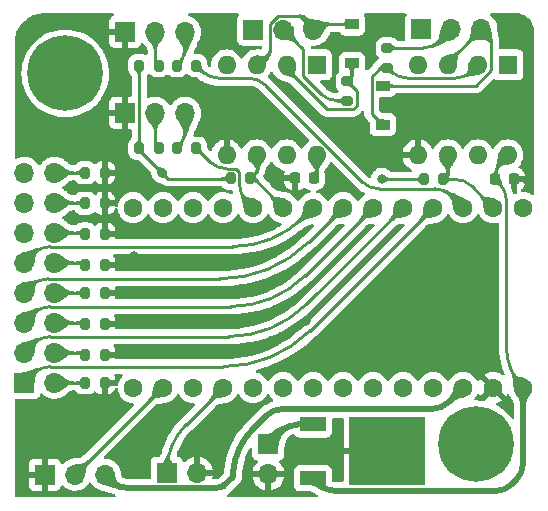
<source format=gbr>
%TF.GenerationSoftware,KiCad,Pcbnew,(6.0.5)*%
%TF.CreationDate,2022-06-26T17:30:21+02:00*%
%TF.ProjectId,midiperformer,6d696469-7065-4726-966f-726d65722e6b,rev?*%
%TF.SameCoordinates,Original*%
%TF.FileFunction,Copper,L1,Top*%
%TF.FilePolarity,Positive*%
%FSLAX46Y46*%
G04 Gerber Fmt 4.6, Leading zero omitted, Abs format (unit mm)*
G04 Created by KiCad (PCBNEW (6.0.5)) date 2022-06-26 17:30:21*
%MOMM*%
%LPD*%
G01*
G04 APERTURE LIST*
G04 Aperture macros list*
%AMRoundRect*
0 Rectangle with rounded corners*
0 $1 Rounding radius*
0 $2 $3 $4 $5 $6 $7 $8 $9 X,Y pos of 4 corners*
0 Add a 4 corners polygon primitive as box body*
4,1,4,$2,$3,$4,$5,$6,$7,$8,$9,$2,$3,0*
0 Add four circle primitives for the rounded corners*
1,1,$1+$1,$2,$3*
1,1,$1+$1,$4,$5*
1,1,$1+$1,$6,$7*
1,1,$1+$1,$8,$9*
0 Add four rect primitives between the rounded corners*
20,1,$1+$1,$2,$3,$4,$5,0*
20,1,$1+$1,$4,$5,$6,$7,0*
20,1,$1+$1,$6,$7,$8,$9,0*
20,1,$1+$1,$8,$9,$2,$3,0*%
G04 Aperture macros list end*
%TA.AperFunction,SMDPad,CuDef*%
%ADD10RoundRect,0.200000X0.200000X0.275000X-0.200000X0.275000X-0.200000X-0.275000X0.200000X-0.275000X0*%
%TD*%
%TA.AperFunction,ComponentPad*%
%ADD11R,1.700000X1.700000*%
%TD*%
%TA.AperFunction,ComponentPad*%
%ADD12O,1.700000X1.700000*%
%TD*%
%TA.AperFunction,SMDPad,CuDef*%
%ADD13R,1.200000X0.900000*%
%TD*%
%TA.AperFunction,SMDPad,CuDef*%
%ADD14RoundRect,0.200000X0.275000X-0.200000X0.275000X0.200000X-0.275000X0.200000X-0.275000X-0.200000X0*%
%TD*%
%TA.AperFunction,ComponentPad*%
%ADD15C,1.600000*%
%TD*%
%TA.AperFunction,SMDPad,CuDef*%
%ADD16RoundRect,0.200000X-0.275000X0.200000X-0.275000X-0.200000X0.275000X-0.200000X0.275000X0.200000X0*%
%TD*%
%TA.AperFunction,SMDPad,CuDef*%
%ADD17RoundRect,0.225000X0.225000X0.250000X-0.225000X0.250000X-0.225000X-0.250000X0.225000X-0.250000X0*%
%TD*%
%TA.AperFunction,ComponentPad*%
%ADD18R,1.600000X1.600000*%
%TD*%
%TA.AperFunction,ComponentPad*%
%ADD19O,1.600000X1.600000*%
%TD*%
%TA.AperFunction,SMDPad,CuDef*%
%ADD20R,2.200000X1.200000*%
%TD*%
%TA.AperFunction,SMDPad,CuDef*%
%ADD21R,6.400000X5.800000*%
%TD*%
%TA.AperFunction,SMDPad,CuDef*%
%ADD22RoundRect,0.225000X-0.225000X-0.250000X0.225000X-0.250000X0.225000X0.250000X-0.225000X0.250000X0*%
%TD*%
%TA.AperFunction,ComponentPad*%
%ADD23C,6.400000*%
%TD*%
%TA.AperFunction,ViaPad*%
%ADD24C,0.800000*%
%TD*%
%TA.AperFunction,Conductor*%
%ADD25C,0.250000*%
%TD*%
%TA.AperFunction,Conductor*%
%ADD26C,0.500000*%
%TD*%
G04 APERTURE END LIST*
D10*
%TO.P,R4,1*%
%TO.N,Serial1.TX*%
X214900000Y-62932744D03*
%TO.P,R4,2*%
%TO.N,Net-(J3-Pad3)*%
X213250000Y-62932744D03*
%TD*%
D11*
%TO.P,J4,1,S*%
%TO.N,GND*%
X208875000Y-66932744D03*
D12*
%TO.P,J4,2,R*%
%TO.N,Net-(J4-Pad2)*%
X211415000Y-66932744D03*
%TO.P,J4,3,T*%
%TO.N,Net-(J4-Pad3)*%
X213955000Y-66932744D03*
%TD*%
D10*
%TO.P,R10,1*%
%TO.N,GND*%
X207125000Y-87400000D03*
%TO.P,R10,2*%
%TO.N,Net-(J6-Pad4)*%
X205475000Y-87400000D03*
%TD*%
%TO.P,R9,1*%
%TO.N,GND*%
X207125000Y-89800000D03*
%TO.P,R9,2*%
%TO.N,Net-(J6-Pad2)*%
X205475000Y-89800000D03*
%TD*%
D13*
%TO.P,D1,1,K*%
%TO.N,Net-(D1-Pad1)*%
X228075000Y-62732744D03*
%TO.P,D1,2,A*%
%TO.N,Net-(D1-Pad2)*%
X228075000Y-59432744D03*
%TD*%
D10*
%TO.P,R8,1*%
%TO.N,Serial1.RX*%
X235795000Y-72565488D03*
%TO.P,R8,2*%
%TO.N,+3V3*%
X234145000Y-72565488D03*
%TD*%
D11*
%TO.P,J3,1,S*%
%TO.N,GND*%
X208875000Y-60082744D03*
D12*
%TO.P,J3,2,R*%
%TO.N,Net-(J3-Pad2)*%
X211415000Y-60082744D03*
%TO.P,J3,3,T*%
%TO.N,Net-(J3-Pad3)*%
X213955000Y-60082744D03*
%TD*%
D14*
%TO.P,R1,1*%
%TO.N,Net-(J1-Pad2)*%
X227675000Y-65907744D03*
%TO.P,R1,2*%
%TO.N,Net-(D1-Pad1)*%
X227675000Y-64257744D03*
%TD*%
D11*
%TO.P,SW1,1,1*%
%TO.N,Net-(SW1-Pad1)*%
X212400000Y-97400000D03*
D12*
%TO.P,SW1,2,2*%
%TO.N,GND*%
X214940000Y-97400000D03*
%TD*%
D10*
%TO.P,R5,1*%
%TO.N,Net-(J4-Pad2)*%
X211700000Y-69932744D03*
%TO.P,R5,2*%
%TO.N,+3V3*%
X210050000Y-69932744D03*
%TD*%
%TO.P,R6,1*%
%TO.N,Serial2.TX*%
X214900000Y-69932744D03*
%TO.P,R6,2*%
%TO.N,Net-(J4-Pad3)*%
X213250000Y-69932744D03*
%TD*%
D11*
%TO.P,J1,1,S*%
%TO.N,unconnected-(J1-Pad1)*%
X219735000Y-59882744D03*
D12*
%TO.P,J1,2,R*%
%TO.N,Net-(J1-Pad2)*%
X222275000Y-59882744D03*
%TO.P,J1,3,T*%
%TO.N,Net-(D1-Pad2)*%
X224815000Y-59882744D03*
%TD*%
D11*
%TO.P,J6,1,Pin_1*%
%TO.N,LED1*%
X200335000Y-89780000D03*
D12*
%TO.P,J6,2,Pin_2*%
%TO.N,Net-(J6-Pad2)*%
X202875000Y-89780000D03*
%TO.P,J6,3,Pin_3*%
%TO.N,LED2*%
X200335000Y-87240000D03*
%TO.P,J6,4,Pin_4*%
%TO.N,Net-(J6-Pad4)*%
X202875000Y-87240000D03*
%TO.P,J6,5,Pin_5*%
%TO.N,LED3*%
X200335000Y-84700000D03*
%TO.P,J6,6,Pin_6*%
%TO.N,Net-(J6-Pad6)*%
X202875000Y-84700000D03*
%TO.P,J6,7,Pin_7*%
%TO.N,LED4*%
X200335000Y-82160000D03*
%TO.P,J6,8,Pin_8*%
%TO.N,Net-(J6-Pad8)*%
X202875000Y-82160000D03*
%TO.P,J6,9,Pin_9*%
%TO.N,LED5*%
X200335000Y-79620000D03*
%TO.P,J6,10,Pin_10*%
%TO.N,Net-(J6-Pad10)*%
X202875000Y-79620000D03*
%TO.P,J6,11,Pin_11*%
%TO.N,LED6*%
X200335000Y-77080000D03*
%TO.P,J6,12,Pin_12*%
%TO.N,Net-(J6-Pad12)*%
X202875000Y-77080000D03*
%TO.P,J6,13,Pin_13*%
%TO.N,LED7*%
X200335000Y-74540000D03*
%TO.P,J6,14,Pin_14*%
%TO.N,Net-(J6-Pad14)*%
X202875000Y-74540000D03*
%TO.P,J6,15,Pin_15*%
%TO.N,LED8*%
X200335000Y-72000000D03*
%TO.P,J6,16,Pin_16*%
%TO.N,Net-(J6-Pad16)*%
X202875000Y-72000000D03*
%TD*%
D15*
%TO.P,U4,1,GND*%
%TO.N,GND*%
X242570000Y-74960000D03*
%TO.P,U4,2,0_RX1_CRX2_CS1*%
%TO.N,Serial1.RX*%
X240030000Y-74960000D03*
%TO.P,U4,3,1_TX1_CTX2_MISO1*%
%TO.N,Serial1.TX*%
X237490000Y-74960000D03*
%TO.P,U4,4,2_OUT2*%
%TO.N,LED1*%
X234950000Y-74960000D03*
%TO.P,U4,5,3_LRCLK2*%
%TO.N,LED2*%
X232410000Y-74960000D03*
%TO.P,U4,6,4_BCLK2*%
%TO.N,LED3*%
X229870000Y-74960000D03*
%TO.P,U4,7,5_IN2*%
%TO.N,LED4*%
X227330000Y-74960000D03*
%TO.P,U4,8,6_OUT1D*%
%TO.N,LED5*%
X224790000Y-74960000D03*
%TO.P,U4,9,7_RX2_OUT1A*%
%TO.N,Serial2.RX*%
X222250000Y-74960000D03*
%TO.P,U4,10,8_TX2_IN1*%
%TO.N,Serial2.TX*%
X219710000Y-74960000D03*
%TO.P,U4,11,9_OUT1C*%
%TO.N,unconnected-(U4-Pad11)*%
X217170000Y-74960000D03*
%TO.P,U4,12,10_CS_MQSR*%
%TO.N,unconnected-(U4-Pad12)*%
X214630000Y-74960000D03*
%TO.P,U4,13,11_MOSI_CTX1*%
%TO.N,unconnected-(U4-Pad13)*%
X212090000Y-74960000D03*
%TO.P,U4,14,12_MISO_MQSL*%
%TO.N,unconnected-(U4-Pad14)*%
X209550000Y-74960000D03*
%TO.P,U4,20,13_SCK_CRX1_LED*%
%TO.N,unconnected-(U4-Pad20)*%
X209550000Y-90200000D03*
%TO.P,U4,21,14_A0_TX3_SPDIF_OUT*%
%TO.N,Serial3.TX*%
X212090000Y-90200000D03*
%TO.P,U4,22,15_A1_RX3_SPDIF_IN*%
%TO.N,unconnected-(U4-Pad22)*%
X214630000Y-90200000D03*
%TO.P,U4,23,16_A2_RX4_SCL1*%
%TO.N,Net-(SW1-Pad1)*%
X217170000Y-90200000D03*
%TO.P,U4,24,17_A3_TX4_SDA1*%
%TO.N,unconnected-(U4-Pad24)*%
X219710000Y-90200000D03*
%TO.P,U4,25,18_A4_SDA0*%
%TO.N,LED6*%
X222250000Y-90200000D03*
%TO.P,U4,26,19_A5_SCL0*%
%TO.N,LED7*%
X224790000Y-90200000D03*
%TO.P,U4,27,20_A6_TX5_LRCLK1*%
%TO.N,unconnected-(U4-Pad27)*%
X227330000Y-90200000D03*
%TO.P,U4,28,21_A7_RX5_BCLK1*%
%TO.N,unconnected-(U4-Pad28)*%
X229870000Y-90200000D03*
%TO.P,U4,29,22_A8_CTX1*%
%TO.N,LED8*%
X232410000Y-90200000D03*
%TO.P,U4,30,23_A9_CRX1_MCLK1*%
%TO.N,unconnected-(U4-Pad30)*%
X234950000Y-90200000D03*
%TO.P,U4,31,3V3*%
%TO.N,+3V3*%
X237490000Y-90200000D03*
%TO.P,U4,32,GND*%
%TO.N,GND*%
X240030000Y-90200000D03*
%TO.P,U4,33,VIN*%
%TO.N,+5V*%
X242570000Y-90200000D03*
%TD*%
D11*
%TO.P,J2,1,S*%
%TO.N,unconnected-(J2-Pad1)*%
X233950000Y-59857744D03*
D12*
%TO.P,J2,2,R*%
%TO.N,Net-(J2-Pad2)*%
X236490000Y-59857744D03*
%TO.P,J2,3,T*%
%TO.N,Net-(D2-Pad2)*%
X239030000Y-59857744D03*
%TD*%
D16*
%TO.P,R2,1*%
%TO.N,Net-(J2-Pad2)*%
X231075000Y-61457744D03*
%TO.P,R2,2*%
%TO.N,Net-(D2-Pad1)*%
X231075000Y-63107744D03*
%TD*%
D10*
%TO.P,R16,1*%
%TO.N,GND*%
X207125000Y-72000000D03*
%TO.P,R16,2*%
%TO.N,Net-(J6-Pad16)*%
X205475000Y-72000000D03*
%TD*%
D17*
%TO.P,C1,1*%
%TO.N,+5V*%
X224825000Y-72465488D03*
%TO.P,C1,2*%
%TO.N,GND*%
X223275000Y-72465488D03*
%TD*%
D18*
%TO.P,U2,1,NC*%
%TO.N,unconnected-(U2-Pad1)*%
X241275000Y-62882744D03*
D19*
%TO.P,U2,2,C1*%
%TO.N,Net-(D2-Pad1)*%
X238735000Y-62882744D03*
%TO.P,U2,3,C2*%
%TO.N,Net-(D2-Pad2)*%
X236195000Y-62882744D03*
%TO.P,U2,4,NC*%
%TO.N,unconnected-(U2-Pad4)*%
X233655000Y-62882744D03*
%TO.P,U2,5,GND*%
%TO.N,GND*%
X233655000Y-70502744D03*
%TO.P,U2,6,VO2*%
%TO.N,Serial1.RX*%
X236195000Y-70502744D03*
%TO.P,U2,7,VO1*%
%TO.N,unconnected-(U2-Pad7)*%
X238735000Y-70502744D03*
%TO.P,U2,8,VCC*%
%TO.N,+5V*%
X241275000Y-70502744D03*
%TD*%
D10*
%TO.P,R13,1*%
%TO.N,GND*%
X207125000Y-77200000D03*
%TO.P,R13,2*%
%TO.N,Net-(J6-Pad12)*%
X205475000Y-77200000D03*
%TD*%
%TO.P,R3,1*%
%TO.N,Net-(J3-Pad2)*%
X211700000Y-62932744D03*
%TO.P,R3,2*%
%TO.N,+3V3*%
X210050000Y-62932744D03*
%TD*%
%TO.P,R14,1*%
%TO.N,GND*%
X207125000Y-74600000D03*
%TO.P,R14,2*%
%TO.N,Net-(J6-Pad14)*%
X205475000Y-74600000D03*
%TD*%
D13*
%TO.P,D2,1,K*%
%TO.N,Net-(D2-Pad1)*%
X230675000Y-67932744D03*
%TO.P,D2,2,A*%
%TO.N,Net-(D2-Pad2)*%
X230675000Y-64632744D03*
%TD*%
D20*
%TO.P,U3,1,IN*%
%TO.N,Net-(J5-Pad1)*%
X224775000Y-93320000D03*
D21*
%TO.P,U3,2,GND*%
%TO.N,GND*%
X231075000Y-95600000D03*
D20*
%TO.P,U3,3,OUT*%
%TO.N,+5V*%
X224775000Y-97880000D03*
%TD*%
D10*
%TO.P,R12,1*%
%TO.N,GND*%
X207125000Y-79800000D03*
%TO.P,R12,2*%
%TO.N,Net-(J6-Pad10)*%
X205475000Y-79800000D03*
%TD*%
D22*
%TO.P,C2,1*%
%TO.N,+5V*%
X240225000Y-72565488D03*
%TO.P,C2,2*%
%TO.N,GND*%
X241775000Y-72565488D03*
%TD*%
D10*
%TO.P,R15,1*%
%TO.N,GND*%
X207125000Y-82200000D03*
%TO.P,R15,2*%
%TO.N,Net-(J6-Pad8)*%
X205475000Y-82200000D03*
%TD*%
%TO.P,R11,1*%
%TO.N,GND*%
X207125000Y-84800000D03*
%TO.P,R11,2*%
%TO.N,Net-(J6-Pad6)*%
X205475000Y-84800000D03*
%TD*%
D23*
%TO.P,H1,1*%
%TO.N,N/C*%
X238600000Y-95000000D03*
%TD*%
D11*
%TO.P,U5,1,gnd*%
%TO.N,GND*%
X202075000Y-97575000D03*
D12*
%TO.P,U5,2,Data*%
%TO.N,Serial3.TX*%
X204615000Y-97575000D03*
%TO.P,U5,3,+5v*%
%TO.N,+3V3*%
X207155000Y-97575000D03*
%TD*%
D23*
%TO.P,H2,1*%
%TO.N,N/C*%
X203800000Y-63600000D03*
%TD*%
D10*
%TO.P,R7,1*%
%TO.N,Serial2.RX*%
X219475000Y-72465488D03*
%TO.P,R7,2*%
%TO.N,+3V3*%
X217825000Y-72465488D03*
%TD*%
D11*
%TO.P,J5,1*%
%TO.N,Net-(J5-Pad1)*%
X221000000Y-95000000D03*
D12*
%TO.P,J5,2*%
%TO.N,GND*%
X221000000Y-97540000D03*
%TD*%
D18*
%TO.P,U1,1,NC*%
%TO.N,unconnected-(U1-Pad1)*%
X225075000Y-62882744D03*
D19*
%TO.P,U1,2,C1*%
%TO.N,Net-(D1-Pad1)*%
X222535000Y-62882744D03*
%TO.P,U1,3,C2*%
%TO.N,Net-(D1-Pad2)*%
X219995000Y-62882744D03*
%TO.P,U1,4,NC*%
%TO.N,unconnected-(U1-Pad4)*%
X217455000Y-62882744D03*
%TO.P,U1,5,GND*%
%TO.N,GND*%
X217455000Y-70502744D03*
%TO.P,U1,6,VO2*%
%TO.N,Serial2.RX*%
X219995000Y-70502744D03*
%TO.P,U1,7,VO1*%
%TO.N,unconnected-(U1-Pad7)*%
X222535000Y-70502744D03*
%TO.P,U1,8,VCC*%
%TO.N,+5V*%
X225075000Y-70502744D03*
%TD*%
D24*
%TO.N,GND*%
X209600000Y-79100000D03*
X207200000Y-91600000D03*
X208500000Y-63800000D03*
X236600000Y-76800000D03*
X239100000Y-88500000D03*
X211000000Y-76700000D03*
X242900000Y-72600000D03*
X228100000Y-69200000D03*
X208500000Y-70700000D03*
X211700000Y-93100000D03*
X226000000Y-88700000D03*
X233500000Y-66600000D03*
X209000000Y-84700000D03*
X203200000Y-69200000D03*
X230800000Y-59800000D03*
X221600000Y-73000000D03*
X227000000Y-72900000D03*
X208900000Y-87200000D03*
X241200000Y-66300000D03*
X217600000Y-77000000D03*
X209800000Y-97400000D03*
X217400000Y-82000000D03*
X216200000Y-61300000D03*
X216688158Y-93694734D03*
X218900000Y-67300000D03*
X224200000Y-84600000D03*
X220800000Y-84000000D03*
X200500000Y-92500000D03*
X209000000Y-82200000D03*
X217300000Y-79700000D03*
%TO.N,+3V3*%
X211999998Y-72000000D03*
X230600000Y-72500000D03*
%TD*%
D25*
%TO.N,+5V*%
X240225000Y-72565488D02*
X240225000Y-72381171D01*
D26*
X241636276Y-98363724D02*
X241984214Y-98015786D01*
X226672938Y-98949511D02*
X240222062Y-98949511D01*
X224775000Y-97880000D02*
X225258725Y-98363725D01*
D25*
X240810787Y-70966957D02*
X241275000Y-70502744D01*
D26*
X242570000Y-96601573D02*
X242570000Y-90200000D01*
D25*
X241154511Y-74323426D02*
X241154511Y-86782754D01*
X240225000Y-72565488D02*
X240568725Y-72909213D01*
X225075000Y-70502744D02*
X225075000Y-72215488D01*
X240224980Y-72381171D02*
G75*
G02*
X240810787Y-70966957I2000020J-29D01*
G01*
D26*
X242569980Y-96601573D02*
G75*
G02*
X241984213Y-98015785I-1999980J-27D01*
G01*
D25*
X242569973Y-90200027D02*
G75*
G02*
X241154511Y-86782754I3417227J3417227D01*
G01*
X240568740Y-72909198D02*
G75*
G02*
X241154511Y-74323426I-1414240J-1414202D01*
G01*
D26*
X226672938Y-98949480D02*
G75*
G02*
X225258726Y-98363724I-38J1999980D01*
G01*
X241636297Y-98363745D02*
G75*
G02*
X240222062Y-98949511I-1414197J1414245D01*
G01*
D25*
%TO.N,Net-(D1-Pad1)*%
X228474520Y-66325007D02*
X228474520Y-65057264D01*
X222535000Y-63227470D02*
X225939794Y-66632264D01*
X228167263Y-66632264D02*
X228474520Y-66325007D01*
X225939794Y-66632264D02*
X228167263Y-66632264D01*
X222535000Y-62882744D02*
X222535000Y-63227470D01*
X228075000Y-62732744D02*
X228075000Y-63857744D01*
X228474520Y-65057264D02*
X227675000Y-64257744D01*
X228075000Y-63857744D02*
X227675000Y-64257744D01*
%TO.N,Net-(D1-Pad2)*%
X221100489Y-59396245D02*
X221788501Y-58708233D01*
X221788501Y-58708233D02*
X223640489Y-58708233D01*
X223640489Y-58708233D02*
X224815000Y-59882744D01*
X219995000Y-62882744D02*
X221100489Y-61777255D01*
X221100489Y-61777255D02*
X221100489Y-59396245D01*
X228075000Y-59432744D02*
X225265000Y-59432744D01*
%TO.N,Net-(D2-Pad1)*%
X229750489Y-63858233D02*
X229750489Y-67008233D01*
X229750489Y-67008233D02*
X230675000Y-67932744D01*
X232802938Y-64007255D02*
X236782062Y-64007255D01*
X231075000Y-63107744D02*
X230500978Y-63107744D01*
X231075000Y-63107744D02*
X231388725Y-63421469D01*
X230500978Y-63107744D02*
X229750489Y-63858233D01*
X238196276Y-63421468D02*
X238735000Y-62882744D01*
X231388715Y-63421479D02*
G75*
G03*
X232802938Y-64007255I1414185J1414179D01*
G01*
X236782062Y-64007241D02*
G75*
G03*
X238196276Y-63421468I38J1999941D01*
G01*
%TO.N,Net-(D2-Pad2)*%
X239880000Y-63328044D02*
X238575300Y-64632744D01*
X239880000Y-60707744D02*
X239880000Y-63328044D01*
X239030000Y-59857744D02*
X239880000Y-60707744D01*
X239030000Y-59857744D02*
X236195000Y-62692744D01*
X238575300Y-64632744D02*
X230675000Y-64632744D01*
%TO.N,+3V3*%
X212499998Y-72500000D02*
X211999998Y-72000000D01*
D26*
X234861573Y-92000000D02*
X222229405Y-92000000D01*
D25*
X217790488Y-72500000D02*
X212499998Y-72500000D01*
D26*
X218002741Y-97758676D02*
X217193122Y-98568295D01*
D25*
X230665488Y-72565488D02*
X230600000Y-72500000D01*
D26*
X218002741Y-97531772D02*
X218002741Y-97758676D01*
D25*
X210050000Y-62932744D02*
X210050000Y-69932744D01*
D26*
X218015937Y-97518576D02*
X218002741Y-97531772D01*
X207693724Y-98113724D02*
X207155000Y-97575000D01*
D25*
X234145000Y-72565488D02*
X230665488Y-72565488D01*
D26*
X237490000Y-90200000D02*
X236275786Y-91414214D01*
X216472062Y-98699511D02*
X209107938Y-98699511D01*
D25*
X210050000Y-70050000D02*
X211999998Y-72000000D01*
D26*
X220815191Y-92585787D02*
X219684134Y-93716844D01*
X218015937Y-97295122D02*
X218015937Y-97518576D01*
X216472062Y-98699509D02*
G75*
G03*
X217193122Y-98568295I-11662J2110909D01*
G01*
X220815188Y-92585784D02*
G75*
G02*
X222229405Y-92000000I1414212J-1414216D01*
G01*
X234861573Y-91999980D02*
G75*
G03*
X236275785Y-91414213I27J1999980D01*
G01*
X207693703Y-98113745D02*
G75*
G03*
X209107938Y-98699511I1414197J1414245D01*
G01*
X218015968Y-97295125D02*
G75*
G02*
X219684135Y-93716845I5768132J-511075D01*
G01*
D25*
%TO.N,Net-(J1-Pad2)*%
X226836171Y-65907744D02*
X227675000Y-65907744D01*
X223950489Y-61558233D02*
X223950489Y-63850489D01*
X222275000Y-59882744D02*
X223950489Y-61558233D01*
X223950489Y-63850489D02*
X225421958Y-65321958D01*
X225421963Y-65321953D02*
G75*
G03*
X226836171Y-65907744I1414237J1414253D01*
G01*
%TO.N,Net-(J2-Pad2)*%
X234061573Y-61457744D02*
X231075000Y-61457744D01*
X236490000Y-59857744D02*
X235475786Y-60871958D01*
X235475809Y-60871981D02*
G75*
G02*
X234061573Y-61457744I-1414209J1414281D01*
G01*
%TO.N,Net-(J3-Pad2)*%
X211415000Y-62647744D02*
X211700000Y-62932744D01*
X211415000Y-60082744D02*
X211415000Y-62647744D01*
%TO.N,Net-(J3-Pad3)*%
X213955000Y-60082744D02*
X213955000Y-61399317D01*
X213369213Y-62813531D02*
X213250000Y-62932744D01*
X213369205Y-62813523D02*
G75*
G03*
X213955000Y-61399317I-1414205J1414223D01*
G01*
%TO.N,Net-(J4-Pad2)*%
X211415000Y-69647744D02*
X211700000Y-69932744D01*
X211415000Y-66932744D02*
X211415000Y-69647744D01*
%TO.N,Net-(J4-Pad3)*%
X213955000Y-66932744D02*
X213955000Y-68399317D01*
X213369213Y-69813531D02*
X213250000Y-69932744D01*
X213369205Y-69813523D02*
G75*
G03*
X213955000Y-68399317I-1414205J1414223D01*
G01*
D26*
%TO.N,Net-(J5-Pad1)*%
X224775000Y-93320000D02*
X223508427Y-93320000D01*
X222094213Y-93905787D02*
X221000000Y-95000000D01*
X222094199Y-93905773D02*
G75*
G02*
X223508427Y-93320000I1414201J-1414227D01*
G01*
D25*
%TO.N,LED1*%
X224536400Y-85373600D02*
X234950000Y-74960000D01*
X200335000Y-89780000D02*
X201114703Y-89000297D01*
X202528916Y-88414511D02*
X217194991Y-88414511D01*
X224536403Y-85373603D02*
G75*
G02*
X217194991Y-88414511I-7341403J7341403D01*
G01*
X202528916Y-88414520D02*
G75*
G03*
X201114704Y-89000298I-16J-1999980D01*
G01*
%TO.N,LED2*%
X224221762Y-83148238D02*
X232410000Y-74960000D01*
X202528916Y-85874511D02*
X217639957Y-85874511D01*
X200335000Y-87240000D02*
X201114703Y-86460297D01*
X202528916Y-85874520D02*
G75*
G03*
X201114704Y-86460298I-16J-1999980D01*
G01*
X217639957Y-85874470D02*
G75*
G03*
X224221761Y-83148237I43J9308070D01*
G01*
%TO.N,LED3*%
X200335000Y-84700000D02*
X201114703Y-83920297D01*
X224099919Y-80730081D02*
X229870000Y-74960000D01*
X202528916Y-83334511D02*
X217812268Y-83334511D01*
X224099941Y-80730103D02*
G75*
G02*
X217812268Y-83334511I-6287641J6287703D01*
G01*
X202528916Y-83334520D02*
G75*
G03*
X201114704Y-83920298I-16J-1999980D01*
G01*
%TO.N,LED4*%
X224425624Y-77864376D02*
X227330000Y-74960000D01*
X200335000Y-82160000D02*
X200923725Y-81571275D01*
X202337938Y-80985489D02*
X216890589Y-80985489D01*
X216890589Y-80985499D02*
G75*
G03*
X224425624Y-77864376I11J10656099D01*
G01*
X200923704Y-81571254D02*
G75*
G02*
X202337938Y-80985489I1414196J-1414246D01*
G01*
%TO.N,LED5*%
X200335000Y-79620000D02*
X201114703Y-78840297D01*
X223960463Y-75789537D02*
X224790000Y-74960000D01*
X202528916Y-78254511D02*
X218009489Y-78254511D01*
X202528916Y-78254520D02*
G75*
G03*
X201114704Y-78840298I-16J-1999980D01*
G01*
X218009489Y-78254514D02*
G75*
G03*
X223960463Y-75789537I11J8415914D01*
G01*
%TO.N,Net-(J6-Pad12)*%
X202875000Y-77080000D02*
X205355000Y-77080000D01*
%TO.N,Net-(J6-Pad14)*%
X205415000Y-74540000D02*
X202875000Y-74540000D01*
%TO.N,Net-(J6-Pad16)*%
X202875000Y-72000000D02*
X205475000Y-72000000D01*
%TO.N,Net-(J6-Pad2)*%
X202875000Y-89780000D02*
X205455000Y-89780000D01*
%TO.N,Net-(J6-Pad4)*%
X202875000Y-87240000D02*
X205315000Y-87240000D01*
%TO.N,Net-(J6-Pad6)*%
X202875000Y-84700000D02*
X205375000Y-84700000D01*
%TO.N,Net-(J6-Pad8)*%
X202875000Y-82160000D02*
X205435000Y-82160000D01*
%TO.N,Net-(J6-Pad10)*%
X202875000Y-79620000D02*
X205295000Y-79620000D01*
%TO.N,Serial1.TX*%
X219341384Y-64007255D02*
X216802938Y-64007255D01*
X235066581Y-73365008D02*
X230355991Y-73365008D01*
X228941777Y-72779221D02*
X220755597Y-64593041D01*
X237490000Y-74960000D02*
X236480794Y-73950794D01*
X215388724Y-63421468D02*
X214900000Y-62932744D01*
X236480802Y-73950786D02*
G75*
G03*
X235066581Y-73365008I-1414202J-1414214D01*
G01*
X219341384Y-64007280D02*
G75*
G02*
X220755597Y-64593041I16J-2000020D01*
G01*
X216802938Y-64007241D02*
G75*
G02*
X215388724Y-63421468I-38J1999941D01*
G01*
X230355991Y-73365011D02*
G75*
G02*
X228941778Y-72779220I9J2000011D01*
G01*
%TO.N,Serial2.TX*%
X218242263Y-71665968D02*
X218549520Y-71973225D01*
X217461651Y-71665968D02*
X218242263Y-71665968D01*
X214900000Y-69932744D02*
X216047438Y-71080182D01*
X219135307Y-74385307D02*
X219710000Y-74960000D01*
X218549520Y-71973225D02*
X218549520Y-72971093D01*
X217461651Y-71666011D02*
G75*
G02*
X216047439Y-71080181I49J2000011D01*
G01*
X219135308Y-74385306D02*
G75*
G02*
X218549520Y-72971093I1414192J1414206D01*
G01*
%TO.N,Serial2.RX*%
X219995000Y-70502744D02*
X219995000Y-71945488D01*
X219475000Y-72465488D02*
X219755488Y-72465488D01*
X219755488Y-72465488D02*
X222250000Y-74960000D01*
X219995000Y-71945488D02*
X219475000Y-72465488D01*
%TO.N,Serial1.RX*%
X236195000Y-72165488D02*
X235795000Y-72565488D01*
X240030000Y-74960000D02*
X238221274Y-73151274D01*
X236195000Y-70502744D02*
X236195000Y-72165488D01*
X236807061Y-72565488D02*
X235795000Y-72565488D01*
X238221296Y-73151252D02*
G75*
G03*
X236807061Y-72565488I-1414196J-1414248D01*
G01*
%TO.N,Net-(SW1-Pad1)*%
X212400000Y-97400000D02*
X212400000Y-97271473D01*
X214027386Y-93342614D02*
X217170000Y-90200000D01*
X212399968Y-97271473D02*
G75*
G02*
X214027387Y-93342615I5556232J-27D01*
G01*
%TO.N,Serial3.TX*%
X204615000Y-97575000D02*
X211990000Y-90200000D01*
%TD*%
%TA.AperFunction,Conductor*%
%TO.N,Net-(J6-Pad14)*%
G36*
X205356966Y-74221402D02*
G01*
X205361102Y-74224778D01*
X205665365Y-74620027D01*
X205667696Y-74628673D01*
X205662863Y-74636707D01*
X205516924Y-74740227D01*
X205255994Y-74925313D01*
X205247265Y-74927304D01*
X205242385Y-74925262D01*
X205187613Y-74885786D01*
X205187246Y-74885510D01*
X205134236Y-74844047D01*
X205134100Y-74843939D01*
X205086585Y-74805624D01*
X205086531Y-74805581D01*
X205041928Y-74771026D01*
X205041781Y-74770912D01*
X204997028Y-74740366D01*
X204949479Y-74714396D01*
X204896319Y-74693439D01*
X204834730Y-74677930D01*
X204807063Y-74674274D01*
X204762155Y-74668339D01*
X204762150Y-74668339D01*
X204761896Y-74668305D01*
X204761647Y-74668296D01*
X204761641Y-74668295D01*
X204686255Y-74665428D01*
X204678118Y-74661689D01*
X204675000Y-74653736D01*
X204675000Y-74426336D01*
X204678427Y-74418063D01*
X204686330Y-74414642D01*
X204728581Y-74413305D01*
X204772387Y-74411920D01*
X204795557Y-74409443D01*
X204853922Y-74403202D01*
X204853925Y-74403202D01*
X204854164Y-74403176D01*
X204898678Y-74394431D01*
X204923480Y-74389559D01*
X204923483Y-74389558D01*
X204923744Y-74389507D01*
X204923997Y-74389433D01*
X204924004Y-74389431D01*
X204953526Y-74380761D01*
X204984540Y-74371653D01*
X204984755Y-74371570D01*
X204984765Y-74371567D01*
X205039804Y-74350418D01*
X205039808Y-74350416D01*
X205039965Y-74350356D01*
X205093432Y-74326354D01*
X205148313Y-74300409D01*
X205148412Y-74300363D01*
X205179567Y-74286196D01*
X205207927Y-74273300D01*
X205208364Y-74273112D01*
X205229276Y-74264611D01*
X205275930Y-74245646D01*
X205276499Y-74245432D01*
X205348029Y-74220850D01*
X205356966Y-74221402D01*
G37*
%TD.AperFunction*%
%TD*%
%TA.AperFunction,Conductor*%
%TO.N,Serial1.RX*%
G36*
X236316500Y-72020027D02*
G01*
X236307256Y-72092744D01*
X236307010Y-72094672D01*
X236306979Y-72094736D01*
X236306890Y-72095252D01*
X236293099Y-72158082D01*
X236292867Y-72158972D01*
X236276084Y-72214266D01*
X236275900Y-72214820D01*
X236257500Y-72265963D01*
X236239000Y-72315972D01*
X236225906Y-72355849D01*
X236225907Y-72355849D01*
X236221999Y-72367750D01*
X236208000Y-72424476D01*
X236198500Y-72489329D01*
X236195000Y-72565488D01*
X235723161Y-72688734D01*
X235706514Y-72693082D01*
X235668536Y-72703002D01*
X235659665Y-72701777D01*
X235654259Y-72694639D01*
X235653881Y-72691453D01*
X235655164Y-72625835D01*
X235660185Y-72369011D01*
X235663562Y-72196237D01*
X235667150Y-72188033D01*
X235671982Y-72185234D01*
X235696876Y-72177972D01*
X235721812Y-72170697D01*
X235722649Y-72170486D01*
X235739881Y-72166811D01*
X235780313Y-72158189D01*
X235780612Y-72158131D01*
X235837000Y-72147937D01*
X235890507Y-72137446D01*
X235925629Y-72127986D01*
X235939178Y-72124337D01*
X235939180Y-72124336D01*
X235939582Y-72124228D01*
X235982839Y-72105825D01*
X236018895Y-72079777D01*
X236019417Y-72079090D01*
X236019419Y-72079088D01*
X236045822Y-72044337D01*
X236046363Y-72043625D01*
X236063860Y-71994910D01*
X236064623Y-71986985D01*
X236070000Y-71931174D01*
X236320000Y-71931174D01*
X236316500Y-72020027D01*
G37*
%TD.AperFunction*%
%TD*%
%TA.AperFunction,Conductor*%
%TO.N,Net-(J6-Pad2)*%
G36*
X203253034Y-89019102D02*
G01*
X203403744Y-89101224D01*
X203404663Y-89101781D01*
X203535713Y-89189682D01*
X203536357Y-89190149D01*
X203616073Y-89252172D01*
X203648688Y-89277548D01*
X203648984Y-89277786D01*
X203750455Y-89362167D01*
X203848741Y-89440804D01*
X203951548Y-89510978D01*
X204066726Y-89570085D01*
X204137846Y-89593953D01*
X204201721Y-89615390D01*
X204201724Y-89615391D01*
X204202127Y-89615526D01*
X204311165Y-89634983D01*
X204365241Y-89644633D01*
X204365245Y-89644633D01*
X204365601Y-89644697D01*
X204365969Y-89644716D01*
X204553904Y-89654427D01*
X204561989Y-89658276D01*
X204565000Y-89666111D01*
X204565000Y-89893889D01*
X204561573Y-89902162D01*
X204553904Y-89905573D01*
X204374259Y-89914855D01*
X204365601Y-89915302D01*
X204365245Y-89915366D01*
X204365241Y-89915366D01*
X204311165Y-89925016D01*
X204202127Y-89944473D01*
X204201724Y-89944608D01*
X204201721Y-89944609D01*
X204137846Y-89966046D01*
X204066726Y-89989914D01*
X203951548Y-90049021D01*
X203848741Y-90119195D01*
X203750455Y-90197832D01*
X203750417Y-90197864D01*
X203648984Y-90282213D01*
X203648688Y-90282451D01*
X203536357Y-90369850D01*
X203535713Y-90370317D01*
X203434073Y-90438492D01*
X203404663Y-90458218D01*
X203403744Y-90458775D01*
X203256413Y-90539057D01*
X203253034Y-90540898D01*
X203244130Y-90541847D01*
X203239326Y-90539057D01*
X202972487Y-90282451D01*
X202458769Y-89788433D01*
X202455181Y-89780229D01*
X202458769Y-89771567D01*
X202568431Y-89666111D01*
X203239326Y-89020943D01*
X203247665Y-89017678D01*
X203253034Y-89019102D01*
G37*
%TD.AperFunction*%
%TD*%
%TA.AperFunction,Conductor*%
%TO.N,Net-(J3-Pad2)*%
G36*
X211537269Y-62254222D02*
G01*
X211540674Y-62261778D01*
X211543566Y-62308878D01*
X211543654Y-62309290D01*
X211543655Y-62309297D01*
X211551259Y-62344887D01*
X211553976Y-62357602D01*
X211570792Y-62398172D01*
X211593579Y-62431789D01*
X211621901Y-62459658D01*
X211655322Y-62482983D01*
X211693405Y-62502965D01*
X211713889Y-62511604D01*
X211735586Y-62520756D01*
X211735600Y-62520762D01*
X211735715Y-62520810D01*
X211735840Y-62520856D01*
X211735848Y-62520859D01*
X211768351Y-62532780D01*
X211781815Y-62537719D01*
X211823571Y-62552223D01*
X211830261Y-62558175D01*
X211831429Y-62563046D01*
X211841119Y-63058709D01*
X211837854Y-63067048D01*
X211829650Y-63070636D01*
X211826464Y-63070258D01*
X211664125Y-63027855D01*
X211308711Y-62935019D01*
X211301574Y-62929614D01*
X211299969Y-62923741D01*
X211299720Y-62852044D01*
X211298960Y-62782657D01*
X211297840Y-62721382D01*
X211297839Y-62721340D01*
X211296480Y-62665020D01*
X211295000Y-62610370D01*
X211295000Y-62610361D01*
X211293520Y-62554231D01*
X211293519Y-62554185D01*
X211292159Y-62493405D01*
X211292158Y-62493334D01*
X211291040Y-62424690D01*
X211291039Y-62424610D01*
X211290281Y-62344963D01*
X211290280Y-62344887D01*
X211290035Y-62262530D01*
X211293437Y-62254246D01*
X211301735Y-62250795D01*
X211528996Y-62250795D01*
X211537269Y-62254222D01*
G37*
%TD.AperFunction*%
%TD*%
%TA.AperFunction,Conductor*%
%TO.N,Net-(D1-Pad1)*%
G36*
X228052846Y-64126474D02*
G01*
X228076545Y-64201655D01*
X228077422Y-64205037D01*
X228077422Y-64205038D01*
X228093900Y-64268588D01*
X228093987Y-64268946D01*
X228107699Y-64329654D01*
X228107698Y-64329654D01*
X228107700Y-64329658D01*
X228120407Y-64385998D01*
X228134706Y-64439590D01*
X228134783Y-64439809D01*
X228134784Y-64439812D01*
X228153118Y-64491899D01*
X228153121Y-64491907D01*
X228153222Y-64492193D01*
X228178583Y-64545568D01*
X228178756Y-64545846D01*
X228178760Y-64545853D01*
X228213251Y-64601218D01*
X228213415Y-64601481D01*
X228213601Y-64601719D01*
X228213604Y-64601724D01*
X228260195Y-64661500D01*
X228260201Y-64661507D01*
X228260346Y-64661693D01*
X228274254Y-64676643D01*
X228314315Y-64719707D01*
X228317441Y-64728098D01*
X228314022Y-64735949D01*
X228153205Y-64896766D01*
X228144932Y-64900193D01*
X228136963Y-64897059D01*
X228106318Y-64868551D01*
X228078949Y-64843090D01*
X228078763Y-64842945D01*
X228078756Y-64842939D01*
X228018980Y-64796348D01*
X228018975Y-64796345D01*
X228018737Y-64796159D01*
X228018474Y-64795995D01*
X227963109Y-64761504D01*
X227963102Y-64761500D01*
X227962824Y-64761327D01*
X227909449Y-64735966D01*
X227909163Y-64735865D01*
X227909155Y-64735862D01*
X227857068Y-64717528D01*
X227857065Y-64717527D01*
X227856846Y-64717450D01*
X227803254Y-64703151D01*
X227746914Y-64690444D01*
X227746910Y-64690441D01*
X227746910Y-64690443D01*
X227686202Y-64676731D01*
X227685843Y-64676643D01*
X227619217Y-64659368D01*
X227618637Y-64659202D01*
X227551747Y-64638117D01*
X227544886Y-64632361D01*
X227543566Y-64627187D01*
X227540921Y-64491899D01*
X227535314Y-64205038D01*
X227533764Y-64125780D01*
X227537029Y-64117441D01*
X227537966Y-64116815D01*
X227538142Y-64116412D01*
X228052846Y-64126474D01*
G37*
%TD.AperFunction*%
%TD*%
%TA.AperFunction,Conductor*%
%TO.N,LED2*%
G36*
X232689016Y-74680661D02*
G01*
X232692604Y-74689323D01*
X232672707Y-75707130D01*
X232669119Y-75715334D01*
X232664326Y-75718121D01*
X232510564Y-75763581D01*
X232509545Y-75763833D01*
X232389380Y-75787902D01*
X232364542Y-75792877D01*
X232363759Y-75793005D01*
X232231477Y-75810205D01*
X232231164Y-75810241D01*
X232108072Y-75822404D01*
X231990908Y-75836349D01*
X231876337Y-75858922D01*
X231760864Y-75896982D01*
X231640994Y-75957390D01*
X231513234Y-76047004D01*
X231436847Y-76116001D01*
X231382341Y-76165233D01*
X231373905Y-76168236D01*
X231366226Y-76164824D01*
X231205176Y-76003774D01*
X231201749Y-75995501D01*
X231204766Y-75987660D01*
X231322995Y-75856765D01*
X231355656Y-75810202D01*
X231412369Y-75729347D01*
X231412609Y-75729005D01*
X231473017Y-75609135D01*
X231511077Y-75493662D01*
X231533650Y-75379091D01*
X231547595Y-75261927D01*
X231559758Y-75138835D01*
X231559797Y-75138496D01*
X231576993Y-75006243D01*
X231577123Y-75005454D01*
X231606166Y-74860454D01*
X231606418Y-74859435D01*
X231651879Y-74705674D01*
X231657511Y-74698712D01*
X231662870Y-74697293D01*
X232680677Y-74677396D01*
X232689016Y-74680661D01*
G37*
%TD.AperFunction*%
%TD*%
%TA.AperFunction,Conductor*%
%TO.N,Net-(D1-Pad1)*%
G36*
X223326698Y-62859659D02*
G01*
X223333422Y-62865570D01*
X223334621Y-62870898D01*
X223332569Y-63015869D01*
X223332532Y-63016646D01*
X223321387Y-63154430D01*
X223321346Y-63154838D01*
X223306571Y-63280609D01*
X223293581Y-63397238D01*
X223287813Y-63507588D01*
X223287835Y-63507931D01*
X223287835Y-63507932D01*
X223288619Y-63520169D01*
X223294681Y-63614726D01*
X223319597Y-63721717D01*
X223367974Y-63831626D01*
X223368260Y-63832055D01*
X223435050Y-63932251D01*
X223445227Y-63947519D01*
X223498101Y-64006746D01*
X223549405Y-64064215D01*
X223552358Y-64072669D01*
X223548950Y-64080280D01*
X223387900Y-64241330D01*
X223379627Y-64244757D01*
X223371736Y-64241695D01*
X223227471Y-64109874D01*
X223088224Y-64006908D01*
X223087948Y-64006749D01*
X223087944Y-64006746D01*
X222959214Y-63932408D01*
X222959213Y-63932407D01*
X222958942Y-63932251D01*
X222958664Y-63932128D01*
X222958657Y-63932124D01*
X222894492Y-63903640D01*
X222836317Y-63877814D01*
X222717042Y-63835508D01*
X222673398Y-63821502D01*
X222597955Y-63797292D01*
X222597710Y-63797211D01*
X222475668Y-63755060D01*
X222474941Y-63754781D01*
X222397727Y-63722211D01*
X222346727Y-63700698D01*
X222345756Y-63700234D01*
X222207793Y-63626099D01*
X222206783Y-63625488D01*
X222062227Y-63527644D01*
X222057296Y-63520169D01*
X222057572Y-63514616D01*
X222348074Y-62538955D01*
X222353719Y-62532004D01*
X222363062Y-62531220D01*
X223326698Y-62859659D01*
G37*
%TD.AperFunction*%
%TD*%
%TA.AperFunction,Conductor*%
%TO.N,Net-(J4-Pad2)*%
G36*
X211423433Y-66516513D02*
G01*
X212174057Y-67297070D01*
X212177322Y-67305409D01*
X212175898Y-67310778D01*
X212093775Y-67461488D01*
X212093218Y-67462407D01*
X212005317Y-67593457D01*
X212004850Y-67594101D01*
X211942827Y-67673817D01*
X211917451Y-67706432D01*
X211917213Y-67706728D01*
X211832832Y-67808199D01*
X211754195Y-67906485D01*
X211684021Y-68009292D01*
X211624914Y-68124470D01*
X211579473Y-68259871D01*
X211550302Y-68423345D01*
X211550283Y-68423713D01*
X211540573Y-68611648D01*
X211536724Y-68619733D01*
X211528889Y-68622744D01*
X211301111Y-68622744D01*
X211292838Y-68619317D01*
X211289427Y-68611648D01*
X211279716Y-68423713D01*
X211279697Y-68423345D01*
X211250526Y-68259871D01*
X211205085Y-68124470D01*
X211145978Y-68009292D01*
X211075804Y-67906485D01*
X210997167Y-67808199D01*
X210912786Y-67706728D01*
X210912548Y-67706432D01*
X210887172Y-67673817D01*
X210825149Y-67594101D01*
X210824682Y-67593457D01*
X210736781Y-67462407D01*
X210736224Y-67461488D01*
X210654102Y-67310778D01*
X210653153Y-67301874D01*
X210655943Y-67297070D01*
X211406567Y-66516513D01*
X211414771Y-66512925D01*
X211423433Y-66516513D01*
G37*
%TD.AperFunction*%
%TD*%
%TA.AperFunction,Conductor*%
%TO.N,LED5*%
G36*
X201777599Y-78270396D02*
G01*
X201783636Y-78276890D01*
X201863859Y-78489766D01*
X201863570Y-78498716D01*
X201857798Y-78504522D01*
X201742014Y-78557741D01*
X201730775Y-78562907D01*
X201674043Y-78588983D01*
X201530256Y-78689141D01*
X201529823Y-78689612D01*
X201529821Y-78689613D01*
X201491026Y-78731737D01*
X201427695Y-78800502D01*
X201357717Y-78923130D01*
X201357541Y-78923643D01*
X201357538Y-78923649D01*
X201320212Y-79032247D01*
X201311675Y-79057086D01*
X201280924Y-79202431D01*
X201280899Y-79202596D01*
X201280897Y-79202605D01*
X201256820Y-79359214D01*
X201256818Y-79359229D01*
X201230754Y-79527272D01*
X201230655Y-79527821D01*
X201194062Y-79706947D01*
X201193828Y-79707891D01*
X201140336Y-79890705D01*
X201134724Y-79897683D01*
X201129336Y-79899117D01*
X200719755Y-79907124D01*
X200046645Y-79920282D01*
X200038306Y-79917017D01*
X200034718Y-79908355D01*
X200051366Y-79056746D01*
X200055890Y-78825299D01*
X200059478Y-78817096D01*
X200063844Y-78814444D01*
X200264698Y-78746597D01*
X200264901Y-78746531D01*
X200443576Y-78689794D01*
X200443768Y-78689734D01*
X200600957Y-78642782D01*
X200601098Y-78642741D01*
X200744762Y-78601779D01*
X200744808Y-78601766D01*
X200883229Y-78562907D01*
X201024415Y-78522340D01*
X201176503Y-78476217D01*
X201176553Y-78476201D01*
X201176575Y-78476194D01*
X201347544Y-78420718D01*
X201347552Y-78420715D01*
X201347630Y-78420690D01*
X201545931Y-78351910D01*
X201768652Y-78270035D01*
X201777599Y-78270396D01*
G37*
%TD.AperFunction*%
%TD*%
%TA.AperFunction,Conductor*%
%TO.N,+3V3*%
G36*
X207951186Y-97281619D02*
G01*
X207954089Y-97286381D01*
X207997925Y-97424709D01*
X207998175Y-97425626D01*
X208030093Y-97564687D01*
X208030197Y-97565185D01*
X208054422Y-97697077D01*
X208077531Y-97820988D01*
X208106146Y-97936177D01*
X208106274Y-97936509D01*
X208106276Y-97936516D01*
X208146734Y-98041612D01*
X208146933Y-98042128D01*
X208206555Y-98138322D01*
X208207021Y-98138792D01*
X208207023Y-98138795D01*
X208291220Y-98223782D01*
X208291677Y-98224243D01*
X208408963Y-98299374D01*
X208409452Y-98299574D01*
X208409456Y-98299576D01*
X208504332Y-98338362D01*
X208555008Y-98359079D01*
X208561370Y-98365382D01*
X208561704Y-98373537D01*
X208413600Y-98827463D01*
X208407777Y-98834264D01*
X208398901Y-98834973D01*
X208202189Y-98771791D01*
X208025508Y-98717022D01*
X208025498Y-98717019D01*
X208025499Y-98717019D01*
X207872960Y-98671510D01*
X207737557Y-98632539D01*
X207612317Y-98597393D01*
X207490252Y-98563355D01*
X207490207Y-98563342D01*
X207364475Y-98527735D01*
X207364379Y-98527708D01*
X207227711Y-98487736D01*
X207188590Y-98475828D01*
X207073337Y-98440745D01*
X207073211Y-98440706D01*
X206901865Y-98386428D01*
X206895013Y-98380663D01*
X206893708Y-98375764D01*
X206870467Y-97821154D01*
X206848353Y-97293421D01*
X206851431Y-97285012D01*
X206860010Y-97281232D01*
X207529146Y-97279368D01*
X207942903Y-97278215D01*
X207951186Y-97281619D01*
G37*
%TD.AperFunction*%
%TD*%
%TA.AperFunction,Conductor*%
%TO.N,+5V*%
G36*
X240638608Y-72417586D02*
G01*
X240641789Y-72417648D01*
X240649993Y-72421236D01*
X240652672Y-72425685D01*
X240681195Y-72512253D01*
X240681300Y-72512586D01*
X240705686Y-72594774D01*
X240705745Y-72594980D01*
X240725930Y-72668320D01*
X240725922Y-72668322D01*
X240725938Y-72668349D01*
X240744335Y-72735864D01*
X240744350Y-72735914D01*
X240744358Y-72735944D01*
X240754434Y-72770206D01*
X240763395Y-72800675D01*
X240785566Y-72865901D01*
X240813304Y-72934691D01*
X240813381Y-72934853D01*
X240849000Y-73010053D01*
X240849010Y-73010073D01*
X240849067Y-73010193D01*
X240849137Y-73010322D01*
X240849144Y-73010336D01*
X240852836Y-73017151D01*
X240895310Y-73095556D01*
X240899426Y-73102397D01*
X240948571Y-73184090D01*
X240949899Y-73192945D01*
X240944764Y-73200031D01*
X240875477Y-73243508D01*
X240752131Y-73320906D01*
X240743302Y-73322401D01*
X240736342Y-73317727D01*
X240684355Y-73243812D01*
X240684354Y-73243810D01*
X240684141Y-73243508D01*
X240626566Y-73180705D01*
X240568960Y-73134850D01*
X240568534Y-73134615D01*
X240568532Y-73134613D01*
X240510668Y-73102610D01*
X240510663Y-73102608D01*
X240510282Y-73102397D01*
X240449488Y-73079800D01*
X240385537Y-73063515D01*
X240385357Y-73063479D01*
X240317387Y-73049994D01*
X240244217Y-73035736D01*
X240243791Y-73035645D01*
X240232559Y-73033019D01*
X240164675Y-73017148D01*
X240163955Y-73016953D01*
X240115512Y-73002198D01*
X240085445Y-72993039D01*
X240078529Y-72987350D01*
X240077156Y-72982076D01*
X240076226Y-72934521D01*
X240065901Y-72406389D01*
X240638608Y-72417586D01*
G37*
%TD.AperFunction*%
%TD*%
%TA.AperFunction,Conductor*%
%TO.N,+3V3*%
G36*
X211538036Y-71360685D02*
G01*
X211596048Y-71414653D01*
X211596234Y-71414798D01*
X211596241Y-71414804D01*
X211625038Y-71437248D01*
X211656260Y-71461584D01*
X211712172Y-71496416D01*
X211712464Y-71496555D01*
X211712470Y-71496558D01*
X211738006Y-71508691D01*
X211765548Y-71521777D01*
X211765834Y-71521878D01*
X211765842Y-71521881D01*
X211817929Y-71540215D01*
X211818151Y-71540293D01*
X211871743Y-71554592D01*
X211928083Y-71567299D01*
X211928087Y-71567302D01*
X211928087Y-71567300D01*
X211988795Y-71581012D01*
X211989154Y-71581100D01*
X212055779Y-71598375D01*
X212056360Y-71598541D01*
X212123252Y-71619627D01*
X212130112Y-71625383D01*
X212131432Y-71630557D01*
X212141419Y-72141421D01*
X211931384Y-72137315D01*
X211765665Y-72134075D01*
X211630555Y-72131434D01*
X211622351Y-72127846D01*
X211619625Y-72123254D01*
X211598543Y-72056377D01*
X211598376Y-72055795D01*
X211581090Y-71989126D01*
X211581003Y-71988768D01*
X211567299Y-71928090D01*
X211567300Y-71928090D01*
X211567298Y-71928086D01*
X211554621Y-71871883D01*
X211554590Y-71871745D01*
X211540291Y-71818153D01*
X211540213Y-71817931D01*
X211521879Y-71765844D01*
X211521876Y-71765836D01*
X211521775Y-71765550D01*
X211496415Y-71712175D01*
X211496242Y-71711897D01*
X211496238Y-71711890D01*
X211461747Y-71656525D01*
X211461746Y-71656523D01*
X211461583Y-71656262D01*
X211437515Y-71625383D01*
X211414803Y-71596243D01*
X211414797Y-71596236D01*
X211414652Y-71596050D01*
X211360683Y-71538037D01*
X211357557Y-71529646D01*
X211360975Y-71521797D01*
X211521794Y-71360978D01*
X211530067Y-71357551D01*
X211538036Y-71360685D01*
G37*
%TD.AperFunction*%
%TD*%
%TA.AperFunction,Conductor*%
%TO.N,Net-(J6-Pad14)*%
G36*
X203253034Y-73779102D02*
G01*
X203403744Y-73861224D01*
X203404663Y-73861781D01*
X203535713Y-73949682D01*
X203536357Y-73950149D01*
X203616073Y-74012172D01*
X203648688Y-74037548D01*
X203648984Y-74037786D01*
X203750455Y-74122167D01*
X203848741Y-74200804D01*
X203951548Y-74270978D01*
X204066726Y-74330085D01*
X204137846Y-74353953D01*
X204201721Y-74375390D01*
X204201724Y-74375391D01*
X204202127Y-74375526D01*
X204311165Y-74394983D01*
X204365241Y-74404633D01*
X204365245Y-74404633D01*
X204365601Y-74404697D01*
X204365969Y-74404716D01*
X204553904Y-74414427D01*
X204561989Y-74418276D01*
X204565000Y-74426111D01*
X204565000Y-74653889D01*
X204561573Y-74662162D01*
X204553904Y-74665573D01*
X204374259Y-74674855D01*
X204365601Y-74675302D01*
X204365245Y-74675366D01*
X204365241Y-74675366D01*
X204311165Y-74685016D01*
X204202127Y-74704473D01*
X204201724Y-74704608D01*
X204201721Y-74704609D01*
X204137846Y-74726046D01*
X204066726Y-74749914D01*
X203951548Y-74809021D01*
X203848741Y-74879195D01*
X203750455Y-74957832D01*
X203750417Y-74957864D01*
X203648984Y-75042213D01*
X203648688Y-75042451D01*
X203536357Y-75129850D01*
X203535713Y-75130317D01*
X203434073Y-75198491D01*
X203404663Y-75218218D01*
X203403744Y-75218775D01*
X203256413Y-75299057D01*
X203253034Y-75300898D01*
X203244130Y-75301847D01*
X203239326Y-75299057D01*
X202972487Y-75042451D01*
X202458769Y-74548433D01*
X202455181Y-74540229D01*
X202458769Y-74531567D01*
X202568431Y-74426111D01*
X203239326Y-73780943D01*
X203247665Y-73777678D01*
X203253034Y-73779102D01*
G37*
%TD.AperFunction*%
%TD*%
%TA.AperFunction,Conductor*%
%TO.N,Net-(J2-Pad2)*%
G36*
X231256808Y-61101625D02*
G01*
X231311828Y-61130271D01*
X231319005Y-61134007D01*
X231319534Y-61134300D01*
X231378938Y-61169240D01*
X231379214Y-61169410D01*
X231431809Y-61202625D01*
X231431811Y-61202628D01*
X231431812Y-61202627D01*
X231480640Y-61233482D01*
X231528647Y-61261267D01*
X231528849Y-61261364D01*
X231528855Y-61261367D01*
X231559233Y-61275926D01*
X231578935Y-61285369D01*
X231634610Y-61305179D01*
X231634931Y-61305253D01*
X231634929Y-61305253D01*
X231698475Y-61320015D01*
X231698478Y-61320015D01*
X231698777Y-61320085D01*
X231699086Y-61320123D01*
X231699090Y-61320124D01*
X231743113Y-61325581D01*
X231774538Y-61329477D01*
X231821068Y-61331157D01*
X231853722Y-61332337D01*
X231861866Y-61336060D01*
X231865000Y-61344029D01*
X231865000Y-61571459D01*
X231861573Y-61579732D01*
X231853722Y-61583151D01*
X231830541Y-61583988D01*
X231774538Y-61586010D01*
X231743113Y-61589906D01*
X231699090Y-61595363D01*
X231699086Y-61595364D01*
X231698777Y-61595402D01*
X231698478Y-61595472D01*
X231698475Y-61595472D01*
X231660442Y-61604307D01*
X231634610Y-61610308D01*
X231578935Y-61630118D01*
X231578660Y-61630250D01*
X231528855Y-61654120D01*
X231528849Y-61654123D01*
X231528647Y-61654220D01*
X231480640Y-61682005D01*
X231431812Y-61712860D01*
X231379214Y-61746077D01*
X231378938Y-61746247D01*
X231328260Y-61776055D01*
X231319534Y-61781187D01*
X231319005Y-61781480D01*
X231256809Y-61813863D01*
X231247889Y-61814644D01*
X231243298Y-61811919D01*
X230883769Y-61466177D01*
X230880181Y-61457973D01*
X230883769Y-61449311D01*
X231243297Y-61103570D01*
X231251636Y-61100305D01*
X231256808Y-61101625D01*
G37*
%TD.AperFunction*%
%TD*%
%TA.AperFunction,Conductor*%
%TO.N,LED4*%
G36*
X201606578Y-80993867D02*
G01*
X201612402Y-81000349D01*
X201690581Y-81214268D01*
X201690202Y-81223215D01*
X201684474Y-81228917D01*
X201531603Y-81299108D01*
X201531601Y-81299109D01*
X201531057Y-81299359D01*
X201530574Y-81299715D01*
X201530570Y-81299717D01*
X201454294Y-81355883D01*
X201413516Y-81385910D01*
X201333485Y-81483620D01*
X201282785Y-81592049D01*
X201282650Y-81592591D01*
X201282648Y-81592597D01*
X201264301Y-81666307D01*
X201253237Y-81710753D01*
X201236663Y-81839290D01*
X201236652Y-81839420D01*
X201224891Y-81977146D01*
X201224871Y-81977352D01*
X201209764Y-82123693D01*
X201209657Y-82124475D01*
X201183103Y-82278862D01*
X201182826Y-82280078D01*
X201138913Y-82434546D01*
X201133355Y-82441567D01*
X201127830Y-82443046D01*
X200045161Y-82458851D01*
X200036838Y-82455545D01*
X200033294Y-82446865D01*
X200048184Y-81839152D01*
X200059824Y-81364069D01*
X200063452Y-81355883D01*
X200068009Y-81353195D01*
X200244393Y-81297714D01*
X200244996Y-81297542D01*
X200404213Y-81256682D01*
X200404811Y-81256545D01*
X200542014Y-81228917D01*
X200546092Y-81228096D01*
X200546559Y-81228012D01*
X200676855Y-81207355D01*
X200677046Y-81207327D01*
X200803239Y-81189863D01*
X200931916Y-81171024D01*
X200931936Y-81171021D01*
X200932002Y-81171011D01*
X200939456Y-81169670D01*
X201069939Y-81146196D01*
X201069945Y-81146195D01*
X201070077Y-81146171D01*
X201161518Y-81125157D01*
X201224143Y-81110765D01*
X201224153Y-81110762D01*
X201224294Y-81110730D01*
X201401482Y-81060077D01*
X201401608Y-81060034D01*
X201401618Y-81060031D01*
X201571908Y-81002051D01*
X201597642Y-80993289D01*
X201606578Y-80993867D01*
G37*
%TD.AperFunction*%
%TD*%
%TA.AperFunction,Conductor*%
%TO.N,Net-(J4-Pad3)*%
G36*
X213963433Y-66516513D02*
G01*
X214714406Y-67297433D01*
X214717671Y-67305772D01*
X214716550Y-67310545D01*
X214608712Y-67538596D01*
X214608674Y-67538677D01*
X214518064Y-67741155D01*
X214442768Y-67919857D01*
X214377388Y-68083954D01*
X214377364Y-68084016D01*
X214377354Y-68084042D01*
X214316523Y-68242620D01*
X214254802Y-68404950D01*
X214254774Y-68405025D01*
X214186761Y-68580295D01*
X214186702Y-68580443D01*
X214107027Y-68777747D01*
X214030481Y-68958568D01*
X214010267Y-69006318D01*
X214010189Y-69006498D01*
X213895727Y-69264718D01*
X213889242Y-69270893D01*
X213880207Y-69270636D01*
X213802408Y-69235425D01*
X213673218Y-69176954D01*
X213667095Y-69170422D01*
X213667109Y-69162131D01*
X213756396Y-68927744D01*
X213756398Y-68927737D01*
X213756552Y-68927333D01*
X213802235Y-68714285D01*
X213806395Y-68526108D01*
X213775188Y-68355633D01*
X213714771Y-68195696D01*
X213631300Y-68039129D01*
X213614356Y-68012057D01*
X213530954Y-67878804D01*
X213530899Y-67878719D01*
X213419895Y-67707561D01*
X213419742Y-67707318D01*
X213316810Y-67538765D01*
X213304312Y-67518300D01*
X213303966Y-67517695D01*
X213193980Y-67310738D01*
X213193124Y-67301824D01*
X213195879Y-67297137D01*
X213946567Y-66516513D01*
X213954771Y-66512925D01*
X213963433Y-66516513D01*
G37*
%TD.AperFunction*%
%TD*%
%TA.AperFunction,Conductor*%
%TO.N,Serial3.TX*%
G36*
X212384489Y-89942302D02*
G01*
X212392508Y-89946288D01*
X212395320Y-89955232D01*
X212291410Y-90916953D01*
X212285963Y-90967363D01*
X212281668Y-90975220D01*
X212276675Y-90977569D01*
X212187109Y-90995883D01*
X212122327Y-91009129D01*
X212121388Y-91009281D01*
X211975924Y-91026702D01*
X211975254Y-91026763D01*
X211951436Y-91028218D01*
X211842894Y-91034852D01*
X211842672Y-91034864D01*
X211719932Y-91040027D01*
X211719921Y-91040028D01*
X211719865Y-91040030D01*
X211719801Y-91040035D01*
X211719797Y-91040035D01*
X211695782Y-91041823D01*
X211603443Y-91048699D01*
X211603214Y-91048737D01*
X211603202Y-91048738D01*
X211535298Y-91059883D01*
X211490008Y-91067316D01*
X211376079Y-91102332D01*
X211258175Y-91160195D01*
X211132814Y-91247354D01*
X211132543Y-91247599D01*
X211132541Y-91247600D01*
X211004767Y-91362819D01*
X210996328Y-91365814D01*
X210988659Y-91362403D01*
X210827622Y-91201366D01*
X210824195Y-91193093D01*
X210827231Y-91185230D01*
X210950351Y-91049561D01*
X210950351Y-91049560D01*
X210950576Y-91049313D01*
X211045035Y-90917307D01*
X211110360Y-90793906D01*
X211153795Y-90675549D01*
X211182583Y-90558677D01*
X211203967Y-90439731D01*
X211225150Y-90315385D01*
X211225237Y-90314928D01*
X211253408Y-90181795D01*
X211253621Y-90180948D01*
X211295977Y-90035366D01*
X211296326Y-90034344D01*
X211357190Y-89879970D01*
X211363413Y-89873530D01*
X211368876Y-89872588D01*
X212384489Y-89942302D01*
G37*
%TD.AperFunction*%
%TD*%
%TA.AperFunction,Conductor*%
%TO.N,Net-(D1-Pad1)*%
G36*
X228196103Y-63626857D02*
G01*
X228199521Y-63635591D01*
X228196520Y-63711770D01*
X228196436Y-63712784D01*
X228187066Y-63786492D01*
X228186888Y-63787520D01*
X228177629Y-63829702D01*
X228173099Y-63850339D01*
X228172867Y-63851228D01*
X228156084Y-63906522D01*
X228155900Y-63907076D01*
X228137500Y-63958219D01*
X228119000Y-64008228D01*
X228118973Y-64008311D01*
X228102067Y-64059797D01*
X228102063Y-64059812D01*
X228101999Y-64060006D01*
X228101946Y-64060221D01*
X228088649Y-64114104D01*
X228088000Y-64116732D01*
X228087960Y-64117004D01*
X228087959Y-64117010D01*
X228084575Y-64140113D01*
X228078500Y-64181585D01*
X228078487Y-64181878D01*
X228077462Y-64204160D01*
X228077462Y-64204164D01*
X228075000Y-64257744D01*
X227539080Y-64397728D01*
X227538207Y-64397956D01*
X227537202Y-64395656D01*
X227534767Y-64393314D01*
X227533789Y-64388399D01*
X227536342Y-64257846D01*
X227536342Y-64257824D01*
X227539106Y-64116431D01*
X227543562Y-63888493D01*
X227547150Y-63880289D01*
X227551982Y-63877490D01*
X227576876Y-63870228D01*
X227601812Y-63862953D01*
X227602649Y-63862742D01*
X227619881Y-63859067D01*
X227660313Y-63850445D01*
X227660612Y-63850387D01*
X227717000Y-63840193D01*
X227770507Y-63829702D01*
X227805629Y-63820242D01*
X227819178Y-63816593D01*
X227819180Y-63816592D01*
X227819582Y-63816484D01*
X227862839Y-63798081D01*
X227898895Y-63772033D01*
X227899417Y-63771346D01*
X227899419Y-63771344D01*
X227925822Y-63736593D01*
X227926363Y-63735881D01*
X227943860Y-63687166D01*
X227948981Y-63634008D01*
X227953185Y-63626102D01*
X227960627Y-63623430D01*
X228187830Y-63623430D01*
X228196103Y-63626857D01*
G37*
%TD.AperFunction*%
%TD*%
%TA.AperFunction,Conductor*%
%TO.N,Serial2.RX*%
G36*
X220000828Y-70113563D02*
G01*
X220002813Y-70116082D01*
X220556418Y-71061145D01*
X220557643Y-71070016D01*
X220555118Y-71074775D01*
X220462999Y-71179783D01*
X220394289Y-71285592D01*
X220346925Y-71387629D01*
X220313278Y-71487664D01*
X220313244Y-71487788D01*
X220313241Y-71487797D01*
X220302213Y-71527736D01*
X220285718Y-71587470D01*
X220273968Y-71628392D01*
X220256728Y-71688430D01*
X220256470Y-71689219D01*
X220218574Y-71792848D01*
X220218043Y-71794078D01*
X220163616Y-71902532D01*
X220162826Y-71903875D01*
X220083759Y-72019837D01*
X219972192Y-72145073D01*
X219802766Y-71975647D01*
X219799339Y-71967374D01*
X219801850Y-71960132D01*
X219892473Y-71845147D01*
X219893091Y-71844363D01*
X219931296Y-71731783D01*
X219919855Y-71627320D01*
X219868592Y-71527736D01*
X219787334Y-71429796D01*
X219744071Y-71387341D01*
X219685926Y-71330281D01*
X219685884Y-71330241D01*
X219574271Y-71226026D01*
X219573978Y-71225742D01*
X219462220Y-71113845D01*
X219461505Y-71113062D01*
X219359411Y-70990399D01*
X219358400Y-70988981D01*
X219279665Y-70859147D01*
X219278305Y-70850296D01*
X219281236Y-70844970D01*
X219984285Y-70113886D01*
X219992489Y-70110298D01*
X220000828Y-70113563D01*
G37*
%TD.AperFunction*%
%TD*%
%TA.AperFunction,Conductor*%
%TO.N,Net-(D2-Pad2)*%
G36*
X230878620Y-64231673D02*
G01*
X230882275Y-64233595D01*
X230950642Y-64269553D01*
X230951259Y-64269901D01*
X231018592Y-64310695D01*
X231018988Y-64310947D01*
X231078166Y-64350132D01*
X231078239Y-64350180D01*
X231132955Y-64386996D01*
X231132997Y-64387022D01*
X231133015Y-64387034D01*
X231186370Y-64420308D01*
X231186377Y-64420312D01*
X231186563Y-64420428D01*
X231242692Y-64449645D01*
X231304971Y-64473816D01*
X231305319Y-64473904D01*
X231305321Y-64473905D01*
X231376706Y-64492029D01*
X231377029Y-64492111D01*
X231418229Y-64497696D01*
X231462212Y-64503659D01*
X231462222Y-64503660D01*
X231462496Y-64503697D01*
X231553763Y-64507300D01*
X231561893Y-64511051D01*
X231565000Y-64518991D01*
X231565000Y-64746497D01*
X231561573Y-64754770D01*
X231553762Y-64758188D01*
X231462496Y-64761790D01*
X231462219Y-64761828D01*
X231462214Y-64761828D01*
X231434238Y-64765621D01*
X231377029Y-64773376D01*
X231376706Y-64773458D01*
X231305321Y-64791582D01*
X231305319Y-64791583D01*
X231304971Y-64791671D01*
X231242692Y-64815842D01*
X231186563Y-64845059D01*
X231186377Y-64845175D01*
X231186370Y-64845179D01*
X231133015Y-64878453D01*
X231132997Y-64878465D01*
X231132955Y-64878491D01*
X231132896Y-64878531D01*
X231078269Y-64915287D01*
X231078197Y-64915335D01*
X231018989Y-64954540D01*
X231018592Y-64954792D01*
X230951259Y-64995586D01*
X230950642Y-64995934D01*
X230878621Y-65033814D01*
X230869704Y-65034632D01*
X230865065Y-65031892D01*
X230580446Y-64758188D01*
X230458769Y-64641177D01*
X230455181Y-64632973D01*
X230458769Y-64624311D01*
X230568289Y-64518991D01*
X230865066Y-64233595D01*
X230873404Y-64230330D01*
X230878620Y-64231673D01*
G37*
%TD.AperFunction*%
%TD*%
%TA.AperFunction,Conductor*%
%TO.N,Net-(J6-Pad6)*%
G36*
X205396168Y-84411344D02*
G01*
X205399948Y-84415130D01*
X205448446Y-84493537D01*
X205653470Y-84825000D01*
X205662332Y-84839328D01*
X205663770Y-84848167D01*
X205658143Y-84855665D01*
X205622598Y-84875775D01*
X205223957Y-85101303D01*
X205215069Y-85102394D01*
X205210443Y-85099883D01*
X205162408Y-85057383D01*
X205162127Y-85057126D01*
X205114946Y-85012561D01*
X205114899Y-85012515D01*
X205072276Y-84971801D01*
X205072235Y-84971763D01*
X205072170Y-84971701D01*
X205031379Y-84935057D01*
X205031216Y-84934931D01*
X205031208Y-84934924D01*
X204990276Y-84903212D01*
X204990274Y-84903210D01*
X204990015Y-84903010D01*
X204973560Y-84892999D01*
X204945871Y-84876153D01*
X204945867Y-84876151D01*
X204945517Y-84875938D01*
X204923153Y-84866262D01*
X204895710Y-84854388D01*
X204895708Y-84854387D01*
X204895326Y-84854222D01*
X204894929Y-84854114D01*
X204894925Y-84854112D01*
X204837241Y-84838338D01*
X204837238Y-84838337D01*
X204836882Y-84838240D01*
X204767627Y-84828373D01*
X204767329Y-84828361D01*
X204767320Y-84828360D01*
X204696223Y-84825458D01*
X204688096Y-84821697D01*
X204685000Y-84813768D01*
X204685000Y-84586355D01*
X204688427Y-84578082D01*
X204696350Y-84574660D01*
X204738216Y-84573407D01*
X204785128Y-84572002D01*
X204785132Y-84572002D01*
X204785323Y-84571996D01*
X204869691Y-84563578D01*
X204941647Y-84550634D01*
X205004735Y-84534053D01*
X205062499Y-84514724D01*
X205118485Y-84493537D01*
X205176100Y-84471431D01*
X205176400Y-84471321D01*
X205199014Y-84463346D01*
X205239032Y-84449233D01*
X205239557Y-84449062D01*
X205310882Y-84427808D01*
X205311556Y-84427629D01*
X205387332Y-84409893D01*
X205396168Y-84411344D01*
G37*
%TD.AperFunction*%
%TD*%
%TA.AperFunction,Conductor*%
%TO.N,Net-(D2-Pad2)*%
G36*
X237146880Y-61579874D02*
G01*
X237307918Y-61740912D01*
X237311345Y-61749185D01*
X237308346Y-61757007D01*
X237196801Y-61881088D01*
X237196797Y-61881093D01*
X237196548Y-61881370D01*
X237196335Y-61881681D01*
X237127622Y-61981843D01*
X237112655Y-62003660D01*
X237112453Y-62004086D01*
X237112452Y-62004088D01*
X237091356Y-62048614D01*
X237058007Y-62119003D01*
X237057873Y-62119479D01*
X237038044Y-62189890D01*
X237026529Y-62230777D01*
X237012141Y-62342359D01*
X237008769Y-62457125D01*
X237008771Y-62457267D01*
X237010334Y-62578341D01*
X237010335Y-62578454D01*
X237010761Y-62709432D01*
X237010748Y-62710019D01*
X237003994Y-62853859D01*
X237003917Y-62854756D01*
X236984947Y-63007121D01*
X236980525Y-63014907D01*
X236975513Y-63017171D01*
X235975240Y-63206531D01*
X235966474Y-63204703D01*
X235961492Y-63196760D01*
X235811378Y-62189890D01*
X235813547Y-62181202D01*
X235817813Y-62177653D01*
X235970127Y-62103222D01*
X235971156Y-62102779D01*
X236115156Y-62048783D01*
X236116060Y-62048485D01*
X236197072Y-62025419D01*
X236248310Y-62010831D01*
X236248854Y-62010692D01*
X236373022Y-61981840D01*
X236373042Y-61981843D01*
X236373040Y-61981836D01*
X236492547Y-61954278D01*
X236544147Y-61939522D01*
X236610336Y-61920594D01*
X236610345Y-61920591D01*
X236610614Y-61920514D01*
X236730767Y-61872972D01*
X236856530Y-61804083D01*
X236991428Y-61706276D01*
X237130732Y-61579494D01*
X237139157Y-61576460D01*
X237146880Y-61579874D01*
G37*
%TD.AperFunction*%
%TD*%
%TA.AperFunction,Conductor*%
%TO.N,Net-(J6-Pad12)*%
G36*
X203253034Y-76319102D02*
G01*
X203403744Y-76401224D01*
X203404663Y-76401781D01*
X203535713Y-76489682D01*
X203536357Y-76490149D01*
X203616073Y-76552172D01*
X203648688Y-76577548D01*
X203648984Y-76577786D01*
X203750455Y-76662167D01*
X203848741Y-76740804D01*
X203951548Y-76810978D01*
X204066726Y-76870085D01*
X204137846Y-76893953D01*
X204201721Y-76915390D01*
X204201724Y-76915391D01*
X204202127Y-76915526D01*
X204311165Y-76934983D01*
X204365241Y-76944633D01*
X204365245Y-76944633D01*
X204365601Y-76944697D01*
X204365969Y-76944716D01*
X204553904Y-76954427D01*
X204561989Y-76958276D01*
X204565000Y-76966111D01*
X204565000Y-77193889D01*
X204561573Y-77202162D01*
X204553904Y-77205573D01*
X204374259Y-77214855D01*
X204365601Y-77215302D01*
X204365245Y-77215366D01*
X204365241Y-77215366D01*
X204311165Y-77225016D01*
X204202127Y-77244473D01*
X204201724Y-77244608D01*
X204201721Y-77244609D01*
X204137846Y-77266046D01*
X204066726Y-77289914D01*
X203951548Y-77349021D01*
X203848741Y-77419195D01*
X203750455Y-77497832D01*
X203750417Y-77497864D01*
X203648984Y-77582213D01*
X203648688Y-77582451D01*
X203536357Y-77669850D01*
X203535713Y-77670317D01*
X203434073Y-77738491D01*
X203404663Y-77758218D01*
X203403744Y-77758775D01*
X203256413Y-77839057D01*
X203253034Y-77840898D01*
X203244130Y-77841847D01*
X203239326Y-77839057D01*
X202972487Y-77582451D01*
X202458769Y-77088433D01*
X202455181Y-77080229D01*
X202458769Y-77071567D01*
X202568431Y-76966111D01*
X203239326Y-76320943D01*
X203247665Y-76317678D01*
X203253034Y-76319102D01*
G37*
%TD.AperFunction*%
%TD*%
%TA.AperFunction,Conductor*%
%TO.N,Net-(J1-Pad2)*%
G36*
X222308149Y-59588747D02*
G01*
X223069354Y-59603627D01*
X223077557Y-59607215D01*
X223080347Y-59612019D01*
X223128845Y-59776656D01*
X223129101Y-59777700D01*
X223159608Y-59932502D01*
X223159739Y-59933315D01*
X223177366Y-60074538D01*
X223177407Y-60074916D01*
X223189492Y-60206332D01*
X223203386Y-60331435D01*
X223226461Y-60453750D01*
X223266109Y-60576989D01*
X223298073Y-60641243D01*
X223329523Y-60704466D01*
X223329526Y-60704471D01*
X223329721Y-60704863D01*
X223424686Y-60841084D01*
X223424931Y-60841355D01*
X223424932Y-60841357D01*
X223550957Y-60981114D01*
X223553952Y-60989553D01*
X223550541Y-60997222D01*
X223389478Y-61158285D01*
X223381205Y-61161712D01*
X223373370Y-61158701D01*
X223233613Y-61032676D01*
X223233611Y-61032675D01*
X223233340Y-61032430D01*
X223097119Y-60937465D01*
X223096727Y-60937270D01*
X223096722Y-60937267D01*
X223033499Y-60905817D01*
X222969245Y-60873853D01*
X222868237Y-60841357D01*
X222846349Y-60834315D01*
X222846344Y-60834314D01*
X222846006Y-60834205D01*
X222756248Y-60817272D01*
X222723909Y-60811171D01*
X222723906Y-60811170D01*
X222723691Y-60811130D01*
X222723487Y-60811107D01*
X222723478Y-60811106D01*
X222598615Y-60797239D01*
X222598588Y-60797236D01*
X222521979Y-60790191D01*
X222467172Y-60785151D01*
X222466794Y-60785110D01*
X222325571Y-60767483D01*
X222324758Y-60767352D01*
X222169956Y-60736845D01*
X222168912Y-60736589D01*
X222062437Y-60705224D01*
X222004274Y-60688090D01*
X221997307Y-60682466D01*
X221995883Y-60677097D01*
X221986681Y-60206332D01*
X221978281Y-59776656D01*
X221974718Y-59594389D01*
X221977983Y-59586050D01*
X221986645Y-59582462D01*
X222308149Y-59588747D01*
G37*
%TD.AperFunction*%
%TD*%
%TA.AperFunction,Conductor*%
%TO.N,Net-(J6-Pad2)*%
G36*
X205324596Y-89437860D02*
G01*
X205438992Y-89559435D01*
X205666412Y-89801126D01*
X205669586Y-89809500D01*
X205665570Y-89817972D01*
X205289212Y-90145339D01*
X205280720Y-90148183D01*
X205275639Y-90146618D01*
X205215229Y-90111393D01*
X205214769Y-90111110D01*
X205156909Y-90073689D01*
X205156669Y-90073530D01*
X205105176Y-90038399D01*
X205057294Y-90006256D01*
X205057288Y-90006252D01*
X205057173Y-90006175D01*
X205009737Y-89977460D01*
X204959837Y-89952782D01*
X204959536Y-89952673D01*
X204959532Y-89952671D01*
X204904757Y-89932783D01*
X204904443Y-89932669D01*
X204904123Y-89932594D01*
X204904117Y-89932592D01*
X204872268Y-89925108D01*
X204840526Y-89917649D01*
X204765055Y-89908250D01*
X204764785Y-89908240D01*
X204764782Y-89908240D01*
X204686278Y-89905407D01*
X204678134Y-89901684D01*
X204675000Y-89893715D01*
X204675000Y-89666309D01*
X204678427Y-89658036D01*
X204686302Y-89654616D01*
X204723964Y-89653335D01*
X204768586Y-89651817D01*
X204768825Y-89651789D01*
X204768828Y-89651789D01*
X204846791Y-89642725D01*
X204846796Y-89642724D01*
X204847064Y-89642693D01*
X204861585Y-89639546D01*
X204913372Y-89628324D01*
X204913381Y-89628322D01*
X204913665Y-89628260D01*
X204971623Y-89609150D01*
X204971868Y-89609042D01*
X204971876Y-89609039D01*
X205023976Y-89586083D01*
X205023975Y-89586083D01*
X205024169Y-89585998D01*
X205042906Y-89576116D01*
X205074434Y-89559489D01*
X205074462Y-89559473D01*
X205074535Y-89559435D01*
X205125953Y-89530095D01*
X205181494Y-89498702D01*
X205181837Y-89498516D01*
X205244616Y-89465750D01*
X205245131Y-89465498D01*
X205311204Y-89435240D01*
X205320152Y-89434911D01*
X205324596Y-89437860D01*
G37*
%TD.AperFunction*%
%TD*%
%TA.AperFunction,Conductor*%
%TO.N,LED4*%
G36*
X227609016Y-74680661D02*
G01*
X227612604Y-74689323D01*
X227592707Y-75707130D01*
X227589119Y-75715334D01*
X227584326Y-75718121D01*
X227430564Y-75763581D01*
X227429545Y-75763833D01*
X227309380Y-75787902D01*
X227284542Y-75792877D01*
X227283759Y-75793005D01*
X227151477Y-75810205D01*
X227151164Y-75810241D01*
X227028072Y-75822404D01*
X226910908Y-75836349D01*
X226796337Y-75858922D01*
X226680864Y-75896982D01*
X226560994Y-75957390D01*
X226433234Y-76047004D01*
X226356847Y-76116001D01*
X226302341Y-76165233D01*
X226293905Y-76168236D01*
X226286226Y-76164824D01*
X226125176Y-76003774D01*
X226121749Y-75995501D01*
X226124766Y-75987660D01*
X226242995Y-75856765D01*
X226275656Y-75810202D01*
X226332369Y-75729347D01*
X226332609Y-75729005D01*
X226393017Y-75609135D01*
X226431077Y-75493662D01*
X226453650Y-75379091D01*
X226467595Y-75261927D01*
X226479758Y-75138835D01*
X226479797Y-75138496D01*
X226496993Y-75006243D01*
X226497123Y-75005454D01*
X226526166Y-74860454D01*
X226526418Y-74859435D01*
X226571879Y-74705674D01*
X226577511Y-74698712D01*
X226582870Y-74697293D01*
X227600677Y-74677396D01*
X227609016Y-74680661D01*
G37*
%TD.AperFunction*%
%TD*%
%TA.AperFunction,Conductor*%
%TO.N,Net-(D1-Pad2)*%
G36*
X224815101Y-59032748D02*
G01*
X224815118Y-59032749D01*
X225009092Y-59040424D01*
X225010103Y-59040508D01*
X225049126Y-59045464D01*
X225173666Y-59061281D01*
X225174644Y-59061449D01*
X225316512Y-59092061D01*
X225317277Y-59092254D01*
X225401109Y-59116536D01*
X225445815Y-59129486D01*
X225446216Y-59129610D01*
X225569699Y-59170229D01*
X225569745Y-59170244D01*
X225696293Y-59210944D01*
X225833878Y-59248343D01*
X225990714Y-59279144D01*
X225990948Y-59279171D01*
X225990951Y-59279171D01*
X226036966Y-59284389D01*
X226175016Y-59300044D01*
X226175227Y-59300051D01*
X226175235Y-59300052D01*
X226383709Y-59307349D01*
X226391857Y-59311063D01*
X226395000Y-59319042D01*
X226395000Y-59546773D01*
X226391573Y-59555046D01*
X226384053Y-59558449D01*
X226309852Y-59563226D01*
X226237255Y-59567899D01*
X226237253Y-59567899D01*
X226236792Y-59567929D01*
X226165752Y-59584222D01*
X226108718Y-59597303D01*
X226108716Y-59597304D01*
X226108148Y-59597434D01*
X226003972Y-59644680D01*
X225919168Y-59708088D01*
X225848642Y-59786079D01*
X225787298Y-59877075D01*
X225730039Y-59979497D01*
X225671772Y-60091766D01*
X225652310Y-60128210D01*
X225607516Y-60212087D01*
X225607254Y-60212550D01*
X225536131Y-60332288D01*
X225528960Y-60337651D01*
X225523594Y-60337748D01*
X225163268Y-60259653D01*
X224453216Y-60105761D01*
X224815000Y-59032744D01*
X224815101Y-59032748D01*
G37*
%TD.AperFunction*%
%TD*%
%TA.AperFunction,Conductor*%
%TO.N,Net-(J3-Pad3)*%
G36*
X213963433Y-59666513D02*
G01*
X214714095Y-60447109D01*
X214714367Y-60447392D01*
X214717632Y-60455731D01*
X214716477Y-60460573D01*
X214614335Y-60672900D01*
X214525497Y-60860600D01*
X214449074Y-61025212D01*
X214380650Y-61175599D01*
X214315813Y-61320623D01*
X214250149Y-61469147D01*
X214202992Y-61576150D01*
X214179251Y-61630019D01*
X214179238Y-61630031D01*
X214179244Y-61630034D01*
X214098699Y-61812114D01*
X214098685Y-61812146D01*
X214004057Y-62024346D01*
X214004039Y-62024385D01*
X213895762Y-62264810D01*
X213889240Y-62270947D01*
X213880271Y-62270665D01*
X213673184Y-62176939D01*
X213667060Y-62170406D01*
X213667060Y-62162153D01*
X213748367Y-61946472D01*
X213748368Y-61946469D01*
X213748533Y-61946031D01*
X213748626Y-61945570D01*
X213787960Y-61750296D01*
X213787960Y-61750294D01*
X213788075Y-61749724D01*
X213787935Y-61576754D01*
X213754235Y-61420381D01*
X213693095Y-61273865D01*
X213610635Y-61130467D01*
X213512975Y-60983447D01*
X213406348Y-60826230D01*
X213406126Y-60825890D01*
X213309965Y-60672937D01*
X213296744Y-60651907D01*
X213296358Y-60651244D01*
X213194032Y-60460756D01*
X213193136Y-60451846D01*
X213195906Y-60447109D01*
X213946567Y-59666513D01*
X213954771Y-59662925D01*
X213963433Y-59666513D01*
G37*
%TD.AperFunction*%
%TD*%
%TA.AperFunction,Conductor*%
%TO.N,LED3*%
G36*
X201777599Y-83350396D02*
G01*
X201783636Y-83356890D01*
X201863859Y-83569766D01*
X201863570Y-83578716D01*
X201857798Y-83584522D01*
X201742014Y-83637741D01*
X201730775Y-83642907D01*
X201674043Y-83668983D01*
X201530256Y-83769141D01*
X201529823Y-83769612D01*
X201529821Y-83769613D01*
X201491026Y-83811737D01*
X201427695Y-83880502D01*
X201357717Y-84003130D01*
X201357541Y-84003643D01*
X201357538Y-84003649D01*
X201320212Y-84112247D01*
X201311675Y-84137086D01*
X201280924Y-84282431D01*
X201280899Y-84282596D01*
X201280897Y-84282605D01*
X201256820Y-84439214D01*
X201256818Y-84439229D01*
X201230754Y-84607272D01*
X201230655Y-84607821D01*
X201194062Y-84786947D01*
X201193828Y-84787891D01*
X201140336Y-84970705D01*
X201134724Y-84977683D01*
X201129336Y-84979117D01*
X200719755Y-84987124D01*
X200046645Y-85000282D01*
X200038306Y-84997017D01*
X200034718Y-84988355D01*
X200051366Y-84136746D01*
X200055890Y-83905299D01*
X200059478Y-83897096D01*
X200063844Y-83894444D01*
X200264698Y-83826597D01*
X200264901Y-83826531D01*
X200443576Y-83769794D01*
X200443768Y-83769734D01*
X200600957Y-83722782D01*
X200601098Y-83722741D01*
X200744762Y-83681779D01*
X200744808Y-83681766D01*
X200883229Y-83642907D01*
X201024415Y-83602340D01*
X201176503Y-83556217D01*
X201176553Y-83556201D01*
X201176575Y-83556194D01*
X201347544Y-83500718D01*
X201347552Y-83500715D01*
X201347630Y-83500690D01*
X201545931Y-83431910D01*
X201768652Y-83350035D01*
X201777599Y-83350396D01*
G37*
%TD.AperFunction*%
%TD*%
%TA.AperFunction,Conductor*%
%TO.N,Net-(J5-Pad1)*%
G36*
X222712822Y-93219096D02*
G01*
X222719181Y-93225732D01*
X222887367Y-93672030D01*
X222887078Y-93680980D01*
X222881114Y-93686872D01*
X222648473Y-93788758D01*
X222648151Y-93788952D01*
X222648149Y-93788953D01*
X222457466Y-93903841D01*
X222457463Y-93903843D01*
X222457065Y-93904083D01*
X222308948Y-94029465D01*
X222308618Y-94029864D01*
X222196321Y-94165601D01*
X222196317Y-94165606D01*
X222196009Y-94165979D01*
X222195765Y-94166402D01*
X222195762Y-94166406D01*
X222131419Y-94277841D01*
X222110138Y-94314698D01*
X222043224Y-94476696D01*
X221987157Y-94653046D01*
X221987127Y-94653154D01*
X221933836Y-94844784D01*
X221933825Y-94844823D01*
X221875169Y-95052913D01*
X221875052Y-95053301D01*
X221805472Y-95270977D01*
X221799689Y-95277814D01*
X221794559Y-95279113D01*
X221039415Y-95293875D01*
X220711645Y-95300282D01*
X220703306Y-95297017D01*
X220699718Y-95288355D01*
X220720896Y-94204999D01*
X220724484Y-94196795D01*
X220728465Y-94194281D01*
X220967776Y-94104071D01*
X220967921Y-94104007D01*
X220967930Y-94104003D01*
X221174484Y-94012355D01*
X221174490Y-94012352D01*
X221174612Y-94012298D01*
X221352573Y-93920859D01*
X221512672Y-93828853D01*
X221665924Y-93735381D01*
X221823231Y-93639611D01*
X221823489Y-93639459D01*
X221995712Y-93540571D01*
X221996145Y-93540334D01*
X222194497Y-93437296D01*
X222195009Y-93437046D01*
X222430483Y-93328955D01*
X222430999Y-93328733D01*
X222703868Y-93219003D01*
X222712822Y-93219096D01*
G37*
%TD.AperFunction*%
%TD*%
%TA.AperFunction,Conductor*%
%TO.N,Serial3.TX*%
G36*
X205729478Y-96299459D02*
G01*
X205890541Y-96460522D01*
X205893968Y-96468795D01*
X205890957Y-96476630D01*
X205794114Y-96584025D01*
X205764686Y-96616659D01*
X205669721Y-96752880D01*
X205669526Y-96753272D01*
X205669523Y-96753277D01*
X205659989Y-96772443D01*
X205606109Y-96880754D01*
X205566461Y-97003993D01*
X205543386Y-97126308D01*
X205543363Y-97126512D01*
X205543362Y-97126521D01*
X205529492Y-97251411D01*
X205529483Y-97251504D01*
X205517407Y-97382827D01*
X205517366Y-97383205D01*
X205499739Y-97524428D01*
X205499608Y-97525241D01*
X205469101Y-97680043D01*
X205468845Y-97681087D01*
X205420347Y-97845725D01*
X205414722Y-97852693D01*
X205409355Y-97854117D01*
X204648149Y-97868997D01*
X204326645Y-97875282D01*
X204318306Y-97872017D01*
X204314718Y-97863355D01*
X204324108Y-97383015D01*
X204335883Y-96780646D01*
X204339471Y-96772443D01*
X204344274Y-96769654D01*
X204432282Y-96743728D01*
X204508912Y-96721154D01*
X204509956Y-96720898D01*
X204664758Y-96690391D01*
X204665571Y-96690260D01*
X204806794Y-96672633D01*
X204807172Y-96672592D01*
X204861979Y-96667552D01*
X204938588Y-96660507D01*
X204939109Y-96660449D01*
X205063478Y-96646637D01*
X205063487Y-96646636D01*
X205063691Y-96646613D01*
X205063906Y-96646573D01*
X205063909Y-96646572D01*
X205096248Y-96640471D01*
X205186006Y-96623538D01*
X205186344Y-96623429D01*
X205186349Y-96623428D01*
X205240322Y-96606064D01*
X205309245Y-96583890D01*
X205373499Y-96551926D01*
X205436722Y-96520476D01*
X205436727Y-96520473D01*
X205437119Y-96520278D01*
X205573340Y-96425313D01*
X205573613Y-96425067D01*
X205713370Y-96299043D01*
X205721809Y-96296048D01*
X205729478Y-96299459D01*
G37*
%TD.AperFunction*%
%TD*%
%TA.AperFunction,Conductor*%
%TO.N,LED5*%
G36*
X225069016Y-74680661D02*
G01*
X225072604Y-74689323D01*
X225056231Y-75526911D01*
X225052703Y-75707371D01*
X225049115Y-75715575D01*
X225044624Y-75718268D01*
X224848658Y-75782019D01*
X224848262Y-75782140D01*
X224805993Y-75794251D01*
X224670339Y-75833118D01*
X224670200Y-75833156D01*
X224511851Y-75874989D01*
X224367179Y-75913746D01*
X224230187Y-75955526D01*
X224230032Y-75955584D01*
X224230021Y-75955588D01*
X224095037Y-76006365D01*
X224095032Y-76006367D01*
X224094817Y-76006448D01*
X224094612Y-76006545D01*
X224094605Y-76006548D01*
X224040787Y-76032023D01*
X223955008Y-76072627D01*
X223878355Y-76117278D01*
X223804891Y-76160071D01*
X223804882Y-76160077D01*
X223804703Y-76160181D01*
X223637841Y-76275227D01*
X223637687Y-76275348D01*
X223457341Y-76416840D01*
X223448717Y-76419251D01*
X223441098Y-76415086D01*
X223296324Y-76239796D01*
X223293698Y-76231235D01*
X223297540Y-76223629D01*
X223463102Y-76075425D01*
X223595401Y-75931299D01*
X223693389Y-75794602D01*
X223734017Y-75718268D01*
X223764226Y-75661510D01*
X223764228Y-75661505D01*
X223764397Y-75661188D01*
X223815753Y-75526911D01*
X223854788Y-75387625D01*
X223888831Y-75239182D01*
X223925174Y-75077607D01*
X223925257Y-75077263D01*
X223971183Y-74898548D01*
X223971352Y-74897955D01*
X224031786Y-74705489D01*
X224037534Y-74698622D01*
X224042720Y-74697296D01*
X225060677Y-74677396D01*
X225069016Y-74680661D01*
G37*
%TD.AperFunction*%
%TD*%
%TA.AperFunction,Conductor*%
%TO.N,Serial2.RX*%
G36*
X221222341Y-73754767D02*
G01*
X221352957Y-73872746D01*
X221352968Y-73872755D01*
X221353234Y-73872995D01*
X221480994Y-73962609D01*
X221600864Y-74023017D01*
X221716337Y-74061077D01*
X221830908Y-74083650D01*
X221948072Y-74097595D01*
X222071164Y-74109758D01*
X222071477Y-74109794D01*
X222203759Y-74126994D01*
X222204542Y-74127122D01*
X222229380Y-74132097D01*
X222349545Y-74156166D01*
X222350564Y-74156418D01*
X222504326Y-74201879D01*
X222511288Y-74207511D01*
X222512707Y-74212870D01*
X222532604Y-75230677D01*
X222529339Y-75239016D01*
X222520677Y-75242604D01*
X221502870Y-75222707D01*
X221494666Y-75219119D01*
X221491879Y-75214326D01*
X221446418Y-75060564D01*
X221446166Y-75059545D01*
X221417123Y-74914545D01*
X221416993Y-74913756D01*
X221399797Y-74781503D01*
X221399756Y-74781144D01*
X221387605Y-74658175D01*
X221387595Y-74658072D01*
X221373650Y-74540908D01*
X221351077Y-74426337D01*
X221313017Y-74310864D01*
X221252609Y-74190994D01*
X221207717Y-74126993D01*
X221163200Y-74063526D01*
X221163198Y-74063524D01*
X221162995Y-74063234D01*
X221162755Y-74062968D01*
X221162746Y-74062957D01*
X221044767Y-73932341D01*
X221041764Y-73923905D01*
X221045176Y-73916226D01*
X221206226Y-73755176D01*
X221214499Y-73751749D01*
X221222341Y-73754767D01*
G37*
%TD.AperFunction*%
%TD*%
%TA.AperFunction,Conductor*%
%TO.N,Net-(D2-Pad2)*%
G36*
X239326694Y-59560727D02*
G01*
X239330282Y-59569389D01*
X239327512Y-59711092D01*
X239308949Y-60660668D01*
X239135572Y-60711741D01*
X239012328Y-60736029D01*
X238980241Y-60742352D01*
X238979428Y-60742483D01*
X238838205Y-60760110D01*
X238837827Y-60760151D01*
X238783020Y-60765191D01*
X238706411Y-60772236D01*
X238706384Y-60772239D01*
X238581521Y-60786106D01*
X238581512Y-60786107D01*
X238581308Y-60786130D01*
X238581093Y-60786170D01*
X238581090Y-60786171D01*
X238548751Y-60792272D01*
X238458993Y-60809205D01*
X238458655Y-60809314D01*
X238458650Y-60809315D01*
X238436762Y-60816357D01*
X238335754Y-60848853D01*
X238271500Y-60880817D01*
X238208277Y-60912267D01*
X238208272Y-60912270D01*
X238207880Y-60912465D01*
X238071659Y-61007430D01*
X238071388Y-61007675D01*
X238071386Y-61007676D01*
X237931630Y-61133701D01*
X237923191Y-61136696D01*
X237915522Y-61133285D01*
X237754459Y-60972222D01*
X237751032Y-60963949D01*
X237754043Y-60956114D01*
X237880067Y-60816357D01*
X237880068Y-60816355D01*
X237880313Y-60816084D01*
X237975278Y-60679863D01*
X237975473Y-60679471D01*
X237975476Y-60679466D01*
X238006926Y-60616243D01*
X238038890Y-60551989D01*
X238078538Y-60428750D01*
X238101613Y-60306435D01*
X238115507Y-60181332D01*
X238127592Y-60049916D01*
X238127633Y-60049538D01*
X238145260Y-59908315D01*
X238145391Y-59907502D01*
X238175898Y-59752700D01*
X238176154Y-59751656D01*
X238224653Y-59587019D01*
X238230278Y-59580051D01*
X238235645Y-59578627D01*
X239201611Y-59559744D01*
X239318355Y-59557462D01*
X239326694Y-59560727D01*
G37*
%TD.AperFunction*%
%TD*%
%TA.AperFunction,Conductor*%
%TO.N,Net-(J4-Pad3)*%
G36*
X213640481Y-69245745D02*
G01*
X213843696Y-69347799D01*
X213849551Y-69354575D01*
X213848984Y-69363336D01*
X213810715Y-69442688D01*
X213776999Y-69520052D01*
X213776946Y-69520192D01*
X213776943Y-69520198D01*
X213757235Y-69571736D01*
X213751033Y-69587953D01*
X213750998Y-69588059D01*
X213750992Y-69588077D01*
X213731059Y-69649156D01*
X213731016Y-69649288D01*
X213715145Y-69706952D01*
X213701618Y-69763844D01*
X213688639Y-69822831D01*
X213688633Y-69822858D01*
X213674400Y-69886828D01*
X213674354Y-69887024D01*
X213657111Y-69958696D01*
X213657037Y-69958987D01*
X213637042Y-70033615D01*
X213631591Y-70040719D01*
X213626657Y-70042251D01*
X213493364Y-70052708D01*
X213129255Y-70081272D01*
X213120739Y-70078503D01*
X213116649Y-70070066D01*
X213097107Y-69571736D01*
X213100207Y-69563335D01*
X213104731Y-69560307D01*
X213167415Y-69537071D01*
X213168122Y-69536835D01*
X213233177Y-69517331D01*
X213233556Y-69517224D01*
X213294132Y-69501261D01*
X213294174Y-69501250D01*
X213350702Y-69485898D01*
X213350852Y-69485848D01*
X213403189Y-69468336D01*
X213403193Y-69468334D01*
X213403499Y-69468232D01*
X213453111Y-69445268D01*
X213453487Y-69445018D01*
X213453494Y-69445014D01*
X213499662Y-69414301D01*
X213500080Y-69414023D01*
X213544951Y-69371514D01*
X213588268Y-69314757D01*
X213588459Y-69314423D01*
X213625073Y-69250393D01*
X213632155Y-69244912D01*
X213640481Y-69245745D01*
G37*
%TD.AperFunction*%
%TD*%
%TA.AperFunction,Conductor*%
%TO.N,Net-(J6-Pad16)*%
G36*
X203253034Y-71239102D02*
G01*
X203403744Y-71321224D01*
X203404663Y-71321781D01*
X203535713Y-71409682D01*
X203536357Y-71410149D01*
X203616073Y-71472172D01*
X203648688Y-71497548D01*
X203648984Y-71497786D01*
X203750455Y-71582167D01*
X203848741Y-71660804D01*
X203951548Y-71730978D01*
X204066726Y-71790085D01*
X204137846Y-71813953D01*
X204201721Y-71835390D01*
X204201724Y-71835391D01*
X204202127Y-71835526D01*
X204311165Y-71854983D01*
X204365241Y-71864633D01*
X204365245Y-71864633D01*
X204365601Y-71864697D01*
X204365969Y-71864716D01*
X204553904Y-71874427D01*
X204561989Y-71878276D01*
X204565000Y-71886111D01*
X204565000Y-72113889D01*
X204561573Y-72122162D01*
X204553904Y-72125573D01*
X204374259Y-72134855D01*
X204365601Y-72135302D01*
X204365245Y-72135366D01*
X204365241Y-72135366D01*
X204311165Y-72145016D01*
X204202127Y-72164473D01*
X204201724Y-72164608D01*
X204201721Y-72164609D01*
X204137846Y-72186046D01*
X204066726Y-72209914D01*
X203951548Y-72269021D01*
X203848741Y-72339195D01*
X203750455Y-72417832D01*
X203750417Y-72417864D01*
X203648984Y-72502213D01*
X203648688Y-72502451D01*
X203536357Y-72589850D01*
X203535713Y-72590317D01*
X203434073Y-72658492D01*
X203404663Y-72678218D01*
X203403744Y-72678775D01*
X203256413Y-72759057D01*
X203253034Y-72760898D01*
X203244130Y-72761847D01*
X203239326Y-72759057D01*
X202972487Y-72502451D01*
X202458769Y-72008433D01*
X202455181Y-72000229D01*
X202458769Y-71991567D01*
X202568431Y-71886111D01*
X203239326Y-71240943D01*
X203247665Y-71237678D01*
X203253034Y-71239102D01*
G37*
%TD.AperFunction*%
%TD*%
%TA.AperFunction,Conductor*%
%TO.N,Net-(J5-Pad1)*%
G36*
X224519436Y-92785741D02*
G01*
X225066231Y-93311567D01*
X225069819Y-93319771D01*
X225066231Y-93328433D01*
X224698458Y-93682103D01*
X224519437Y-93854259D01*
X224511098Y-93857524D01*
X224506069Y-93856278D01*
X224412563Y-93809243D01*
X224412334Y-93809124D01*
X224324359Y-93762406D01*
X224324334Y-93762376D01*
X224324327Y-93762389D01*
X224244897Y-93719897D01*
X224170168Y-93682103D01*
X224170038Y-93682037D01*
X224095610Y-93649130D01*
X224042167Y-93630226D01*
X224017710Y-93621575D01*
X224017706Y-93621574D01*
X224017472Y-93621491D01*
X223959040Y-93606507D01*
X223931741Y-93599507D01*
X223931738Y-93599506D01*
X223931483Y-93599441D01*
X223887679Y-93592224D01*
X223833723Y-93583333D01*
X223833713Y-93583332D01*
X223833502Y-93583297D01*
X223797451Y-93580163D01*
X223719573Y-93573393D01*
X223719570Y-93573393D01*
X223719388Y-93573377D01*
X223719205Y-93573372D01*
X223719198Y-93573372D01*
X223673590Y-93572226D01*
X223596405Y-93570287D01*
X223588222Y-93566654D01*
X223585000Y-93558591D01*
X223585000Y-93081409D01*
X223588427Y-93073136D01*
X223596405Y-93069713D01*
X223666368Y-93067955D01*
X223719198Y-93066627D01*
X223719205Y-93066627D01*
X223719388Y-93066622D01*
X223719570Y-93066606D01*
X223719573Y-93066606D01*
X223833283Y-93056721D01*
X223833282Y-93056721D01*
X223833502Y-93056702D01*
X223833713Y-93056667D01*
X223833723Y-93056666D01*
X223887679Y-93047775D01*
X223931483Y-93040558D01*
X223931738Y-93040493D01*
X223931741Y-93040492D01*
X223959040Y-93033492D01*
X224017472Y-93018508D01*
X224017706Y-93018425D01*
X224017710Y-93018424D01*
X224042167Y-93009773D01*
X224095610Y-92990869D01*
X224170038Y-92957962D01*
X224244897Y-92920102D01*
X224324327Y-92877610D01*
X224324330Y-92877615D01*
X224324359Y-92877593D01*
X224412334Y-92830875D01*
X224412563Y-92830756D01*
X224506068Y-92783722D01*
X224514999Y-92783066D01*
X224519436Y-92785741D01*
G37*
%TD.AperFunction*%
%TD*%
%TA.AperFunction,Conductor*%
%TO.N,Serial2.TX*%
G36*
X218810966Y-73680098D02*
G01*
X218816883Y-73685657D01*
X218859736Y-73771683D01*
X218888453Y-73829333D01*
X218973814Y-73940063D01*
X218974352Y-73940495D01*
X218974353Y-73940496D01*
X219023124Y-73979660D01*
X219068080Y-74015761D01*
X219068713Y-74016057D01*
X219068714Y-74016058D01*
X219170688Y-74063804D01*
X219170692Y-74063805D01*
X219171193Y-74064040D01*
X219171730Y-74064177D01*
X219171731Y-74064177D01*
X219282775Y-74092433D01*
X219282782Y-74092434D01*
X219283099Y-74092515D01*
X219283428Y-74092559D01*
X219283431Y-74092560D01*
X219329929Y-74098836D01*
X219403740Y-74108800D01*
X219533012Y-74120504D01*
X219533084Y-74120510D01*
X219670632Y-74135212D01*
X219671387Y-74135318D01*
X219816920Y-74160544D01*
X219818094Y-74160810D01*
X219964184Y-74201954D01*
X219971218Y-74207495D01*
X219972710Y-74212986D01*
X219983496Y-74764732D01*
X219992604Y-75230677D01*
X219989339Y-75239016D01*
X219980677Y-75242604D01*
X218962671Y-75222703D01*
X218954467Y-75219115D01*
X218951757Y-75214571D01*
X218898826Y-75049187D01*
X218898653Y-75048595D01*
X218859248Y-74898666D01*
X218859113Y-74898093D01*
X218831197Y-74764958D01*
X218831114Y-74764523D01*
X218810175Y-74641677D01*
X218810147Y-74641504D01*
X218791725Y-74522724D01*
X218791724Y-74522716D01*
X218791717Y-74522673D01*
X218771323Y-74401631D01*
X218744486Y-74272155D01*
X218706713Y-74127927D01*
X218653512Y-73962629D01*
X218602929Y-73829333D01*
X218584448Y-73780634D01*
X218584717Y-73771683D01*
X218590989Y-73765641D01*
X218801850Y-73680098D01*
X218802012Y-73680032D01*
X218810966Y-73680098D01*
G37*
%TD.AperFunction*%
%TD*%
%TA.AperFunction,Conductor*%
%TO.N,Net-(D1-Pad2)*%
G36*
X223776342Y-58595752D02*
G01*
X223778206Y-58596038D01*
X223861386Y-58615765D01*
X223920391Y-58629758D01*
X223922219Y-58630355D01*
X224018091Y-58670687D01*
X224040257Y-58680012D01*
X224041706Y-58680744D01*
X224143256Y-58741213D01*
X224144071Y-58741745D01*
X224236634Y-58807944D01*
X224236745Y-58808025D01*
X224327296Y-58874407D01*
X224327445Y-58874516D01*
X224423283Y-58935649D01*
X224461404Y-58953371D01*
X224531121Y-58985782D01*
X224531125Y-58985784D01*
X224531578Y-58985994D01*
X224659695Y-59020157D01*
X224736422Y-59026376D01*
X224814883Y-59032735D01*
X224814905Y-59032736D01*
X224815000Y-59032744D01*
X225115520Y-60183264D01*
X224021166Y-60161871D01*
X224012963Y-60158283D01*
X224010004Y-60152839D01*
X223970630Y-59984570D01*
X223970346Y-59982647D01*
X223958816Y-59801523D01*
X223958801Y-59800318D01*
X223965957Y-59619353D01*
X223965989Y-59618831D01*
X223980770Y-59443631D01*
X223980776Y-59443547D01*
X223991952Y-59280325D01*
X223991970Y-59280064D01*
X223988356Y-59133888D01*
X223958714Y-59010611D01*
X223891832Y-58915738D01*
X223776498Y-58854777D01*
X223705227Y-58846003D01*
X223611769Y-58834497D01*
X223603977Y-58830085D01*
X223601499Y-58822885D01*
X223601499Y-58595801D01*
X223604926Y-58587528D01*
X223614035Y-58584131D01*
X223776342Y-58595752D01*
G37*
%TD.AperFunction*%
%TD*%
%TA.AperFunction,Conductor*%
%TO.N,Net-(D1-Pad2)*%
G36*
X221221180Y-61744080D02*
G01*
X221224576Y-61753202D01*
X221213505Y-61905443D01*
X221213210Y-61907336D01*
X221180949Y-62041170D01*
X221180332Y-62043031D01*
X221132825Y-62154048D01*
X221132073Y-62155510D01*
X221074214Y-62250951D01*
X221073665Y-62251776D01*
X221010300Y-62338744D01*
X221010217Y-62338857D01*
X220946644Y-62423944D01*
X220946633Y-62423960D01*
X220946532Y-62424095D01*
X220887985Y-62514162D01*
X220839770Y-62615984D01*
X220807053Y-62736523D01*
X220807009Y-62737060D01*
X220795681Y-62874480D01*
X220791587Y-62882444D01*
X220786978Y-62884839D01*
X219727115Y-63161679D01*
X219718244Y-63160454D01*
X219712838Y-63153316D01*
X219712460Y-63150130D01*
X219720535Y-62737060D01*
X219732282Y-62136140D01*
X219735870Y-62127937D01*
X219741312Y-62124978D01*
X219898009Y-62088275D01*
X219899925Y-62087991D01*
X220009735Y-62080919D01*
X220069250Y-62077086D01*
X220070440Y-62077071D01*
X220195321Y-62081858D01*
X220239685Y-62083559D01*
X220240201Y-62083590D01*
X220294165Y-62088053D01*
X220404123Y-62097147D01*
X220557201Y-62107316D01*
X220642556Y-62105003D01*
X220693403Y-62103625D01*
X220693406Y-62103625D01*
X220694020Y-62103608D01*
X220720599Y-62097147D01*
X220758263Y-62087991D01*
X220809421Y-62075555D01*
X220898240Y-62012690D01*
X220955316Y-61904545D01*
X220955446Y-61903489D01*
X220974225Y-61750924D01*
X220978637Y-61743131D01*
X220985837Y-61740653D01*
X221212907Y-61740653D01*
X221221180Y-61744080D01*
G37*
%TD.AperFunction*%
%TD*%
%TA.AperFunction,Conductor*%
%TO.N,Serial1.RX*%
G36*
X236039274Y-72241891D02*
G01*
X236099058Y-72277055D01*
X236151812Y-72310371D01*
X236200640Y-72341226D01*
X236225906Y-72355849D01*
X236248647Y-72369011D01*
X236248849Y-72369108D01*
X236248855Y-72369111D01*
X236279233Y-72383670D01*
X236298935Y-72393113D01*
X236354610Y-72412923D01*
X236354931Y-72412997D01*
X236354929Y-72412997D01*
X236418475Y-72427759D01*
X236418478Y-72427759D01*
X236418777Y-72427829D01*
X236419086Y-72427867D01*
X236419090Y-72427868D01*
X236463113Y-72433325D01*
X236494538Y-72437221D01*
X236541068Y-72438901D01*
X236573722Y-72440081D01*
X236581866Y-72443804D01*
X236585000Y-72451773D01*
X236585000Y-72679203D01*
X236581573Y-72687476D01*
X236573722Y-72690895D01*
X236550959Y-72691717D01*
X236494538Y-72693754D01*
X236463113Y-72697650D01*
X236419090Y-72703107D01*
X236419086Y-72703108D01*
X236418777Y-72703146D01*
X236418478Y-72703216D01*
X236418475Y-72703216D01*
X236380442Y-72712051D01*
X236354610Y-72718052D01*
X236298935Y-72737862D01*
X236298660Y-72737994D01*
X236248855Y-72761864D01*
X236248849Y-72761867D01*
X236248647Y-72761964D01*
X236200640Y-72789749D01*
X236151812Y-72820604D01*
X236099214Y-72853821D01*
X236098938Y-72853991D01*
X236048260Y-72883799D01*
X236039534Y-72888931D01*
X236039005Y-72889224D01*
X235976809Y-72921607D01*
X235967889Y-72922388D01*
X235963298Y-72919663D01*
X235723161Y-72688734D01*
X235603769Y-72573920D01*
X235600181Y-72565717D01*
X235603769Y-72557055D01*
X235969355Y-72205488D01*
X236039274Y-72241891D01*
G37*
%TD.AperFunction*%
%TD*%
%TA.AperFunction,Conductor*%
%TO.N,Net-(J6-Pad6)*%
G36*
X203253034Y-83939102D02*
G01*
X203403744Y-84021224D01*
X203404663Y-84021781D01*
X203535713Y-84109682D01*
X203536357Y-84110149D01*
X203616073Y-84172172D01*
X203648688Y-84197548D01*
X203648984Y-84197786D01*
X203750455Y-84282167D01*
X203848741Y-84360804D01*
X203951548Y-84430978D01*
X204066726Y-84490085D01*
X204137846Y-84513953D01*
X204201721Y-84535390D01*
X204201724Y-84535391D01*
X204202127Y-84535526D01*
X204311165Y-84554983D01*
X204365241Y-84564633D01*
X204365245Y-84564633D01*
X204365601Y-84564697D01*
X204365969Y-84564716D01*
X204553904Y-84574427D01*
X204561989Y-84578276D01*
X204565000Y-84586111D01*
X204565000Y-84813889D01*
X204561573Y-84822162D01*
X204553904Y-84825573D01*
X204374259Y-84834855D01*
X204365601Y-84835302D01*
X204365245Y-84835366D01*
X204365241Y-84835366D01*
X204311165Y-84845016D01*
X204202127Y-84864473D01*
X204201724Y-84864608D01*
X204201721Y-84864609D01*
X204137846Y-84886046D01*
X204066726Y-84909914D01*
X203951548Y-84969021D01*
X203848741Y-85039195D01*
X203750455Y-85117832D01*
X203750417Y-85117864D01*
X203648984Y-85202213D01*
X203648688Y-85202451D01*
X203536357Y-85289850D01*
X203535713Y-85290317D01*
X203434073Y-85358492D01*
X203404663Y-85378218D01*
X203403744Y-85378775D01*
X203256413Y-85459057D01*
X203253034Y-85460898D01*
X203244130Y-85461847D01*
X203239326Y-85459057D01*
X202972487Y-85202451D01*
X202458769Y-84708433D01*
X202455181Y-84700229D01*
X202458769Y-84691567D01*
X202568431Y-84586111D01*
X203239326Y-83940943D01*
X203247665Y-83937678D01*
X203253034Y-83939102D01*
G37*
%TD.AperFunction*%
%TD*%
%TA.AperFunction,Conductor*%
%TO.N,+5V*%
G36*
X242854414Y-90095755D02*
G01*
X242854414Y-90095756D01*
X242856119Y-90097529D01*
X243284178Y-90542657D01*
X243287443Y-90550996D01*
X243286126Y-90556162D01*
X243217514Y-90688145D01*
X243216901Y-90689324D01*
X243216616Y-90689839D01*
X243146289Y-90809930D01*
X243146114Y-90810220D01*
X243079465Y-90916488D01*
X243017770Y-91015009D01*
X243017735Y-91015071D01*
X243017723Y-91015090D01*
X242982034Y-91077424D01*
X242962300Y-91111889D01*
X242914246Y-91213367D01*
X242914146Y-91213652D01*
X242914143Y-91213659D01*
X242874907Y-91325371D01*
X242874905Y-91325379D01*
X242874799Y-91325680D01*
X242845148Y-91455065D01*
X242826485Y-91607759D01*
X242826476Y-91607999D01*
X242826476Y-91608005D01*
X242820402Y-91778716D01*
X242816683Y-91786862D01*
X242808709Y-91790000D01*
X242331291Y-91790000D01*
X242323018Y-91786573D01*
X242319598Y-91778716D01*
X242313523Y-91608005D01*
X242313523Y-91607999D01*
X242313514Y-91607759D01*
X242294851Y-91455065D01*
X242265200Y-91325680D01*
X242265094Y-91325379D01*
X242265092Y-91325371D01*
X242225856Y-91213659D01*
X242225853Y-91213652D01*
X242225753Y-91213367D01*
X242177699Y-91111889D01*
X242157965Y-91077424D01*
X242122276Y-91015090D01*
X242122264Y-91015071D01*
X242122229Y-91015009D01*
X242060534Y-90916488D01*
X241993885Y-90810220D01*
X241993710Y-90809930D01*
X241923383Y-90689839D01*
X241923098Y-90689324D01*
X241853874Y-90556164D01*
X241853098Y-90547242D01*
X241855822Y-90542657D01*
X241974349Y-90419404D01*
X241974349Y-90419403D01*
X242570000Y-89800000D01*
X242854414Y-90095755D01*
G37*
%TD.AperFunction*%
%TD*%
%TA.AperFunction,Conductor*%
%TO.N,Net-(D2-Pad2)*%
G36*
X239871448Y-59855510D02*
G01*
X239878586Y-59860916D01*
X239880188Y-59866580D01*
X239883500Y-60022402D01*
X239893000Y-60162388D01*
X239907000Y-60284465D01*
X239907016Y-60284572D01*
X239907018Y-60284584D01*
X239924000Y-60395396D01*
X239942493Y-60501901D01*
X239942500Y-60501944D01*
X239960974Y-60610721D01*
X239961020Y-60611013D01*
X239977879Y-60728110D01*
X239977967Y-60728722D01*
X239978021Y-60729154D01*
X239983441Y-60781027D01*
X239991973Y-60862672D01*
X239992015Y-60863180D01*
X240001486Y-61019342D01*
X240001505Y-61019818D01*
X240004776Y-61193742D01*
X240001505Y-61202078D01*
X239993078Y-61205662D01*
X239765568Y-61205662D01*
X239757295Y-61202235D01*
X239753928Y-61195149D01*
X239739829Y-61056865D01*
X239739828Y-61056862D01*
X239739748Y-61056075D01*
X239739458Y-61055337D01*
X239739457Y-61055333D01*
X239696681Y-60946476D01*
X239696680Y-60946474D01*
X239696312Y-60945538D01*
X239628163Y-60867331D01*
X239538778Y-60814734D01*
X239538153Y-60814538D01*
X239538150Y-60814536D01*
X239431987Y-60781139D01*
X239431983Y-60781138D01*
X239431630Y-60781027D01*
X239310193Y-60759491D01*
X239177972Y-60743410D01*
X239177945Y-60743394D01*
X239177943Y-60743406D01*
X239038352Y-60726054D01*
X238894897Y-60700714D01*
X238751051Y-60660668D01*
X238729678Y-59567329D01*
X238735410Y-59561369D01*
X238743052Y-59560769D01*
X239871448Y-59855510D01*
G37*
%TD.AperFunction*%
%TD*%
%TA.AperFunction,Conductor*%
%TO.N,+5V*%
G36*
X225202100Y-71750291D02*
G01*
X225207800Y-71847353D01*
X225212149Y-71890494D01*
X225216200Y-71930678D01*
X225216215Y-71930786D01*
X225223261Y-71981617D01*
X225226400Y-72004267D01*
X225226407Y-72004308D01*
X225237494Y-72072089D01*
X225237500Y-72072123D01*
X225248586Y-72138167D01*
X225248619Y-72138378D01*
X225258771Y-72206456D01*
X225258822Y-72206845D01*
X225267171Y-72281057D01*
X225267218Y-72281582D01*
X225272883Y-72366008D01*
X225272906Y-72366543D01*
X225274817Y-72456821D01*
X225271566Y-72465165D01*
X225266763Y-72468187D01*
X224714038Y-72649294D01*
X224705109Y-72648614D01*
X224699277Y-72641819D01*
X224698892Y-72640316D01*
X224666868Y-72468187D01*
X224618167Y-72206427D01*
X224595978Y-72087163D01*
X224597834Y-72078403D01*
X224601634Y-72074889D01*
X224655430Y-72043849D01*
X224655554Y-72043779D01*
X224712064Y-72012084D01*
X224712128Y-72012047D01*
X224712192Y-72012011D01*
X224712254Y-72011975D01*
X224732058Y-72000356D01*
X224763999Y-71981617D01*
X224810460Y-71950563D01*
X224834389Y-71930678D01*
X224850759Y-71917075D01*
X224850761Y-71917073D01*
X224851092Y-71916798D01*
X224873815Y-71891292D01*
X224885060Y-71878669D01*
X224885062Y-71878667D01*
X224885416Y-71878269D01*
X224912949Y-71832925D01*
X224923020Y-71805983D01*
X224923020Y-71805982D01*
X224933212Y-71778714D01*
X224945722Y-71713586D01*
X224950000Y-71635488D01*
X225200000Y-71635488D01*
X225202100Y-71750291D01*
G37*
%TD.AperFunction*%
%TD*%
%TA.AperFunction,Conductor*%
%TO.N,Serial1.TX*%
G36*
X214984182Y-62795733D02*
G01*
X215269573Y-62801312D01*
X215277776Y-62804900D01*
X215280449Y-62809330D01*
X215312293Y-62905436D01*
X215312356Y-62905631D01*
X215341317Y-62998437D01*
X215368068Y-63082070D01*
X215395849Y-63158371D01*
X215395938Y-63158568D01*
X215395943Y-63158580D01*
X215427793Y-63228977D01*
X215427924Y-63229266D01*
X215428083Y-63229537D01*
X215428088Y-63229546D01*
X215450048Y-63266900D01*
X215467556Y-63296682D01*
X215467766Y-63296957D01*
X215467770Y-63296962D01*
X215478210Y-63310590D01*
X215518009Y-63362542D01*
X215540823Y-63385954D01*
X215582335Y-63428555D01*
X215582341Y-63428561D01*
X215582548Y-63428773D01*
X215582765Y-63428955D01*
X215582773Y-63428962D01*
X215664268Y-63497160D01*
X215664274Y-63497165D01*
X215664437Y-63497301D01*
X215757699Y-63563493D01*
X215762461Y-63571075D01*
X215760678Y-63579498D01*
X215635293Y-63768642D01*
X215627865Y-63773644D01*
X215619046Y-63771909D01*
X215516244Y-63703303D01*
X215516216Y-63703284D01*
X215420612Y-63639082D01*
X215337776Y-63584034D01*
X215263671Y-63536481D01*
X215263662Y-63536475D01*
X215263599Y-63536435D01*
X215193945Y-63494557D01*
X215124676Y-63456675D01*
X215051657Y-63421064D01*
X214970750Y-63385996D01*
X214970655Y-63385959D01*
X214970643Y-63385954D01*
X214877921Y-63349786D01*
X214877898Y-63349777D01*
X214877820Y-63349747D01*
X214877720Y-63349711D01*
X214776317Y-63313313D01*
X214769688Y-63307293D01*
X214768572Y-63302530D01*
X214768464Y-63296962D01*
X214758931Y-62809330D01*
X214758817Y-62803488D01*
X214762082Y-62795149D01*
X214770744Y-62791561D01*
X214984182Y-62795733D01*
G37*
%TD.AperFunction*%
%TD*%
%TA.AperFunction,Conductor*%
%TO.N,Net-(D2-Pad1)*%
G36*
X230799573Y-62829246D02*
G01*
X231275000Y-63107744D01*
X230942593Y-63427405D01*
X230941001Y-63428936D01*
X230906857Y-63461770D01*
X230898518Y-63465035D01*
X230893098Y-63463583D01*
X230847234Y-63438299D01*
X230846457Y-63437830D01*
X230796752Y-63405159D01*
X230796419Y-63404932D01*
X230749201Y-63371515D01*
X230749183Y-63371502D01*
X230749140Y-63371472D01*
X230703697Y-63340129D01*
X230703537Y-63340034D01*
X230703528Y-63340028D01*
X230683522Y-63328127D01*
X230659483Y-63313827D01*
X230615720Y-63295365D01*
X230592153Y-63291185D01*
X230572491Y-63287697D01*
X230572489Y-63287697D01*
X230571627Y-63287544D01*
X230558416Y-63289186D01*
X230527332Y-63293050D01*
X230527330Y-63293050D01*
X230526425Y-63293163D01*
X230479334Y-63315022D01*
X230437773Y-63349184D01*
X230429207Y-63351790D01*
X230422072Y-63348418D01*
X230261422Y-63187768D01*
X230257995Y-63179495D01*
X230261771Y-63170887D01*
X230317687Y-63119411D01*
X230318506Y-63118724D01*
X230322709Y-63115511D01*
X230377341Y-63073752D01*
X230378243Y-63073126D01*
X230432660Y-63039118D01*
X230433497Y-63038642D01*
X230484801Y-63012177D01*
X230485343Y-63011916D01*
X230534923Y-62989579D01*
X230583787Y-62968112D01*
X230632799Y-62944276D01*
X230654788Y-62931350D01*
X230682836Y-62914862D01*
X230682845Y-62914856D01*
X230683102Y-62914705D01*
X230735840Y-62876035D01*
X230785795Y-62830679D01*
X230794224Y-62827655D01*
X230799573Y-62829246D01*
G37*
%TD.AperFunction*%
%TD*%
%TA.AperFunction,Conductor*%
%TO.N,Net-(D2-Pad1)*%
G36*
X239016774Y-62606185D02*
G01*
X239020276Y-62614881D01*
X239007495Y-63048483D01*
X238990277Y-63632643D01*
X238986608Y-63640811D01*
X238982040Y-63643475D01*
X238817216Y-63694450D01*
X238816658Y-63694606D01*
X238667362Y-63732290D01*
X238666818Y-63732413D01*
X238534295Y-63758796D01*
X238533867Y-63758872D01*
X238411615Y-63778315D01*
X238411487Y-63778334D01*
X238293226Y-63795157D01*
X238248019Y-63802110D01*
X238172769Y-63813684D01*
X238172749Y-63813687D01*
X238172674Y-63813699D01*
X238172587Y-63813716D01*
X238172573Y-63813718D01*
X238043710Y-63838272D01*
X238043696Y-63838275D01*
X238043565Y-63838300D01*
X238043439Y-63838331D01*
X238043428Y-63838333D01*
X237899693Y-63873273D01*
X237899678Y-63873277D01*
X237899547Y-63873309D01*
X237734265Y-63923079D01*
X237734152Y-63923119D01*
X237734150Y-63923120D01*
X237552142Y-63988115D01*
X237543198Y-63987670D01*
X237537279Y-63981277D01*
X237455904Y-63768570D01*
X237456149Y-63759618D01*
X237461808Y-63753823D01*
X237537641Y-63717772D01*
X237604535Y-63685971D01*
X237604537Y-63685970D01*
X237605056Y-63685723D01*
X237665003Y-63640811D01*
X237714928Y-63603408D01*
X237714931Y-63603405D01*
X237715493Y-63602984D01*
X237715939Y-63602438D01*
X237790531Y-63511062D01*
X237790534Y-63511058D01*
X237790980Y-63510511D01*
X237839151Y-63408568D01*
X237867637Y-63297416D01*
X237884073Y-63177318D01*
X237896077Y-63048666D01*
X237896095Y-63048483D01*
X237911276Y-62911717D01*
X237911389Y-62910942D01*
X237937285Y-62766586D01*
X237937566Y-62765386D01*
X237979521Y-62621070D01*
X237985121Y-62614082D01*
X237990642Y-62612637D01*
X239008468Y-62602838D01*
X239016774Y-62606185D01*
G37*
%TD.AperFunction*%
%TD*%
%TA.AperFunction,Conductor*%
%TO.N,LED2*%
G36*
X201777599Y-85890396D02*
G01*
X201783636Y-85896890D01*
X201863859Y-86109766D01*
X201863570Y-86118716D01*
X201857798Y-86124522D01*
X201742014Y-86177741D01*
X201730775Y-86182907D01*
X201674043Y-86208983D01*
X201530256Y-86309141D01*
X201529823Y-86309612D01*
X201529821Y-86309613D01*
X201491026Y-86351737D01*
X201427695Y-86420502D01*
X201357717Y-86543130D01*
X201357541Y-86543643D01*
X201357538Y-86543649D01*
X201320212Y-86652247D01*
X201311675Y-86677086D01*
X201280924Y-86822431D01*
X201280899Y-86822596D01*
X201280897Y-86822605D01*
X201256820Y-86979214D01*
X201256818Y-86979229D01*
X201230754Y-87147272D01*
X201230655Y-87147821D01*
X201194062Y-87326947D01*
X201193828Y-87327891D01*
X201140336Y-87510705D01*
X201134724Y-87517683D01*
X201129336Y-87519117D01*
X200719755Y-87527124D01*
X200046645Y-87540282D01*
X200038306Y-87537017D01*
X200034718Y-87528355D01*
X200051366Y-86676746D01*
X200055890Y-86445299D01*
X200059478Y-86437096D01*
X200063844Y-86434444D01*
X200264698Y-86366597D01*
X200264901Y-86366531D01*
X200443576Y-86309794D01*
X200443768Y-86309734D01*
X200600957Y-86262782D01*
X200601098Y-86262741D01*
X200744762Y-86221779D01*
X200744808Y-86221766D01*
X200883229Y-86182907D01*
X201024415Y-86142340D01*
X201176503Y-86096217D01*
X201176553Y-86096201D01*
X201176575Y-86096194D01*
X201347544Y-86040718D01*
X201347552Y-86040715D01*
X201347630Y-86040690D01*
X201545931Y-85971910D01*
X201768652Y-85890035D01*
X201777599Y-85890396D01*
G37*
%TD.AperFunction*%
%TD*%
%TA.AperFunction,Conductor*%
%TO.N,LED3*%
G36*
X230149016Y-74680661D02*
G01*
X230152604Y-74689323D01*
X230132707Y-75707130D01*
X230129119Y-75715334D01*
X230124326Y-75718121D01*
X229970564Y-75763581D01*
X229969545Y-75763833D01*
X229849380Y-75787902D01*
X229824542Y-75792877D01*
X229823759Y-75793005D01*
X229691477Y-75810205D01*
X229691164Y-75810241D01*
X229568072Y-75822404D01*
X229450908Y-75836349D01*
X229336337Y-75858922D01*
X229220864Y-75896982D01*
X229100994Y-75957390D01*
X228973234Y-76047004D01*
X228896847Y-76116001D01*
X228842341Y-76165233D01*
X228833905Y-76168236D01*
X228826226Y-76164824D01*
X228665176Y-76003774D01*
X228661749Y-75995501D01*
X228664766Y-75987660D01*
X228782995Y-75856765D01*
X228815656Y-75810202D01*
X228872369Y-75729347D01*
X228872609Y-75729005D01*
X228933017Y-75609135D01*
X228971077Y-75493662D01*
X228993650Y-75379091D01*
X229007595Y-75261927D01*
X229019758Y-75138835D01*
X229019797Y-75138496D01*
X229036993Y-75006243D01*
X229037123Y-75005454D01*
X229066166Y-74860454D01*
X229066418Y-74859435D01*
X229111879Y-74705674D01*
X229117511Y-74698712D01*
X229122870Y-74697293D01*
X230140677Y-74677396D01*
X230149016Y-74680661D01*
G37*
%TD.AperFunction*%
%TD*%
%TA.AperFunction,Conductor*%
%TO.N,+3V3*%
G36*
X217627182Y-72126885D02*
G01*
X217806520Y-72272129D01*
X217917856Y-72362298D01*
X218014822Y-72440830D01*
X218019094Y-72448700D01*
X218016255Y-72457635D01*
X217687415Y-72832692D01*
X217679385Y-72836654D01*
X217674127Y-72835783D01*
X217605633Y-72807308D01*
X217605079Y-72807061D01*
X217540095Y-72776006D01*
X217539776Y-72775845D01*
X217482396Y-72745913D01*
X217429353Y-72717765D01*
X217377516Y-72692150D01*
X217323572Y-72669723D01*
X217309499Y-72665317D01*
X217264482Y-72651224D01*
X217264474Y-72651222D01*
X217264209Y-72651139D01*
X217196115Y-72637054D01*
X217155587Y-72632537D01*
X217116216Y-72628148D01*
X217116205Y-72628147D01*
X217115979Y-72628122D01*
X217115752Y-72628115D01*
X217115744Y-72628114D01*
X217031806Y-72625370D01*
X217023649Y-72621674D01*
X217020488Y-72613676D01*
X217020488Y-72386282D01*
X217023915Y-72378009D01*
X217031763Y-72374590D01*
X217109712Y-72371754D01*
X217109713Y-72371754D01*
X217109986Y-72371744D01*
X217110251Y-72371711D01*
X217110259Y-72371710D01*
X217184696Y-72362339D01*
X217184704Y-72362338D01*
X217185018Y-72362298D01*
X217224287Y-72352930D01*
X217248208Y-72347224D01*
X217248211Y-72347223D01*
X217248551Y-72347142D01*
X217303553Y-72326758D01*
X217352994Y-72301628D01*
X217399842Y-72272231D01*
X217447065Y-72239050D01*
X217447081Y-72239039D01*
X217476453Y-72217847D01*
X217497579Y-72202604D01*
X217497720Y-72202505D01*
X217521870Y-72185817D01*
X217554287Y-72163416D01*
X217554705Y-72163139D01*
X217613585Y-72126075D01*
X217622412Y-72124568D01*
X217627182Y-72126885D01*
G37*
%TD.AperFunction*%
%TD*%
%TA.AperFunction,Conductor*%
%TO.N,LED1*%
G36*
X201777599Y-88430396D02*
G01*
X201783636Y-88436890D01*
X201863859Y-88649766D01*
X201863570Y-88658716D01*
X201857798Y-88664522D01*
X201742014Y-88717741D01*
X201730775Y-88722907D01*
X201674043Y-88748983D01*
X201530256Y-88849141D01*
X201529823Y-88849612D01*
X201529821Y-88849613D01*
X201491026Y-88891737D01*
X201427695Y-88960502D01*
X201357717Y-89083130D01*
X201357541Y-89083643D01*
X201357538Y-89083649D01*
X201320212Y-89192247D01*
X201311675Y-89217086D01*
X201280924Y-89362431D01*
X201280899Y-89362596D01*
X201280897Y-89362605D01*
X201256820Y-89519214D01*
X201256818Y-89519229D01*
X201230754Y-89687272D01*
X201230655Y-89687821D01*
X201194062Y-89866947D01*
X201193828Y-89867891D01*
X201140336Y-90050705D01*
X201134724Y-90057683D01*
X201129336Y-90059117D01*
X200719755Y-90067124D01*
X200046645Y-90080282D01*
X200038306Y-90077017D01*
X200034718Y-90068355D01*
X200051366Y-89216746D01*
X200055890Y-88985299D01*
X200059478Y-88977096D01*
X200063844Y-88974444D01*
X200264698Y-88906597D01*
X200264901Y-88906531D01*
X200443576Y-88849794D01*
X200443768Y-88849734D01*
X200600957Y-88802782D01*
X200601098Y-88802741D01*
X200744762Y-88761779D01*
X200744808Y-88761766D01*
X200883229Y-88722907D01*
X201024415Y-88682340D01*
X201176503Y-88636217D01*
X201176553Y-88636201D01*
X201176575Y-88636194D01*
X201347544Y-88580718D01*
X201347552Y-88580715D01*
X201347630Y-88580690D01*
X201545931Y-88511910D01*
X201768652Y-88430035D01*
X201777599Y-88430396D01*
G37*
%TD.AperFunction*%
%TD*%
%TA.AperFunction,Conductor*%
%TO.N,+3V3*%
G36*
X233976703Y-72211314D02*
G01*
X234336231Y-72557055D01*
X234339819Y-72565259D01*
X234336231Y-72573921D01*
X233976703Y-72919662D01*
X233968365Y-72922927D01*
X233963191Y-72921607D01*
X233900994Y-72889224D01*
X233900465Y-72888931D01*
X233891739Y-72883799D01*
X233841061Y-72853991D01*
X233840785Y-72853821D01*
X233788190Y-72820606D01*
X233788188Y-72820603D01*
X233788187Y-72820604D01*
X233739437Y-72789798D01*
X233739427Y-72789792D01*
X233739359Y-72789749D01*
X233691352Y-72761964D01*
X233691150Y-72761867D01*
X233691144Y-72761864D01*
X233641339Y-72737994D01*
X233641064Y-72737862D01*
X233585389Y-72718052D01*
X233559557Y-72712051D01*
X233521524Y-72703216D01*
X233521521Y-72703216D01*
X233521222Y-72703146D01*
X233520913Y-72703108D01*
X233520909Y-72703107D01*
X233476886Y-72697650D01*
X233445461Y-72693754D01*
X233389870Y-72691747D01*
X233366278Y-72690895D01*
X233358134Y-72687172D01*
X233355000Y-72679203D01*
X233355000Y-72451773D01*
X233358427Y-72443500D01*
X233366278Y-72440081D01*
X233399212Y-72438891D01*
X233445461Y-72437221D01*
X233476886Y-72433325D01*
X233520909Y-72427868D01*
X233520913Y-72427867D01*
X233521222Y-72427829D01*
X233521521Y-72427759D01*
X233521524Y-72427759D01*
X233585070Y-72412997D01*
X233585068Y-72412997D01*
X233585389Y-72412923D01*
X233641064Y-72393113D01*
X233660766Y-72383670D01*
X233691144Y-72369111D01*
X233691150Y-72369108D01*
X233691352Y-72369011D01*
X233739359Y-72341226D01*
X233788187Y-72310371D01*
X233840785Y-72277154D01*
X233841061Y-72276984D01*
X233900465Y-72242044D01*
X233900994Y-72241751D01*
X233908879Y-72237646D01*
X233963191Y-72209369D01*
X233972111Y-72208588D01*
X233976703Y-72211314D01*
G37*
%TD.AperFunction*%
%TD*%
%TA.AperFunction,Conductor*%
%TO.N,Serial2.RX*%
G36*
X220113140Y-71966951D02*
G01*
X220095089Y-72035233D01*
X220094793Y-72036351D01*
X220094072Y-72038335D01*
X220070886Y-72087642D01*
X220067453Y-72094942D01*
X220066592Y-72096465D01*
X220034046Y-72145149D01*
X220033441Y-72145972D01*
X219997529Y-72190436D01*
X219997444Y-72190538D01*
X219961240Y-72233982D01*
X219927919Y-72279674D01*
X219900480Y-72331113D01*
X219881860Y-72391863D01*
X219875000Y-72465488D01*
X219389216Y-72592376D01*
X219348536Y-72603002D01*
X219339665Y-72601777D01*
X219334259Y-72594639D01*
X219333881Y-72591453D01*
X219335590Y-72504025D01*
X219338739Y-72342949D01*
X219343555Y-72096608D01*
X219347143Y-72088404D01*
X219352434Y-72085482D01*
X219413116Y-72070419D01*
X219414744Y-72070135D01*
X219485609Y-72062884D01*
X219486575Y-72062825D01*
X219519952Y-72062182D01*
X219557896Y-72061452D01*
X219558179Y-72061450D01*
X219627564Y-72062032D01*
X219627646Y-72062030D01*
X219627672Y-72062030D01*
X219664806Y-72061180D01*
X219692444Y-72060547D01*
X219692764Y-72060505D01*
X219692766Y-72060505D01*
X219702361Y-72059250D01*
X219750478Y-72052959D01*
X219751070Y-72052745D01*
X219751073Y-72052744D01*
X219798480Y-72035587D01*
X219798482Y-72035586D01*
X219799457Y-72035233D01*
X219837176Y-72003334D01*
X219861426Y-71953228D01*
X219870000Y-71880880D01*
X220120000Y-71880880D01*
X220113140Y-71966951D01*
G37*
%TD.AperFunction*%
%TD*%
%TA.AperFunction,Conductor*%
%TO.N,Net-(J3-Pad3)*%
G36*
X213640481Y-62245745D02*
G01*
X213843696Y-62347799D01*
X213849551Y-62354575D01*
X213848984Y-62363336D01*
X213810715Y-62442688D01*
X213776999Y-62520052D01*
X213776946Y-62520192D01*
X213776943Y-62520198D01*
X213757235Y-62571736D01*
X213751033Y-62587953D01*
X213750998Y-62588059D01*
X213750992Y-62588077D01*
X213731059Y-62649156D01*
X213731016Y-62649288D01*
X213715145Y-62706952D01*
X213701618Y-62763844D01*
X213688639Y-62822831D01*
X213688633Y-62822858D01*
X213674400Y-62886828D01*
X213674354Y-62887024D01*
X213657111Y-62958696D01*
X213657037Y-62958987D01*
X213637042Y-63033615D01*
X213631591Y-63040719D01*
X213626657Y-63042251D01*
X213493364Y-63052708D01*
X213129255Y-63081272D01*
X213120739Y-63078503D01*
X213116649Y-63070066D01*
X213097107Y-62571736D01*
X213100207Y-62563335D01*
X213104731Y-62560307D01*
X213167415Y-62537071D01*
X213168122Y-62536835D01*
X213233177Y-62517331D01*
X213233556Y-62517224D01*
X213294132Y-62501261D01*
X213294174Y-62501250D01*
X213350702Y-62485898D01*
X213350852Y-62485848D01*
X213403189Y-62468336D01*
X213403193Y-62468334D01*
X213403499Y-62468232D01*
X213453111Y-62445268D01*
X213453487Y-62445018D01*
X213453494Y-62445014D01*
X213499662Y-62414301D01*
X213500080Y-62414023D01*
X213544951Y-62371514D01*
X213588268Y-62314757D01*
X213588459Y-62314423D01*
X213625073Y-62250393D01*
X213632155Y-62244912D01*
X213640481Y-62245745D01*
G37*
%TD.AperFunction*%
%TD*%
%TA.AperFunction,Conductor*%
%TO.N,+3V3*%
G36*
X212276713Y-71866753D02*
G01*
X212368932Y-71868556D01*
X212377136Y-71872144D01*
X212380042Y-71877368D01*
X212394992Y-71936110D01*
X212395272Y-71937624D01*
X212403370Y-72006185D01*
X212403441Y-72007068D01*
X212406321Y-72075856D01*
X212406329Y-72076113D01*
X212407652Y-72142842D01*
X212411156Y-72205116D01*
X212415673Y-72231725D01*
X212420488Y-72260097D01*
X212420489Y-72260102D01*
X212420596Y-72260730D01*
X212439732Y-72307604D01*
X212472320Y-72343660D01*
X212522121Y-72366818D01*
X212557324Y-72370888D01*
X212582535Y-72373803D01*
X212590360Y-72378158D01*
X212592891Y-72385426D01*
X212592891Y-72612415D01*
X212589464Y-72620688D01*
X212580339Y-72624084D01*
X212507508Y-72618769D01*
X212505623Y-72618475D01*
X212436428Y-72601827D01*
X212434588Y-72601219D01*
X212421015Y-72595449D01*
X212376954Y-72576718D01*
X212375515Y-72575985D01*
X212325681Y-72546058D01*
X212324854Y-72545513D01*
X212279195Y-72512533D01*
X212279058Y-72512432D01*
X212234564Y-72479299D01*
X212234563Y-72479298D01*
X212234431Y-72479200D01*
X212234301Y-72479115D01*
X212234291Y-72479108D01*
X212187952Y-72448812D01*
X212187950Y-72448811D01*
X212187626Y-72448599D01*
X212155825Y-72433294D01*
X212135730Y-72423623D01*
X212135727Y-72423622D01*
X212135266Y-72423400D01*
X212073880Y-72406300D01*
X212073343Y-72406254D01*
X212073342Y-72406254D01*
X212008235Y-72400702D01*
X212000283Y-72396584D01*
X211997909Y-72392001D01*
X211932828Y-72142842D01*
X211931384Y-72137315D01*
X211858577Y-71858579D01*
X212276713Y-71866753D01*
G37*
%TD.AperFunction*%
%TD*%
%TA.AperFunction,Conductor*%
%TO.N,+5V*%
G36*
X240470180Y-71720659D02*
G01*
X240442091Y-71811407D01*
X240430064Y-71889605D01*
X240431849Y-71958034D01*
X240445199Y-72019469D01*
X240458139Y-72052139D01*
X240465514Y-72070757D01*
X240467864Y-72076691D01*
X240468020Y-72076983D01*
X240468021Y-72076986D01*
X240497522Y-72132342D01*
X240497530Y-72132356D01*
X240497595Y-72132478D01*
X240497674Y-72132608D01*
X240532143Y-72189608D01*
X240569122Y-72250633D01*
X240569371Y-72251063D01*
X240606485Y-72318629D01*
X240606875Y-72319406D01*
X240620407Y-72349066D01*
X240638659Y-72389074D01*
X240638975Y-72398023D01*
X240635886Y-72402585D01*
X240621521Y-72415651D01*
X240621521Y-72415652D01*
X240209965Y-72789985D01*
X239839355Y-72349066D01*
X239836655Y-72340528D01*
X239838246Y-72335572D01*
X239883586Y-72259083D01*
X239883793Y-72258747D01*
X239928794Y-72188351D01*
X239928964Y-72188093D01*
X239970470Y-72126799D01*
X239970548Y-72126686D01*
X240009371Y-72070779D01*
X240009386Y-72070757D01*
X240046441Y-72016358D01*
X240046469Y-72016317D01*
X240082658Y-71959561D01*
X240083225Y-71958576D01*
X240118751Y-71896804D01*
X240118755Y-71896797D01*
X240118833Y-71896661D01*
X240155887Y-71823766D01*
X240155942Y-71823644D01*
X240194667Y-71737131D01*
X240194673Y-71737116D01*
X240194714Y-71737025D01*
X240209078Y-71700872D01*
X240216289Y-71682724D01*
X240216292Y-71682716D01*
X240236208Y-71632589D01*
X240470180Y-71720659D01*
G37*
%TD.AperFunction*%
%TD*%
%TA.AperFunction,Conductor*%
%TO.N,Serial1.RX*%
G36*
X236203433Y-70111513D02*
G01*
X236909063Y-70845282D01*
X236912328Y-70853621D01*
X236910909Y-70858980D01*
X236834331Y-70999846D01*
X236833789Y-71000745D01*
X236751792Y-71123816D01*
X236751326Y-71124466D01*
X236669981Y-71230126D01*
X236669759Y-71230407D01*
X236591317Y-71326050D01*
X236518331Y-71418759D01*
X236518210Y-71418940D01*
X236518203Y-71418949D01*
X236490814Y-71459780D01*
X236453278Y-71515735D01*
X236453115Y-71516059D01*
X236398730Y-71623917D01*
X236398727Y-71623924D01*
X236398538Y-71624299D01*
X236356492Y-71751775D01*
X236329519Y-71905482D01*
X236329501Y-71905834D01*
X236329501Y-71905835D01*
X236320565Y-72081638D01*
X236316723Y-72089726D01*
X236311660Y-72091674D01*
X236311734Y-72091853D01*
X236309583Y-72092744D01*
X236070000Y-72092744D01*
X236060480Y-71905482D01*
X236033507Y-71751775D01*
X235991461Y-71624299D01*
X235991272Y-71623924D01*
X235991269Y-71623917D01*
X235936884Y-71516059D01*
X235936721Y-71515735D01*
X235899185Y-71459780D01*
X235871796Y-71418949D01*
X235871789Y-71418940D01*
X235871668Y-71418759D01*
X235798682Y-71326050D01*
X235720240Y-71230407D01*
X235720018Y-71230126D01*
X235638673Y-71124466D01*
X235638207Y-71123816D01*
X235622363Y-71100035D01*
X235556202Y-71000733D01*
X235555676Y-70999860D01*
X235479091Y-70858980D01*
X235478150Y-70850075D01*
X235480937Y-70845282D01*
X236186567Y-70111513D01*
X236194771Y-70107925D01*
X236203433Y-70111513D01*
G37*
%TD.AperFunction*%
%TD*%
%TA.AperFunction,Conductor*%
%TO.N,Serial2.TX*%
G36*
X215269443Y-69801310D02*
G01*
X215277647Y-69804898D01*
X215280373Y-69809491D01*
X215301458Y-69876381D01*
X215301624Y-69876961D01*
X215318899Y-69943587D01*
X215318987Y-69943946D01*
X215332699Y-70004654D01*
X215332698Y-70004654D01*
X215332700Y-70004658D01*
X215345407Y-70060998D01*
X215359706Y-70114590D01*
X215359783Y-70114809D01*
X215359784Y-70114812D01*
X215378118Y-70166899D01*
X215378121Y-70166907D01*
X215378222Y-70167193D01*
X215403583Y-70220568D01*
X215403756Y-70220846D01*
X215403760Y-70220853D01*
X215438251Y-70276218D01*
X215438415Y-70276481D01*
X215438601Y-70276719D01*
X215438604Y-70276724D01*
X215485195Y-70336500D01*
X215485201Y-70336507D01*
X215485346Y-70336693D01*
X215499254Y-70351643D01*
X215539315Y-70394707D01*
X215542441Y-70403098D01*
X215539022Y-70410949D01*
X215378205Y-70571766D01*
X215369932Y-70575193D01*
X215361963Y-70572059D01*
X215331318Y-70543551D01*
X215303949Y-70518090D01*
X215303763Y-70517945D01*
X215303756Y-70517939D01*
X215243980Y-70471348D01*
X215243975Y-70471345D01*
X215243737Y-70471159D01*
X215243474Y-70470995D01*
X215188109Y-70436504D01*
X215188102Y-70436500D01*
X215187824Y-70436327D01*
X215134449Y-70410966D01*
X215134163Y-70410865D01*
X215134155Y-70410862D01*
X215082068Y-70392528D01*
X215082065Y-70392527D01*
X215081846Y-70392450D01*
X215028254Y-70378151D01*
X214971914Y-70365444D01*
X214971910Y-70365441D01*
X214971910Y-70365443D01*
X214911202Y-70351731D01*
X214910843Y-70351643D01*
X214844217Y-70334368D01*
X214843637Y-70334202D01*
X214776747Y-70313117D01*
X214769886Y-70307361D01*
X214768566Y-70302187D01*
X214758817Y-69803488D01*
X214762082Y-69795149D01*
X214770744Y-69791561D01*
X215269443Y-69801310D01*
G37*
%TD.AperFunction*%
%TD*%
%TA.AperFunction,Conductor*%
%TO.N,Net-(J4-Pad2)*%
G36*
X211537269Y-69254222D02*
G01*
X211540674Y-69261778D01*
X211543566Y-69308878D01*
X211543654Y-69309290D01*
X211543655Y-69309297D01*
X211551259Y-69344887D01*
X211553976Y-69357602D01*
X211570792Y-69398172D01*
X211593579Y-69431789D01*
X211621901Y-69459658D01*
X211655322Y-69482983D01*
X211693405Y-69502965D01*
X211713889Y-69511604D01*
X211735586Y-69520756D01*
X211735600Y-69520762D01*
X211735715Y-69520810D01*
X211735840Y-69520856D01*
X211735848Y-69520859D01*
X211768351Y-69532780D01*
X211781815Y-69537719D01*
X211823571Y-69552223D01*
X211830261Y-69558175D01*
X211831429Y-69563046D01*
X211841119Y-70058709D01*
X211837854Y-70067048D01*
X211829650Y-70070636D01*
X211826464Y-70070258D01*
X211664125Y-70027855D01*
X211308711Y-69935019D01*
X211301574Y-69929614D01*
X211299969Y-69923741D01*
X211299720Y-69852044D01*
X211298960Y-69782657D01*
X211297840Y-69721382D01*
X211297839Y-69721340D01*
X211296480Y-69665020D01*
X211295000Y-69610370D01*
X211295000Y-69610361D01*
X211293520Y-69554231D01*
X211293519Y-69554185D01*
X211292159Y-69493405D01*
X211292158Y-69493334D01*
X211291040Y-69424690D01*
X211291039Y-69424610D01*
X211290281Y-69344963D01*
X211290280Y-69344887D01*
X211290035Y-69262530D01*
X211293437Y-69254246D01*
X211301735Y-69250795D01*
X211528996Y-69250795D01*
X211537269Y-69254222D01*
G37*
%TD.AperFunction*%
%TD*%
%TA.AperFunction,Conductor*%
%TO.N,+3V3*%
G36*
X210319228Y-69852781D02*
G01*
X210438667Y-69880434D01*
X210445954Y-69885638D01*
X210447666Y-69890630D01*
X210454377Y-69955635D01*
X210454413Y-69956053D01*
X210455750Y-69975972D01*
X210458821Y-70021712D01*
X210462241Y-70081478D01*
X210466830Y-70136756D01*
X210474758Y-70189143D01*
X210488195Y-70240238D01*
X210509311Y-70291638D01*
X210540276Y-70344942D01*
X210540483Y-70345216D01*
X210540484Y-70345217D01*
X210583093Y-70401529D01*
X210583099Y-70401536D01*
X210583260Y-70401749D01*
X210583446Y-70401950D01*
X210583449Y-70401954D01*
X210632804Y-70455397D01*
X210635900Y-70463800D01*
X210632482Y-70471608D01*
X210471678Y-70632412D01*
X210463405Y-70635839D01*
X210455391Y-70632663D01*
X210391749Y-70572832D01*
X210391579Y-70572672D01*
X210391411Y-70572535D01*
X210391399Y-70572525D01*
X210326936Y-70520155D01*
X210326748Y-70520002D01*
X210267285Y-70479369D01*
X210211311Y-70447718D01*
X210156947Y-70421993D01*
X210156852Y-70421953D01*
X210156838Y-70421947D01*
X210102315Y-70399140D01*
X210045620Y-70376137D01*
X210045414Y-70376050D01*
X210020765Y-70365398D01*
X209984988Y-70349937D01*
X209984496Y-70349711D01*
X209918330Y-70317407D01*
X209917725Y-70317089D01*
X209850874Y-70279469D01*
X209845345Y-70272426D01*
X209845119Y-70267081D01*
X209899964Y-69979465D01*
X209900400Y-69977178D01*
X209940827Y-69765170D01*
X210319228Y-69852781D01*
G37*
%TD.AperFunction*%
%TD*%
%TA.AperFunction,Conductor*%
%TO.N,LED1*%
G36*
X235229016Y-74680661D02*
G01*
X235232604Y-74689323D01*
X235212707Y-75707130D01*
X235209119Y-75715334D01*
X235204326Y-75718121D01*
X235050564Y-75763581D01*
X235049545Y-75763833D01*
X234929380Y-75787902D01*
X234904542Y-75792877D01*
X234903759Y-75793005D01*
X234771477Y-75810205D01*
X234771164Y-75810241D01*
X234648072Y-75822404D01*
X234530908Y-75836349D01*
X234416337Y-75858922D01*
X234300864Y-75896982D01*
X234180994Y-75957390D01*
X234053234Y-76047004D01*
X233976847Y-76116001D01*
X233922341Y-76165233D01*
X233913905Y-76168236D01*
X233906226Y-76164824D01*
X233745176Y-76003774D01*
X233741749Y-75995501D01*
X233744766Y-75987660D01*
X233862995Y-75856765D01*
X233895656Y-75810202D01*
X233952369Y-75729347D01*
X233952609Y-75729005D01*
X234013017Y-75609135D01*
X234051077Y-75493662D01*
X234073650Y-75379091D01*
X234087595Y-75261927D01*
X234099758Y-75138835D01*
X234099797Y-75138496D01*
X234116993Y-75006243D01*
X234117123Y-75005454D01*
X234146166Y-74860454D01*
X234146418Y-74859435D01*
X234191879Y-74705674D01*
X234197511Y-74698712D01*
X234202870Y-74697293D01*
X235220677Y-74677396D01*
X235229016Y-74680661D01*
G37*
%TD.AperFunction*%
%TD*%
%TA.AperFunction,Conductor*%
%TO.N,Net-(J6-Pad4)*%
G36*
X205457962Y-87003797D02*
G01*
X205461108Y-87008132D01*
X205653869Y-87468161D01*
X205653906Y-87477116D01*
X205647174Y-87483642D01*
X205179854Y-87658318D01*
X205170906Y-87658005D01*
X205166769Y-87654847D01*
X205129041Y-87609533D01*
X205128915Y-87609378D01*
X205090787Y-87561693D01*
X205055484Y-87518423D01*
X205055396Y-87518315D01*
X205055314Y-87518224D01*
X205055304Y-87518212D01*
X205020818Y-87479836D01*
X205020641Y-87479639D01*
X204984369Y-87445999D01*
X204984058Y-87445779D01*
X204984052Y-87445774D01*
X204961911Y-87430101D01*
X204944432Y-87417728D01*
X204898677Y-87395159D01*
X204898228Y-87395021D01*
X204898226Y-87395020D01*
X204845349Y-87378747D01*
X204845342Y-87378745D01*
X204844954Y-87378626D01*
X204844550Y-87378562D01*
X204844547Y-87378561D01*
X204781440Y-87368514D01*
X204781436Y-87368514D01*
X204781112Y-87368462D01*
X204780787Y-87368447D01*
X204780785Y-87368447D01*
X204716168Y-87365508D01*
X204708059Y-87361709D01*
X204705000Y-87353820D01*
X204705000Y-87126388D01*
X204708427Y-87118115D01*
X204716383Y-87114692D01*
X204809828Y-87112166D01*
X204809994Y-87112151D01*
X204810002Y-87112151D01*
X204898114Y-87104434D01*
X204898128Y-87104432D01*
X204898303Y-87104417D01*
X204898478Y-87104390D01*
X204898481Y-87104390D01*
X204973932Y-87092900D01*
X204973948Y-87092897D01*
X204974093Y-87092875D01*
X204974245Y-87092843D01*
X204974254Y-87092841D01*
X205040755Y-87078691D01*
X205040760Y-87078690D01*
X205040872Y-87078666D01*
X205041001Y-87078633D01*
X205102270Y-87062924D01*
X205102308Y-87062914D01*
X205162008Y-87046761D01*
X205162128Y-87046730D01*
X205194977Y-87038505D01*
X205223591Y-87031341D01*
X205224115Y-87031223D01*
X205290933Y-87017715D01*
X205291639Y-87017595D01*
X205322343Y-87013324D01*
X205367674Y-87007020D01*
X205368423Y-87006939D01*
X205402383Y-87004444D01*
X205449460Y-87000985D01*
X205457962Y-87003797D01*
G37*
%TD.AperFunction*%
%TD*%
%TA.AperFunction,Conductor*%
%TO.N,Net-(D1-Pad1)*%
G36*
X228083433Y-62516513D02*
G01*
X228474148Y-62922809D01*
X228477413Y-62931148D01*
X228476070Y-62936365D01*
X228438190Y-63008386D01*
X228437842Y-63009003D01*
X228397048Y-63076336D01*
X228396796Y-63076732D01*
X228357611Y-63135910D01*
X228357563Y-63135983D01*
X228320747Y-63190699D01*
X228320721Y-63190741D01*
X228320709Y-63190759D01*
X228287435Y-63244114D01*
X228287315Y-63244307D01*
X228258098Y-63300436D01*
X228233927Y-63362715D01*
X228215632Y-63434773D01*
X228204046Y-63520240D01*
X228204035Y-63520525D01*
X228200444Y-63611505D01*
X228196693Y-63619637D01*
X228188753Y-63622744D01*
X227961247Y-63622744D01*
X227952974Y-63619317D01*
X227949556Y-63611506D01*
X227945964Y-63520525D01*
X227945953Y-63520240D01*
X227934367Y-63434773D01*
X227916072Y-63362715D01*
X227891901Y-63300436D01*
X227862684Y-63244307D01*
X227862564Y-63244114D01*
X227829290Y-63190759D01*
X227829278Y-63190741D01*
X227829252Y-63190699D01*
X227792436Y-63135983D01*
X227792388Y-63135910D01*
X227753203Y-63076732D01*
X227752951Y-63076336D01*
X227712157Y-63009003D01*
X227711809Y-63008386D01*
X227673929Y-62936365D01*
X227673111Y-62927448D01*
X227675850Y-62922811D01*
X228066567Y-62516513D01*
X228074771Y-62512925D01*
X228083433Y-62516513D01*
G37*
%TD.AperFunction*%
%TD*%
%TA.AperFunction,Conductor*%
%TO.N,+5V*%
G36*
X225333411Y-97682932D02*
G01*
X225341615Y-97686520D01*
X225344323Y-97691058D01*
X225376441Y-97791238D01*
X225376554Y-97791612D01*
X225404691Y-97890964D01*
X225430182Y-97982751D01*
X225456826Y-98067852D01*
X225488471Y-98147325D01*
X225528968Y-98222231D01*
X225582166Y-98293627D01*
X225651914Y-98362574D01*
X225742062Y-98430131D01*
X225742332Y-98430290D01*
X225742340Y-98430295D01*
X225846824Y-98491694D01*
X225852220Y-98498840D01*
X225851245Y-98507240D01*
X225775411Y-98651011D01*
X225662779Y-98864548D01*
X225628665Y-98929223D01*
X225621774Y-98934941D01*
X225612825Y-98934096D01*
X225481961Y-98864548D01*
X225481915Y-98864523D01*
X225361682Y-98799928D01*
X225257557Y-98743976D01*
X225164845Y-98694958D01*
X225164767Y-98694917D01*
X225078601Y-98651030D01*
X225078563Y-98651011D01*
X224994195Y-98610511D01*
X224994141Y-98610485D01*
X224906667Y-98571558D01*
X224847671Y-98547363D01*
X224811406Y-98532489D01*
X224811383Y-98532480D01*
X224811366Y-98532473D01*
X224811344Y-98532465D01*
X224811322Y-98532456D01*
X224744955Y-98507240D01*
X224703440Y-98491466D01*
X224703375Y-98491443D01*
X224703362Y-98491438D01*
X224665766Y-98478032D01*
X224585704Y-98449483D01*
X224579064Y-98443478D01*
X224577937Y-98438693D01*
X224576444Y-98362292D01*
X224565280Y-97791238D01*
X224563106Y-97680033D01*
X224566371Y-97671694D01*
X224575033Y-97668106D01*
X225333411Y-97682932D01*
G37*
%TD.AperFunction*%
%TD*%
%TA.AperFunction,Conductor*%
%TO.N,Net-(J2-Pad2)*%
G36*
X236786694Y-59560727D02*
G01*
X236790282Y-59569389D01*
X236769107Y-60652589D01*
X236765519Y-60660793D01*
X236761336Y-60663381D01*
X236527089Y-60746857D01*
X236527032Y-60746878D01*
X236322309Y-60824004D01*
X236144675Y-60894812D01*
X235984027Y-60962073D01*
X235830259Y-61028557D01*
X235830225Y-61028572D01*
X235830190Y-61028587D01*
X235673266Y-61097032D01*
X235673210Y-61097056D01*
X235503018Y-61170236D01*
X235502898Y-61170287D01*
X235309281Y-61250995D01*
X235309130Y-61251057D01*
X235197840Y-61295646D01*
X235081938Y-61342082D01*
X235081846Y-61342118D01*
X234821950Y-61442010D01*
X234812998Y-61441780D01*
X234806804Y-61435215D01*
X234726680Y-61222588D01*
X234726969Y-61213638D01*
X234732834Y-61207789D01*
X234957637Y-61106823D01*
X234958047Y-61106639D01*
X235078091Y-61028557D01*
X235137048Y-60990209D01*
X235137052Y-60990206D01*
X235137513Y-60989906D01*
X235270547Y-60861441D01*
X235270885Y-60860944D01*
X235270889Y-60860940D01*
X235366201Y-60721031D01*
X235366201Y-60721030D01*
X235366500Y-60720592D01*
X235434720Y-60566703D01*
X235484557Y-60399122D01*
X235525362Y-60217195D01*
X235566452Y-60020417D01*
X235566513Y-60020141D01*
X235617189Y-59808026D01*
X235617378Y-59807334D01*
X235684600Y-59586914D01*
X235690291Y-59580000D01*
X235695562Y-59578629D01*
X236091569Y-59570888D01*
X236778355Y-59557462D01*
X236786694Y-59560727D01*
G37*
%TD.AperFunction*%
%TD*%
%TA.AperFunction,Conductor*%
%TO.N,Net-(J6-Pad4)*%
G36*
X203253034Y-86479102D02*
G01*
X203403744Y-86561224D01*
X203404663Y-86561781D01*
X203535713Y-86649682D01*
X203536357Y-86650149D01*
X203616073Y-86712172D01*
X203648688Y-86737548D01*
X203648984Y-86737786D01*
X203750455Y-86822167D01*
X203848741Y-86900804D01*
X203951548Y-86970978D01*
X204066726Y-87030085D01*
X204137846Y-87053953D01*
X204201721Y-87075390D01*
X204201724Y-87075391D01*
X204202127Y-87075526D01*
X204311165Y-87094983D01*
X204365241Y-87104633D01*
X204365245Y-87104633D01*
X204365601Y-87104697D01*
X204365969Y-87104716D01*
X204553904Y-87114427D01*
X204561989Y-87118276D01*
X204565000Y-87126111D01*
X204565000Y-87353889D01*
X204561573Y-87362162D01*
X204553904Y-87365573D01*
X204374259Y-87374855D01*
X204365601Y-87375302D01*
X204365245Y-87375366D01*
X204365241Y-87375366D01*
X204311165Y-87385016D01*
X204202127Y-87404473D01*
X204201724Y-87404608D01*
X204201721Y-87404609D01*
X204137846Y-87426046D01*
X204066726Y-87449914D01*
X203951548Y-87509021D01*
X203848741Y-87579195D01*
X203750455Y-87657832D01*
X203750417Y-87657864D01*
X203648984Y-87742213D01*
X203648688Y-87742451D01*
X203536357Y-87829850D01*
X203535713Y-87830317D01*
X203434073Y-87898491D01*
X203404663Y-87918218D01*
X203403744Y-87918775D01*
X203256413Y-87999057D01*
X203253034Y-88000898D01*
X203244130Y-88001847D01*
X203239326Y-87999057D01*
X202972487Y-87742451D01*
X202458769Y-87248433D01*
X202455181Y-87240229D01*
X202458769Y-87231567D01*
X202568431Y-87126111D01*
X203239326Y-86480943D01*
X203247665Y-86477678D01*
X203253034Y-86479102D01*
G37*
%TD.AperFunction*%
%TD*%
%TA.AperFunction,Conductor*%
%TO.N,+5V*%
G36*
X241543473Y-70213255D02*
G01*
X241547379Y-70221778D01*
X241565212Y-71239481D01*
X241561931Y-71247813D01*
X241557068Y-71250833D01*
X241414131Y-71296403D01*
X241412918Y-71296719D01*
X241268801Y-71326147D01*
X241268022Y-71326279D01*
X241130863Y-71344750D01*
X241130658Y-71344776D01*
X241037348Y-71355674D01*
X241001304Y-71359883D01*
X240880834Y-71379252D01*
X240770096Y-71410547D01*
X240669846Y-71461442D01*
X240580841Y-71539611D01*
X240580428Y-71540218D01*
X240580426Y-71540220D01*
X240504175Y-71652230D01*
X240504172Y-71652235D01*
X240503836Y-71652729D01*
X240439590Y-71808469D01*
X240201540Y-71732107D01*
X240260480Y-71535079D01*
X240299687Y-71379344D01*
X240302784Y-71367044D01*
X240302786Y-71367035D01*
X240302817Y-71366912D01*
X240332436Y-71221005D01*
X240353223Y-71090757D01*
X240369065Y-70969564D01*
X240383846Y-70850827D01*
X240401424Y-70728153D01*
X240401495Y-70727718D01*
X240425726Y-70594575D01*
X240425838Y-70594034D01*
X240460627Y-70443611D01*
X240460766Y-70443067D01*
X240507830Y-70276419D01*
X240513377Y-70269389D01*
X240518428Y-70267918D01*
X240793351Y-70252337D01*
X241535020Y-70210302D01*
X241543473Y-70213255D01*
G37*
%TD.AperFunction*%
%TD*%
%TA.AperFunction,Conductor*%
%TO.N,Net-(J1-Pad2)*%
G36*
X227506703Y-65553570D02*
G01*
X227866231Y-65899311D01*
X227869819Y-65907515D01*
X227866231Y-65916177D01*
X227506703Y-66261918D01*
X227498365Y-66265183D01*
X227493191Y-66263863D01*
X227430994Y-66231480D01*
X227430465Y-66231187D01*
X227421739Y-66226055D01*
X227371061Y-66196247D01*
X227370785Y-66196077D01*
X227318190Y-66162862D01*
X227318188Y-66162859D01*
X227318187Y-66162860D01*
X227269437Y-66132054D01*
X227269427Y-66132048D01*
X227269359Y-66132005D01*
X227221352Y-66104220D01*
X227221150Y-66104123D01*
X227221144Y-66104120D01*
X227171339Y-66080250D01*
X227171064Y-66080118D01*
X227115389Y-66060308D01*
X227089557Y-66054307D01*
X227051524Y-66045472D01*
X227051521Y-66045472D01*
X227051222Y-66045402D01*
X227050913Y-66045364D01*
X227050909Y-66045363D01*
X227006886Y-66039906D01*
X226975461Y-66036010D01*
X226919870Y-66034003D01*
X226896278Y-66033151D01*
X226888134Y-66029428D01*
X226885000Y-66021459D01*
X226885000Y-65794029D01*
X226888427Y-65785756D01*
X226896278Y-65782337D01*
X226929212Y-65781147D01*
X226975461Y-65779477D01*
X227006886Y-65775581D01*
X227050909Y-65770124D01*
X227050913Y-65770123D01*
X227051222Y-65770085D01*
X227051521Y-65770015D01*
X227051524Y-65770015D01*
X227115070Y-65755253D01*
X227115068Y-65755253D01*
X227115389Y-65755179D01*
X227171064Y-65735369D01*
X227190766Y-65725926D01*
X227221144Y-65711367D01*
X227221150Y-65711364D01*
X227221352Y-65711267D01*
X227269359Y-65683482D01*
X227318187Y-65652627D01*
X227370785Y-65619410D01*
X227371061Y-65619240D01*
X227430465Y-65584300D01*
X227430994Y-65584007D01*
X227438879Y-65579902D01*
X227493191Y-65551625D01*
X227502111Y-65550844D01*
X227506703Y-65553570D01*
G37*
%TD.AperFunction*%
%TD*%
%TA.AperFunction,Conductor*%
%TO.N,Net-(D2-Pad1)*%
G36*
X230142325Y-67222665D02*
G01*
X230188623Y-67265446D01*
X230209407Y-67284651D01*
X230278033Y-67336892D01*
X230341922Y-67374909D01*
X230403051Y-67401855D01*
X230403357Y-67401951D01*
X230403361Y-67401953D01*
X230452635Y-67417490D01*
X230463400Y-67420884D01*
X230524946Y-67435151D01*
X230525074Y-67435176D01*
X230525102Y-67435182D01*
X230589633Y-67447802D01*
X230589718Y-67447818D01*
X230659338Y-67461969D01*
X230659755Y-67462062D01*
X230711055Y-67474653D01*
X230736221Y-67480830D01*
X230736903Y-67481020D01*
X230761647Y-67488707D01*
X230814617Y-67505163D01*
X230821500Y-67510889D01*
X230822843Y-67516106D01*
X230833861Y-68079678D01*
X230830596Y-68088017D01*
X230821934Y-68091605D01*
X230297252Y-68081347D01*
X230258362Y-68080587D01*
X230250158Y-68076999D01*
X230247418Y-68072360D01*
X230223276Y-67994647D01*
X230223086Y-67993965D01*
X230204323Y-67917520D01*
X230204220Y-67917061D01*
X230190064Y-67847413D01*
X230190047Y-67847328D01*
X230177427Y-67782792D01*
X230177426Y-67782789D01*
X230177407Y-67782690D01*
X230163140Y-67721144D01*
X230144111Y-67660795D01*
X230117165Y-67599666D01*
X230079148Y-67535777D01*
X230026907Y-67467151D01*
X229984202Y-67420935D01*
X229964921Y-67400069D01*
X229961823Y-67391667D01*
X229965241Y-67383856D01*
X230126112Y-67222985D01*
X230134385Y-67219558D01*
X230142325Y-67222665D01*
G37*
%TD.AperFunction*%
%TD*%
%TA.AperFunction,Conductor*%
%TO.N,Net-(J6-Pad8)*%
G36*
X205338482Y-81827669D02*
G01*
X205342778Y-81830837D01*
X205666121Y-82210637D01*
X205668874Y-82219157D01*
X205664442Y-82227418D01*
X205459249Y-82388713D01*
X205272274Y-82535687D01*
X205263652Y-82538106D01*
X205258666Y-82536298D01*
X205201090Y-82498859D01*
X205200675Y-82498576D01*
X205145222Y-82459036D01*
X205145090Y-82458940D01*
X205095568Y-82422126D01*
X205078375Y-82409702D01*
X205049332Y-82388713D01*
X205049317Y-82388703D01*
X205049208Y-82388624D01*
X205049083Y-82388544D01*
X205049072Y-82388536D01*
X205003381Y-82359109D01*
X205003380Y-82359108D01*
X205003148Y-82358959D01*
X204954464Y-82333613D01*
X204954150Y-82333494D01*
X204954141Y-82333490D01*
X204913939Y-82318258D01*
X204900231Y-82313064D01*
X204899895Y-82312982D01*
X204899888Y-82312980D01*
X204837833Y-82297867D01*
X204837525Y-82297792D01*
X204837216Y-82297752D01*
X204837209Y-82297751D01*
X204763692Y-82288312D01*
X204763681Y-82288311D01*
X204763423Y-82288278D01*
X204686266Y-82285418D01*
X204678126Y-82281687D01*
X204675000Y-82273726D01*
X204675000Y-82046322D01*
X204678427Y-82038049D01*
X204686316Y-82034628D01*
X204705453Y-82033999D01*
X204770229Y-82031871D01*
X204770240Y-82031870D01*
X204770459Y-82031863D01*
X204770675Y-82031839D01*
X204770687Y-82031838D01*
X204850280Y-82022944D01*
X204850286Y-82022943D01*
X204850555Y-82022913D01*
X204886746Y-82015426D01*
X204918330Y-82008893D01*
X204918335Y-82008892D01*
X204918614Y-82008834D01*
X204977962Y-81990316D01*
X205031923Y-81968045D01*
X205032085Y-81967966D01*
X205032096Y-81967961D01*
X205083728Y-81942754D01*
X205083764Y-81942736D01*
X205083823Y-81942707D01*
X205083889Y-81942673D01*
X205083906Y-81942664D01*
X205136989Y-81914990D01*
X205137089Y-81914939D01*
X205194540Y-81885687D01*
X205194932Y-81885496D01*
X205260136Y-81855299D01*
X205260712Y-81855051D01*
X205329528Y-81827556D01*
X205338482Y-81827669D01*
G37*
%TD.AperFunction*%
%TD*%
%TA.AperFunction,Conductor*%
%TO.N,Net-(J6-Pad8)*%
G36*
X203253034Y-81399102D02*
G01*
X203403744Y-81481224D01*
X203404663Y-81481781D01*
X203535713Y-81569682D01*
X203536357Y-81570149D01*
X203616073Y-81632172D01*
X203648688Y-81657548D01*
X203648984Y-81657786D01*
X203750455Y-81742167D01*
X203848741Y-81820804D01*
X203951548Y-81890978D01*
X204066726Y-81950085D01*
X204137846Y-81973953D01*
X204201721Y-81995390D01*
X204201724Y-81995391D01*
X204202127Y-81995526D01*
X204311165Y-82014983D01*
X204365241Y-82024633D01*
X204365245Y-82024633D01*
X204365601Y-82024697D01*
X204365969Y-82024716D01*
X204553904Y-82034427D01*
X204561989Y-82038276D01*
X204565000Y-82046111D01*
X204565000Y-82273889D01*
X204561573Y-82282162D01*
X204553904Y-82285573D01*
X204374259Y-82294855D01*
X204365601Y-82295302D01*
X204365245Y-82295366D01*
X204365241Y-82295366D01*
X204311165Y-82305016D01*
X204202127Y-82324473D01*
X204201724Y-82324608D01*
X204201721Y-82324609D01*
X204137846Y-82346046D01*
X204066726Y-82369914D01*
X203951548Y-82429021D01*
X203848741Y-82499195D01*
X203750455Y-82577832D01*
X203750417Y-82577864D01*
X203648984Y-82662213D01*
X203648688Y-82662451D01*
X203536357Y-82749850D01*
X203535713Y-82750317D01*
X203434073Y-82818492D01*
X203404663Y-82838218D01*
X203403744Y-82838775D01*
X203256413Y-82919057D01*
X203253034Y-82920898D01*
X203244130Y-82921847D01*
X203239326Y-82919057D01*
X202972487Y-82662451D01*
X202458769Y-82168433D01*
X202455181Y-82160229D01*
X202458769Y-82151567D01*
X202568431Y-82046111D01*
X203239326Y-81400943D01*
X203247665Y-81397678D01*
X203253034Y-81399102D01*
G37*
%TD.AperFunction*%
%TD*%
%TA.AperFunction,Conductor*%
%TO.N,Serial2.RX*%
G36*
X219819187Y-72247027D02*
G01*
X219868977Y-72305057D01*
X219897257Y-72341628D01*
X219898278Y-72342948D01*
X219898278Y-72342949D01*
X219910247Y-72358427D01*
X219910528Y-72358806D01*
X219946554Y-72409499D01*
X219946689Y-72409694D01*
X219980806Y-72459819D01*
X220016165Y-72511224D01*
X220055863Y-72565668D01*
X220055961Y-72565792D01*
X220055970Y-72565803D01*
X220077406Y-72592751D01*
X220103080Y-72625027D01*
X220160994Y-72691181D01*
X220161059Y-72691249D01*
X220161072Y-72691263D01*
X220224851Y-72757739D01*
X220228105Y-72766081D01*
X220224681Y-72774112D01*
X220063883Y-72934910D01*
X220055610Y-72938337D01*
X220047755Y-72935308D01*
X220003639Y-72895342D01*
X220003637Y-72895341D01*
X220003375Y-72895103D01*
X220003089Y-72894901D01*
X220003085Y-72894898D01*
X219954372Y-72860533D01*
X219954012Y-72860279D01*
X219953618Y-72860082D01*
X219926329Y-72846477D01*
X219906846Y-72836763D01*
X219860800Y-72823010D01*
X219814801Y-72817470D01*
X219767773Y-72818595D01*
X219767483Y-72818632D01*
X219767481Y-72818632D01*
X219751880Y-72820615D01*
X219718642Y-72824838D01*
X219718481Y-72824868D01*
X219718463Y-72824871D01*
X219666434Y-72834631D01*
X219666333Y-72834650D01*
X219666293Y-72834658D01*
X219666264Y-72834664D01*
X219609803Y-72846477D01*
X219609689Y-72846500D01*
X219555988Y-72857180D01*
X219547206Y-72855433D01*
X219543654Y-72851692D01*
X219408731Y-72625144D01*
X219389216Y-72592376D01*
X219288660Y-72423533D01*
X219287371Y-72414672D01*
X219292725Y-72407495D01*
X219293621Y-72407013D01*
X219310434Y-72398887D01*
X219757842Y-72182646D01*
X219819187Y-72247027D01*
G37*
%TD.AperFunction*%
%TD*%
%TA.AperFunction,Conductor*%
%TO.N,+3V3*%
G36*
X210058433Y-62741513D02*
G01*
X210404174Y-63101041D01*
X210407439Y-63109379D01*
X210406119Y-63114553D01*
X210373736Y-63176749D01*
X210373443Y-63177278D01*
X210338513Y-63236665D01*
X210338320Y-63236980D01*
X210305118Y-63289553D01*
X210305115Y-63289555D01*
X210305116Y-63289556D01*
X210274261Y-63338384D01*
X210246476Y-63386391D01*
X210222374Y-63436679D01*
X210202564Y-63492354D01*
X210187658Y-63556521D01*
X210178266Y-63632282D01*
X210178257Y-63632543D01*
X210175407Y-63711466D01*
X210171684Y-63719610D01*
X210163715Y-63722744D01*
X209936285Y-63722744D01*
X209928012Y-63719317D01*
X209924593Y-63711466D01*
X209921742Y-63632543D01*
X209921733Y-63632282D01*
X209912341Y-63556521D01*
X209897435Y-63492354D01*
X209877625Y-63436679D01*
X209853523Y-63386391D01*
X209825738Y-63338384D01*
X209794883Y-63289556D01*
X209761666Y-63236958D01*
X209761486Y-63236665D01*
X209726556Y-63177278D01*
X209726263Y-63176749D01*
X209693881Y-63114554D01*
X209693100Y-63105633D01*
X209695826Y-63101041D01*
X210041567Y-62741513D01*
X210049771Y-62737925D01*
X210058433Y-62741513D01*
G37*
%TD.AperFunction*%
%TD*%
%TA.AperFunction,Conductor*%
%TO.N,+3V3*%
G36*
X230837537Y-72178315D02*
G01*
X230891007Y-72218106D01*
X230891331Y-72218357D01*
X230943217Y-72260206D01*
X230943318Y-72260289D01*
X230989890Y-72298952D01*
X231033801Y-72333900D01*
X231077772Y-72364662D01*
X231124574Y-72390803D01*
X231176977Y-72411889D01*
X231237751Y-72427488D01*
X231238090Y-72427534D01*
X231238092Y-72427534D01*
X231256650Y-72430031D01*
X231309664Y-72437165D01*
X231309939Y-72437176D01*
X231309943Y-72437176D01*
X231384241Y-72440053D01*
X231392375Y-72443797D01*
X231395488Y-72451744D01*
X231395488Y-72679154D01*
X231392061Y-72687427D01*
X231384160Y-72690848D01*
X231298074Y-72693581D01*
X231297847Y-72693605D01*
X231297837Y-72693606D01*
X231229147Y-72700966D01*
X231216279Y-72702345D01*
X231181479Y-72709174D01*
X231146932Y-72715954D01*
X231146925Y-72715956D01*
X231146679Y-72716004D01*
X231146436Y-72716075D01*
X231146432Y-72716076D01*
X231086060Y-72733723D01*
X231085848Y-72733785D01*
X231085645Y-72733862D01*
X231085637Y-72733865D01*
X231058535Y-72744185D01*
X231030360Y-72754913D01*
X230976792Y-72778613D01*
X230921777Y-72804083D01*
X230921638Y-72804146D01*
X230861934Y-72830533D01*
X230861470Y-72830726D01*
X230793664Y-72857278D01*
X230793043Y-72857501D01*
X230721194Y-72881030D01*
X230712265Y-72880348D01*
X230708174Y-72876906D01*
X230653906Y-72804146D01*
X230571440Y-72693581D01*
X230409961Y-72477080D01*
X230407762Y-72468400D01*
X230412717Y-72460440D01*
X230425381Y-72451744D01*
X230704147Y-72260311D01*
X230823928Y-72178056D01*
X230832688Y-72176198D01*
X230837537Y-72178315D01*
G37*
%TD.AperFunction*%
%TD*%
%TA.AperFunction,Conductor*%
%TO.N,Serial1.TX*%
G36*
X236126244Y-73504223D02*
G01*
X236126415Y-73504296D01*
X236344847Y-73599600D01*
X236344955Y-73599648D01*
X236416437Y-73632270D01*
X236530902Y-73684509D01*
X236531034Y-73684570D01*
X236694452Y-73761623D01*
X236694495Y-73761644D01*
X236845165Y-73833442D01*
X236992984Y-73902592D01*
X237147769Y-73971664D01*
X237147808Y-73971680D01*
X237147828Y-73971689D01*
X237319294Y-74043211D01*
X237319383Y-74043248D01*
X237319461Y-74043278D01*
X237319478Y-74043285D01*
X237451994Y-74094529D01*
X237517686Y-74119932D01*
X237744957Y-74201583D01*
X237751583Y-74207604D01*
X237752697Y-74212362D01*
X237753736Y-74265485D01*
X237772604Y-75230677D01*
X237769339Y-75239016D01*
X237760677Y-75242604D01*
X236742759Y-75222705D01*
X236734555Y-75219117D01*
X236731810Y-75214462D01*
X236665268Y-74999165D01*
X236665095Y-74998548D01*
X236613584Y-74792522D01*
X236613522Y-74792258D01*
X236570638Y-74602137D01*
X236527626Y-74427076D01*
X236527623Y-74427066D01*
X236527574Y-74426866D01*
X236475532Y-74265485D01*
X236405678Y-74116868D01*
X236309177Y-73979890D01*
X236177195Y-73853425D01*
X236000898Y-73736349D01*
X236000519Y-73736169D01*
X236000515Y-73736167D01*
X235891587Y-73684509D01*
X235781432Y-73632269D01*
X235775426Y-73625629D01*
X235775604Y-73617301D01*
X235860997Y-73406807D01*
X235867283Y-73400429D01*
X235876327Y-73400400D01*
X236126244Y-73504223D01*
G37*
%TD.AperFunction*%
%TD*%
%TA.AperFunction,Conductor*%
%TO.N,Net-(D1-Pad2)*%
G36*
X227884933Y-59033594D02*
G01*
X228173108Y-59310718D01*
X228291231Y-59424311D01*
X228294819Y-59432515D01*
X228291231Y-59441177D01*
X228169554Y-59558188D01*
X227884935Y-59831892D01*
X227876596Y-59835157D01*
X227871379Y-59833814D01*
X227799357Y-59795934D01*
X227798740Y-59795586D01*
X227731407Y-59754792D01*
X227731010Y-59754540D01*
X227671802Y-59715335D01*
X227671730Y-59715287D01*
X227617103Y-59678531D01*
X227617044Y-59678491D01*
X227617002Y-59678465D01*
X227616984Y-59678453D01*
X227563629Y-59645179D01*
X227563622Y-59645175D01*
X227563436Y-59645059D01*
X227507307Y-59615842D01*
X227445028Y-59591671D01*
X227444680Y-59591583D01*
X227444678Y-59591582D01*
X227373293Y-59573458D01*
X227372970Y-59573376D01*
X227315761Y-59565621D01*
X227287785Y-59561828D01*
X227287780Y-59561828D01*
X227287503Y-59561790D01*
X227196238Y-59558188D01*
X227188107Y-59554437D01*
X227185000Y-59546497D01*
X227185000Y-59318991D01*
X227188427Y-59310718D01*
X227196237Y-59307300D01*
X227287503Y-59303697D01*
X227287777Y-59303660D01*
X227287787Y-59303659D01*
X227331770Y-59297696D01*
X227372970Y-59292111D01*
X227373293Y-59292029D01*
X227444678Y-59273905D01*
X227444680Y-59273904D01*
X227445028Y-59273816D01*
X227507307Y-59249645D01*
X227563436Y-59220428D01*
X227563622Y-59220312D01*
X227563629Y-59220308D01*
X227616984Y-59187034D01*
X227617002Y-59187022D01*
X227617044Y-59186996D01*
X227671760Y-59150180D01*
X227671833Y-59150132D01*
X227731011Y-59110947D01*
X227731407Y-59110695D01*
X227798740Y-59069901D01*
X227799357Y-59069553D01*
X227867725Y-59033595D01*
X227871380Y-59031673D01*
X227880296Y-59030855D01*
X227884933Y-59033594D01*
G37*
%TD.AperFunction*%
%TD*%
%TA.AperFunction,Conductor*%
%TO.N,Net-(J6-Pad16)*%
G36*
X205306703Y-71645826D02*
G01*
X205666231Y-71991567D01*
X205669819Y-71999771D01*
X205666231Y-72008433D01*
X205306703Y-72354174D01*
X205298365Y-72357439D01*
X205293191Y-72356119D01*
X205230994Y-72323736D01*
X205230465Y-72323443D01*
X205221739Y-72318311D01*
X205171061Y-72288503D01*
X205170785Y-72288333D01*
X205118190Y-72255118D01*
X205118188Y-72255115D01*
X205118187Y-72255116D01*
X205069437Y-72224310D01*
X205069427Y-72224304D01*
X205069359Y-72224261D01*
X205021352Y-72196476D01*
X205021150Y-72196379D01*
X205021144Y-72196376D01*
X204971339Y-72172506D01*
X204971064Y-72172374D01*
X204915389Y-72152564D01*
X204889557Y-72146563D01*
X204851524Y-72137728D01*
X204851521Y-72137728D01*
X204851222Y-72137658D01*
X204850913Y-72137620D01*
X204850909Y-72137619D01*
X204806886Y-72132162D01*
X204775461Y-72128266D01*
X204719870Y-72126259D01*
X204696278Y-72125407D01*
X204688134Y-72121684D01*
X204685000Y-72113715D01*
X204685000Y-71886285D01*
X204688427Y-71878012D01*
X204696278Y-71874593D01*
X204729212Y-71873403D01*
X204775461Y-71871733D01*
X204806886Y-71867837D01*
X204850909Y-71862380D01*
X204850913Y-71862379D01*
X204851222Y-71862341D01*
X204851521Y-71862271D01*
X204851524Y-71862271D01*
X204915070Y-71847509D01*
X204915068Y-71847509D01*
X204915389Y-71847435D01*
X204971064Y-71827625D01*
X204990766Y-71818182D01*
X205021144Y-71803623D01*
X205021150Y-71803620D01*
X205021352Y-71803523D01*
X205069359Y-71775738D01*
X205118187Y-71744883D01*
X205170785Y-71711666D01*
X205171061Y-71711496D01*
X205230465Y-71676556D01*
X205230994Y-71676263D01*
X205238879Y-71672158D01*
X205293191Y-71643881D01*
X205302111Y-71643100D01*
X205306703Y-71645826D01*
G37*
%TD.AperFunction*%
%TD*%
%TA.AperFunction,Conductor*%
%TO.N,Net-(J6-Pad12)*%
G36*
X205414714Y-76808038D02*
G01*
X205418304Y-76811996D01*
X205652814Y-77234765D01*
X205660254Y-77248178D01*
X205661271Y-77257075D01*
X205655294Y-77264298D01*
X205392962Y-77396681D01*
X205209921Y-77489051D01*
X205200991Y-77489719D01*
X205196505Y-77487005D01*
X205175874Y-77466998D01*
X205151079Y-77442952D01*
X205150902Y-77442776D01*
X205105971Y-77396683D01*
X205064990Y-77354624D01*
X205046117Y-77336618D01*
X205025772Y-77317207D01*
X205025763Y-77317199D01*
X205025590Y-77317034D01*
X205025396Y-77316876D01*
X204985592Y-77284488D01*
X204985586Y-77284484D01*
X204985316Y-77284264D01*
X204985021Y-77284077D01*
X204942075Y-77256891D01*
X204942069Y-77256888D01*
X204941717Y-77256665D01*
X204892338Y-77234588D01*
X204891931Y-77234473D01*
X204891924Y-77234471D01*
X204835094Y-77218487D01*
X204835095Y-77218487D01*
X204834728Y-77218384D01*
X204834352Y-77218329D01*
X204766736Y-77208448D01*
X204766731Y-77208448D01*
X204766433Y-77208404D01*
X204766135Y-77208392D01*
X204766129Y-77208391D01*
X204735093Y-77207094D01*
X204696210Y-77205469D01*
X204688089Y-77201699D01*
X204685000Y-77193779D01*
X204685000Y-76966372D01*
X204688427Y-76958099D01*
X204696367Y-76954678D01*
X204764873Y-76952734D01*
X204787187Y-76952101D01*
X204787192Y-76952101D01*
X204787393Y-76952095D01*
X204873609Y-76944003D01*
X204873812Y-76943969D01*
X204947059Y-76931692D01*
X204947067Y-76931690D01*
X204947260Y-76931658D01*
X204947454Y-76931611D01*
X204947464Y-76931609D01*
X204996030Y-76919851D01*
X205011955Y-76915995D01*
X205071304Y-76897947D01*
X205128918Y-76878450D01*
X205128937Y-76878444D01*
X205165186Y-76866248D01*
X205188234Y-76858494D01*
X205188559Y-76858390D01*
X205253091Y-76838928D01*
X205253669Y-76838770D01*
X205327128Y-76820678D01*
X205327793Y-76820536D01*
X205405958Y-76806164D01*
X205414714Y-76808038D01*
G37*
%TD.AperFunction*%
%TD*%
%TA.AperFunction,Conductor*%
%TO.N,Net-(SW1-Pad1)*%
G36*
X217449016Y-89920661D02*
G01*
X217452604Y-89929323D01*
X217432707Y-90947130D01*
X217429119Y-90955334D01*
X217424326Y-90958121D01*
X217270564Y-91003581D01*
X217269545Y-91003833D01*
X217149380Y-91027902D01*
X217124542Y-91032877D01*
X217123759Y-91033005D01*
X216991477Y-91050205D01*
X216991164Y-91050241D01*
X216868072Y-91062404D01*
X216750908Y-91076349D01*
X216636337Y-91098922D01*
X216520864Y-91136982D01*
X216400994Y-91197390D01*
X216273234Y-91287004D01*
X216196847Y-91356001D01*
X216142341Y-91405233D01*
X216133905Y-91408236D01*
X216126226Y-91404824D01*
X215965176Y-91243774D01*
X215961749Y-91235501D01*
X215964766Y-91227660D01*
X216082995Y-91096765D01*
X216115656Y-91050202D01*
X216172369Y-90969347D01*
X216172609Y-90969005D01*
X216233017Y-90849135D01*
X216271077Y-90733662D01*
X216293650Y-90619091D01*
X216307595Y-90501927D01*
X216319758Y-90378835D01*
X216319797Y-90378496D01*
X216336993Y-90246243D01*
X216337123Y-90245454D01*
X216366166Y-90100454D01*
X216366418Y-90099435D01*
X216411879Y-89945674D01*
X216417511Y-89938712D01*
X216422870Y-89937293D01*
X217440677Y-89917396D01*
X217449016Y-89920661D01*
G37*
%TD.AperFunction*%
%TD*%
%TA.AperFunction,Conductor*%
%TO.N,Net-(D2-Pad1)*%
G36*
X231444412Y-62976309D02*
G01*
X231452616Y-62979897D01*
X231455354Y-62984529D01*
X231476870Y-63053642D01*
X231477042Y-63054251D01*
X231494767Y-63124335D01*
X231494833Y-63124611D01*
X231509320Y-63189156D01*
X231523481Y-63249077D01*
X231540249Y-63305338D01*
X231562589Y-63359033D01*
X231562793Y-63359378D01*
X231562796Y-63359384D01*
X231593242Y-63410884D01*
X231593463Y-63411257D01*
X231593736Y-63411591D01*
X231613769Y-63436104D01*
X231635836Y-63463107D01*
X231692671Y-63515677D01*
X231692933Y-63515869D01*
X231692938Y-63515873D01*
X231757924Y-63563466D01*
X231762574Y-63571119D01*
X231760763Y-63579368D01*
X231635163Y-63768837D01*
X231627735Y-63773839D01*
X231619102Y-63772225D01*
X231542378Y-63723097D01*
X231542368Y-63723091D01*
X231542287Y-63723039D01*
X231467191Y-63678970D01*
X231467090Y-63678917D01*
X231467079Y-63678911D01*
X231433915Y-63661539D01*
X231400730Y-63644155D01*
X231340125Y-63616523D01*
X231339976Y-63616465D01*
X231339965Y-63616460D01*
X231307889Y-63603904D01*
X231282594Y-63594003D01*
X231225356Y-63574523D01*
X231165632Y-63556014D01*
X231100678Y-63536414D01*
X231100578Y-63536383D01*
X231034828Y-63515873D01*
X231027719Y-63513656D01*
X231027503Y-63513586D01*
X230951559Y-63488206D01*
X230944798Y-63482333D01*
X230943569Y-63477338D01*
X230942699Y-63432839D01*
X230942593Y-63427405D01*
X230933579Y-62966323D01*
X231444412Y-62976309D01*
G37*
%TD.AperFunction*%
%TD*%
%TA.AperFunction,Conductor*%
%TO.N,+3V3*%
G36*
X237769016Y-89920661D02*
G01*
X237772604Y-89929323D01*
X237752704Y-90947295D01*
X237749116Y-90955499D01*
X237744531Y-90958223D01*
X237601411Y-91003436D01*
X237600870Y-91003592D01*
X237466172Y-91038793D01*
X237465858Y-91038870D01*
X237343612Y-91066879D01*
X237230322Y-91092919D01*
X237122594Y-91122201D01*
X237122379Y-91122278D01*
X237122372Y-91122280D01*
X237017145Y-91159876D01*
X237016860Y-91159978D01*
X236909549Y-91211501D01*
X236797095Y-91282024D01*
X236675927Y-91376798D01*
X236551051Y-91493092D01*
X236550741Y-91493381D01*
X236542351Y-91496512D01*
X236534494Y-91493092D01*
X236196908Y-91155506D01*
X236193481Y-91147233D01*
X236196619Y-91139259D01*
X236212431Y-91122280D01*
X236313201Y-91014072D01*
X236407975Y-90892904D01*
X236478498Y-90780450D01*
X236530021Y-90673139D01*
X236567798Y-90567405D01*
X236597080Y-90459677D01*
X236623120Y-90346387D01*
X236651129Y-90224141D01*
X236651209Y-90223813D01*
X236686404Y-90089142D01*
X236686567Y-90088575D01*
X236731777Y-89945469D01*
X236737537Y-89938613D01*
X236742705Y-89937296D01*
X237760677Y-89917396D01*
X237769016Y-89920661D01*
G37*
%TD.AperFunction*%
%TD*%
%TA.AperFunction,Conductor*%
%TO.N,Serial1.RX*%
G36*
X239002341Y-73754767D02*
G01*
X239132957Y-73872746D01*
X239132968Y-73872755D01*
X239133234Y-73872995D01*
X239260994Y-73962609D01*
X239380864Y-74023017D01*
X239496337Y-74061077D01*
X239610908Y-74083650D01*
X239728072Y-74097595D01*
X239851164Y-74109758D01*
X239851477Y-74109794D01*
X239983759Y-74126994D01*
X239984542Y-74127122D01*
X240009380Y-74132097D01*
X240129545Y-74156166D01*
X240130564Y-74156418D01*
X240284326Y-74201879D01*
X240291288Y-74207511D01*
X240292707Y-74212870D01*
X240312604Y-75230677D01*
X240309339Y-75239016D01*
X240300677Y-75242604D01*
X239282870Y-75222707D01*
X239274666Y-75219119D01*
X239271879Y-75214326D01*
X239226418Y-75060564D01*
X239226166Y-75059545D01*
X239197123Y-74914545D01*
X239196993Y-74913756D01*
X239179797Y-74781503D01*
X239179756Y-74781144D01*
X239167605Y-74658175D01*
X239167595Y-74658072D01*
X239153650Y-74540908D01*
X239131077Y-74426337D01*
X239093017Y-74310864D01*
X239032609Y-74190994D01*
X238987717Y-74126993D01*
X238943200Y-74063526D01*
X238943198Y-74063524D01*
X238942995Y-74063234D01*
X238942755Y-74062968D01*
X238942746Y-74062957D01*
X238824767Y-73932341D01*
X238821764Y-73923905D01*
X238825176Y-73916226D01*
X238986226Y-73755176D01*
X238994499Y-73751749D01*
X239002341Y-73754767D01*
G37*
%TD.AperFunction*%
%TD*%
%TA.AperFunction,Conductor*%
%TO.N,Net-(J6-Pad10)*%
G36*
X203253034Y-78859102D02*
G01*
X203403744Y-78941224D01*
X203404663Y-78941781D01*
X203535713Y-79029682D01*
X203536357Y-79030149D01*
X203616073Y-79092172D01*
X203648688Y-79117548D01*
X203648984Y-79117786D01*
X203750455Y-79202167D01*
X203848741Y-79280804D01*
X203951548Y-79350978D01*
X204066726Y-79410085D01*
X204137846Y-79433953D01*
X204201721Y-79455390D01*
X204201724Y-79455391D01*
X204202127Y-79455526D01*
X204311165Y-79474983D01*
X204365241Y-79484633D01*
X204365245Y-79484633D01*
X204365601Y-79484697D01*
X204365969Y-79484716D01*
X204553904Y-79494427D01*
X204561989Y-79498276D01*
X204565000Y-79506111D01*
X204565000Y-79733889D01*
X204561573Y-79742162D01*
X204553904Y-79745573D01*
X204374259Y-79754855D01*
X204365601Y-79755302D01*
X204365245Y-79755366D01*
X204365241Y-79755366D01*
X204311165Y-79765016D01*
X204202127Y-79784473D01*
X204201724Y-79784608D01*
X204201721Y-79784609D01*
X204137846Y-79806046D01*
X204066726Y-79829914D01*
X203951548Y-79889021D01*
X203848741Y-79959195D01*
X203750455Y-80037832D01*
X203750417Y-80037864D01*
X203648984Y-80122213D01*
X203648688Y-80122451D01*
X203536357Y-80209850D01*
X203535713Y-80210317D01*
X203434073Y-80278491D01*
X203404663Y-80298218D01*
X203403744Y-80298775D01*
X203256413Y-80379057D01*
X203253034Y-80380898D01*
X203244130Y-80381847D01*
X203239326Y-80379057D01*
X202972487Y-80122451D01*
X202458769Y-79628433D01*
X202455181Y-79620229D01*
X202458769Y-79611567D01*
X202568431Y-79506111D01*
X203239326Y-78860943D01*
X203247665Y-78857678D01*
X203253034Y-78859102D01*
G37*
%TD.AperFunction*%
%TD*%
%TA.AperFunction,Conductor*%
%TO.N,+3V3*%
G36*
X210171988Y-69146171D02*
G01*
X210175407Y-69154022D01*
X210178266Y-69233205D01*
X210187658Y-69308966D01*
X210202564Y-69373133D01*
X210222374Y-69428808D01*
X210246476Y-69479096D01*
X210274261Y-69527103D01*
X210274304Y-69527171D01*
X210274310Y-69527181D01*
X210305116Y-69575931D01*
X210305118Y-69575934D01*
X210338320Y-69628507D01*
X210338513Y-69628822D01*
X210373443Y-69688209D01*
X210373736Y-69688738D01*
X210406119Y-69750935D01*
X210406900Y-69759856D01*
X210404175Y-69764446D01*
X210050000Y-70132744D01*
X209900400Y-69977179D01*
X209900400Y-69977178D01*
X209695826Y-69764447D01*
X209692561Y-69756108D01*
X209693881Y-69750934D01*
X209726263Y-69688738D01*
X209726556Y-69688209D01*
X209761486Y-69628822D01*
X209761679Y-69628507D01*
X209794881Y-69575934D01*
X209794884Y-69575932D01*
X209794883Y-69575931D01*
X209825689Y-69527181D01*
X209825695Y-69527171D01*
X209825738Y-69527103D01*
X209853523Y-69479096D01*
X209877625Y-69428808D01*
X209897435Y-69373133D01*
X209912341Y-69308966D01*
X209921733Y-69233205D01*
X209924593Y-69154022D01*
X209928316Y-69145878D01*
X209936285Y-69142744D01*
X210163715Y-69142744D01*
X210171988Y-69146171D01*
G37*
%TD.AperFunction*%
%TD*%
%TA.AperFunction,Conductor*%
%TO.N,+5V*%
G36*
X225083433Y-70111513D02*
G01*
X225789063Y-70845282D01*
X225792328Y-70853621D01*
X225790909Y-70858980D01*
X225714331Y-70999846D01*
X225713789Y-71000745D01*
X225631792Y-71123816D01*
X225631326Y-71124466D01*
X225549981Y-71230126D01*
X225549759Y-71230407D01*
X225471317Y-71326050D01*
X225398331Y-71418759D01*
X225398210Y-71418940D01*
X225398203Y-71418949D01*
X225370814Y-71459780D01*
X225333278Y-71515735D01*
X225333115Y-71516059D01*
X225278730Y-71623917D01*
X225278727Y-71623924D01*
X225278538Y-71624299D01*
X225236492Y-71751775D01*
X225236419Y-71752192D01*
X225215535Y-71871202D01*
X225209519Y-71905482D01*
X225200000Y-72092744D01*
X224950000Y-72092744D01*
X224940480Y-71905482D01*
X224913507Y-71751775D01*
X224871461Y-71624299D01*
X224871272Y-71623924D01*
X224871269Y-71623917D01*
X224816884Y-71516059D01*
X224816721Y-71515735D01*
X224779185Y-71459780D01*
X224751796Y-71418949D01*
X224751789Y-71418940D01*
X224751668Y-71418759D01*
X224678682Y-71326050D01*
X224600240Y-71230407D01*
X224600018Y-71230126D01*
X224518673Y-71124466D01*
X224518207Y-71123816D01*
X224502363Y-71100035D01*
X224436202Y-71000733D01*
X224435676Y-70999860D01*
X224359091Y-70858980D01*
X224358150Y-70850075D01*
X224360937Y-70845282D01*
X225066567Y-70111513D01*
X225074771Y-70107925D01*
X225083433Y-70111513D01*
G37*
%TD.AperFunction*%
%TD*%
%TA.AperFunction,Conductor*%
%TO.N,Net-(J3-Pad2)*%
G36*
X211423433Y-59666513D02*
G01*
X212174057Y-60447070D01*
X212177322Y-60455409D01*
X212175898Y-60460778D01*
X212093775Y-60611488D01*
X212093218Y-60612407D01*
X212005317Y-60743457D01*
X212004850Y-60744101D01*
X211942827Y-60823817D01*
X211917451Y-60856432D01*
X211917213Y-60856728D01*
X211832832Y-60958199D01*
X211754195Y-61056485D01*
X211684021Y-61159292D01*
X211624914Y-61274470D01*
X211579473Y-61409871D01*
X211550302Y-61573345D01*
X211550283Y-61573713D01*
X211540573Y-61761648D01*
X211536724Y-61769733D01*
X211528889Y-61772744D01*
X211301111Y-61772744D01*
X211292838Y-61769317D01*
X211289427Y-61761648D01*
X211279716Y-61573713D01*
X211279697Y-61573345D01*
X211250526Y-61409871D01*
X211205085Y-61274470D01*
X211145978Y-61159292D01*
X211075804Y-61056485D01*
X210997167Y-60958199D01*
X210912786Y-60856728D01*
X210912548Y-60856432D01*
X210887172Y-60823817D01*
X210825149Y-60744101D01*
X210824682Y-60743457D01*
X210736781Y-60612407D01*
X210736224Y-60611488D01*
X210654102Y-60460778D01*
X210653153Y-60451874D01*
X210655943Y-60447070D01*
X211406567Y-59666513D01*
X211414771Y-59662925D01*
X211423433Y-59666513D01*
G37*
%TD.AperFunction*%
%TD*%
%TA.AperFunction,Conductor*%
%TO.N,Net-(J6-Pad10)*%
G36*
X205474934Y-79403430D02*
G01*
X205477897Y-79407927D01*
X205649670Y-79877910D01*
X205649291Y-79886856D01*
X205642163Y-79893096D01*
X205165962Y-80041554D01*
X205157044Y-80040745D01*
X205153102Y-80037379D01*
X205119100Y-79991793D01*
X205118996Y-79991653D01*
X205084133Y-79943430D01*
X205051517Y-79899749D01*
X205051510Y-79899740D01*
X205051424Y-79899625D01*
X205018881Y-79860587D01*
X205018685Y-79860393D01*
X205018679Y-79860387D01*
X204984788Y-79826930D01*
X204984785Y-79826928D01*
X204984502Y-79826648D01*
X204984186Y-79826412D01*
X204984181Y-79826408D01*
X204946665Y-79798420D01*
X204946661Y-79798417D01*
X204946285Y-79798137D01*
X204902228Y-79775385D01*
X204901766Y-79775237D01*
X204901762Y-79775235D01*
X204875503Y-79766806D01*
X204850330Y-79758725D01*
X204849905Y-79758655D01*
X204849903Y-79758654D01*
X204788927Y-79748542D01*
X204788921Y-79748541D01*
X204788587Y-79748486D01*
X204726146Y-79745528D01*
X204718045Y-79741713D01*
X204715000Y-79733841D01*
X204715000Y-79506408D01*
X204718427Y-79498135D01*
X204726404Y-79494712D01*
X204820502Y-79492340D01*
X204820663Y-79492327D01*
X204909499Y-79485135D01*
X204909512Y-79485133D01*
X204909679Y-79485120D01*
X204986193Y-79474480D01*
X204986343Y-79474451D01*
X204986357Y-79474449D01*
X205053615Y-79461578D01*
X205053627Y-79461575D01*
X205053708Y-79461560D01*
X205115888Y-79447500D01*
X205176255Y-79433473D01*
X205176490Y-79433421D01*
X205238643Y-79420572D01*
X205239174Y-79420476D01*
X205306700Y-79409936D01*
X205307400Y-79409848D01*
X205355555Y-79405361D01*
X205384174Y-79402694D01*
X205384916Y-79402649D01*
X205444153Y-79400907D01*
X205466564Y-79400248D01*
X205474934Y-79403430D01*
G37*
%TD.AperFunction*%
%TD*%
%TA.AperFunction,Conductor*%
%TO.N,+5V*%
G36*
X241762491Y-88858319D02*
G01*
X241843857Y-89001269D01*
X241934334Y-89114458D01*
X242029352Y-89195537D01*
X242029860Y-89195821D01*
X242129349Y-89251466D01*
X242129356Y-89251469D01*
X242129774Y-89251703D01*
X242236463Y-89290155D01*
X242236762Y-89290228D01*
X242236764Y-89290229D01*
X242350159Y-89318059D01*
X242350167Y-89318061D01*
X242350282Y-89318089D01*
X242350421Y-89318117D01*
X242472007Y-89342686D01*
X242472183Y-89342723D01*
X242602417Y-89371120D01*
X242603099Y-89371290D01*
X242742637Y-89410617D01*
X242743631Y-89410946D01*
X242824606Y-89441969D01*
X242886083Y-89465522D01*
X242892582Y-89471682D01*
X242893574Y-89477187D01*
X242854569Y-90093302D01*
X242854570Y-90093304D01*
X242828490Y-90505258D01*
X241892846Y-90409191D01*
X241803635Y-90400031D01*
X241795755Y-90395777D01*
X241793394Y-90390865D01*
X241757558Y-90225138D01*
X241757398Y-90224223D01*
X241737060Y-90072850D01*
X241736980Y-90072040D01*
X241728318Y-89936918D01*
X241728296Y-89936402D01*
X241725823Y-89811482D01*
X241725822Y-89811423D01*
X241724050Y-89691237D01*
X241724049Y-89691217D01*
X241724048Y-89691135D01*
X241717454Y-89569803D01*
X241700517Y-89441679D01*
X241667715Y-89300956D01*
X241613523Y-89141827D01*
X241536977Y-88968788D01*
X241536764Y-88959836D01*
X241542541Y-88953543D01*
X241747189Y-88853594D01*
X241756126Y-88853042D01*
X241762491Y-88858319D01*
G37*
%TD.AperFunction*%
%TD*%
%TA.AperFunction,Conductor*%
%TO.N,Net-(SW1-Pad1)*%
G36*
X212539662Y-95688290D02*
G01*
X212732550Y-95744670D01*
X212739529Y-95750279D01*
X212740682Y-95758466D01*
X212713641Y-95878719D01*
X212701361Y-95933331D01*
X212691253Y-96089992D01*
X212708091Y-96224216D01*
X212747196Y-96342483D01*
X212803891Y-96451277D01*
X212873496Y-96557079D01*
X212873550Y-96557155D01*
X212873559Y-96557168D01*
X212951263Y-96666270D01*
X212951387Y-96666448D01*
X212965962Y-96687804D01*
X213032517Y-96785326D01*
X213032920Y-96785960D01*
X213052718Y-96819433D01*
X213112713Y-96920871D01*
X213113230Y-96921849D01*
X213143830Y-96987040D01*
X213183804Y-97072204D01*
X213184217Y-97081149D01*
X213181101Y-97085816D01*
X212646394Y-97573949D01*
X212382561Y-97814802D01*
X212381360Y-97815898D01*
X212372940Y-97818945D01*
X212364529Y-97814802D01*
X211666178Y-96987040D01*
X211663463Y-96978506D01*
X211665175Y-96973333D01*
X211760289Y-96819828D01*
X211760804Y-96819065D01*
X211856963Y-96688115D01*
X211857453Y-96687494D01*
X211950403Y-96577365D01*
X211950721Y-96577003D01*
X212040539Y-96479062D01*
X212040547Y-96479053D01*
X212126932Y-96385056D01*
X212126942Y-96385045D01*
X212127028Y-96384951D01*
X212209901Y-96286381D01*
X212289057Y-96174851D01*
X212364387Y-96041872D01*
X212435782Y-95878956D01*
X212476088Y-95758466D01*
X212499563Y-95688290D01*
X212505438Y-95681532D01*
X212513941Y-95680772D01*
X212539662Y-95688290D01*
G37*
%TD.AperFunction*%
%TD*%
%TA.AperFunction,Conductor*%
%TO.N,GND*%
G36*
X208615422Y-89068013D02*
G01*
X208661915Y-89121669D01*
X208672019Y-89191943D01*
X208642525Y-89256523D01*
X208636396Y-89263106D01*
X208543802Y-89355700D01*
X208412477Y-89543251D01*
X208410154Y-89548233D01*
X208410151Y-89548238D01*
X208343289Y-89691626D01*
X208315716Y-89750757D01*
X208314294Y-89756065D01*
X208314293Y-89756067D01*
X208286482Y-89859860D01*
X208256457Y-89971913D01*
X208255977Y-89977397D01*
X208255976Y-89977404D01*
X208254995Y-89988611D01*
X208229132Y-90054729D01*
X208171627Y-90096368D01*
X208100740Y-90100308D01*
X208046962Y-90072852D01*
X208027135Y-90055671D01*
X208019452Y-90054000D01*
X207397115Y-90054000D01*
X207381876Y-90058475D01*
X207380671Y-90059865D01*
X207379000Y-90067548D01*
X207379000Y-90764884D01*
X207383475Y-90780123D01*
X207384865Y-90781328D01*
X207389294Y-90782291D01*
X207448315Y-90776868D01*
X207461351Y-90774257D01*
X207611243Y-90727285D01*
X207624988Y-90721079D01*
X207758574Y-90640176D01*
X207770443Y-90630869D01*
X207880869Y-90520443D01*
X207890176Y-90508574D01*
X207971079Y-90374988D01*
X207977285Y-90361243D01*
X208000663Y-90286642D01*
X208040120Y-90227620D01*
X208105224Y-90199300D01*
X208175303Y-90210673D01*
X208228110Y-90258128D01*
X208246418Y-90313340D01*
X208255609Y-90418389D01*
X208256457Y-90428087D01*
X208257881Y-90433400D01*
X208257881Y-90433402D01*
X208313394Y-90640576D01*
X208315716Y-90649243D01*
X208318039Y-90654224D01*
X208318039Y-90654225D01*
X208410151Y-90851762D01*
X208410154Y-90851767D01*
X208412477Y-90856749D01*
X208477059Y-90948981D01*
X208517039Y-91006078D01*
X208543802Y-91044300D01*
X208705700Y-91206198D01*
X208710208Y-91209355D01*
X208710211Y-91209357D01*
X208788389Y-91264098D01*
X208893251Y-91337523D01*
X208898233Y-91339846D01*
X208898238Y-91339849D01*
X209046254Y-91408869D01*
X209100757Y-91434284D01*
X209106065Y-91435706D01*
X209106067Y-91435707D01*
X209316598Y-91492119D01*
X209316600Y-91492119D01*
X209321913Y-91493543D01*
X209406006Y-91500900D01*
X209492867Y-91508500D01*
X209558985Y-91534364D01*
X209600625Y-91591867D01*
X209604565Y-91662755D01*
X209570980Y-91723116D01*
X207479894Y-93814201D01*
X205399190Y-95894905D01*
X205380304Y-95910436D01*
X205369491Y-95917691D01*
X205366151Y-95920703D01*
X205259177Y-96017165D01*
X205246865Y-96026946D01*
X205182131Y-96072075D01*
X205166200Y-96081521D01*
X205165949Y-96081646D01*
X205123653Y-96102686D01*
X205106135Y-96109814D01*
X205066771Y-96122478D01*
X205051558Y-96126344D01*
X204992334Y-96137517D01*
X204982908Y-96138927D01*
X204887858Y-96149484D01*
X204885582Y-96149716D01*
X204814169Y-96156283D01*
X204760374Y-96161229D01*
X204760311Y-96161235D01*
X204760149Y-96161250D01*
X204751800Y-96162086D01*
X204751422Y-96162127D01*
X204751104Y-96162164D01*
X204751087Y-96162166D01*
X204748681Y-96162447D01*
X204743194Y-96163087D01*
X204601971Y-96180714D01*
X204594780Y-96181742D01*
X204584441Y-96183219D01*
X204584400Y-96183225D01*
X204583884Y-96183299D01*
X204583071Y-96183430D01*
X204582552Y-96183523D01*
X204582528Y-96183527D01*
X204566035Y-96186480D01*
X204566013Y-96186484D01*
X204565472Y-96186581D01*
X204564906Y-96186693D01*
X204564877Y-96186698D01*
X204519189Y-96195702D01*
X204410670Y-96217088D01*
X204409987Y-96217239D01*
X204388331Y-96222025D01*
X204388302Y-96222032D01*
X204387663Y-96222173D01*
X204386619Y-96222429D01*
X204379621Y-96224317D01*
X204364503Y-96228394D01*
X204364481Y-96228400D01*
X204363807Y-96228582D01*
X204199169Y-96277082D01*
X204160548Y-96293697D01*
X204149912Y-96297714D01*
X204091672Y-96316750D01*
X204091670Y-96316751D01*
X204086756Y-96318357D01*
X204056443Y-96334137D01*
X203916014Y-96407240D01*
X203888607Y-96421507D01*
X203884474Y-96424610D01*
X203884471Y-96424612D01*
X203717791Y-96549759D01*
X203709965Y-96555635D01*
X203706393Y-96559373D01*
X203628898Y-96640466D01*
X203567374Y-96675895D01*
X203496462Y-96672438D01*
X203438676Y-96631192D01*
X203419823Y-96597644D01*
X203378324Y-96486946D01*
X203369786Y-96471351D01*
X203293285Y-96369276D01*
X203280724Y-96356715D01*
X203178649Y-96280214D01*
X203163054Y-96271676D01*
X203042606Y-96226522D01*
X203027351Y-96222895D01*
X202976486Y-96217369D01*
X202969672Y-96217000D01*
X202347115Y-96217000D01*
X202331876Y-96221475D01*
X202330671Y-96222865D01*
X202329000Y-96230548D01*
X202329000Y-98914884D01*
X202333475Y-98930123D01*
X202334865Y-98931328D01*
X202342548Y-98932999D01*
X202969669Y-98932999D01*
X202976490Y-98932629D01*
X203027352Y-98927105D01*
X203042604Y-98923479D01*
X203163054Y-98878324D01*
X203178649Y-98869786D01*
X203280724Y-98793285D01*
X203293285Y-98780724D01*
X203369786Y-98678649D01*
X203378324Y-98663054D01*
X203419225Y-98553952D01*
X203461867Y-98497188D01*
X203528428Y-98472488D01*
X203597777Y-98487696D01*
X203632444Y-98515684D01*
X203657865Y-98545031D01*
X203657869Y-98545035D01*
X203661250Y-98548938D01*
X203833126Y-98691632D01*
X204026000Y-98804338D01*
X204234692Y-98884030D01*
X204239760Y-98885061D01*
X204239763Y-98885062D01*
X204315010Y-98900371D01*
X204453597Y-98928567D01*
X204458772Y-98928757D01*
X204458774Y-98928757D01*
X204671673Y-98936564D01*
X204671677Y-98936564D01*
X204676837Y-98936753D01*
X204681957Y-98936097D01*
X204681959Y-98936097D01*
X204893288Y-98909025D01*
X204893289Y-98909025D01*
X204898416Y-98908368D01*
X204914752Y-98903467D01*
X205107429Y-98845661D01*
X205107434Y-98845659D01*
X205112384Y-98844174D01*
X205312994Y-98745896D01*
X205494860Y-98616173D01*
X205515029Y-98596075D01*
X205601739Y-98509667D01*
X205653096Y-98458489D01*
X205783453Y-98277077D01*
X205784776Y-98278028D01*
X205831645Y-98234857D01*
X205901580Y-98222625D01*
X205967026Y-98250144D01*
X205994875Y-98281994D01*
X206054987Y-98380088D01*
X206201250Y-98548938D01*
X206373126Y-98691632D01*
X206566000Y-98804338D01*
X206716218Y-98861701D01*
X206726007Y-98865923D01*
X206746796Y-98875954D01*
X206918142Y-98930232D01*
X206921377Y-98931245D01*
X206921503Y-98931284D01*
X206923803Y-98931990D01*
X207078177Y-98978981D01*
X207083564Y-98980589D01*
X207220115Y-99020527D01*
X207220155Y-99020538D01*
X207220232Y-99020561D01*
X207224460Y-99021778D01*
X207224619Y-99021823D01*
X207350146Y-99057372D01*
X207350203Y-99057388D01*
X207350288Y-99057412D01*
X207352277Y-99057971D01*
X207474302Y-99091998D01*
X207474503Y-99092055D01*
X207596704Y-99126349D01*
X207597508Y-99126577D01*
X207727945Y-99164118D01*
X207729101Y-99164457D01*
X207847743Y-99199853D01*
X207875479Y-99208128D01*
X207876745Y-99208513D01*
X207892038Y-99213254D01*
X207994933Y-99245150D01*
X208054077Y-99284424D01*
X208082598Y-99349440D01*
X208071442Y-99419555D01*
X208024150Y-99472507D01*
X207957626Y-99491500D01*
X199634500Y-99491500D01*
X199566379Y-99471498D01*
X199519886Y-99417842D01*
X199508500Y-99365500D01*
X199508500Y-98469669D01*
X200717001Y-98469669D01*
X200717371Y-98476490D01*
X200722895Y-98527352D01*
X200726521Y-98542604D01*
X200771676Y-98663054D01*
X200780214Y-98678649D01*
X200856715Y-98780724D01*
X200869276Y-98793285D01*
X200971351Y-98869786D01*
X200986946Y-98878324D01*
X201107394Y-98923478D01*
X201122649Y-98927105D01*
X201173514Y-98932631D01*
X201180328Y-98933000D01*
X201802885Y-98933000D01*
X201818124Y-98928525D01*
X201819329Y-98927135D01*
X201821000Y-98919452D01*
X201821000Y-97847115D01*
X201816525Y-97831876D01*
X201815135Y-97830671D01*
X201807452Y-97829000D01*
X200735116Y-97829000D01*
X200719877Y-97833475D01*
X200718672Y-97834865D01*
X200717001Y-97842548D01*
X200717001Y-98469669D01*
X199508500Y-98469669D01*
X199508500Y-97302885D01*
X200717000Y-97302885D01*
X200721475Y-97318124D01*
X200722865Y-97319329D01*
X200730548Y-97321000D01*
X201802885Y-97321000D01*
X201818124Y-97316525D01*
X201819329Y-97315135D01*
X201821000Y-97307452D01*
X201821000Y-96235116D01*
X201816525Y-96219877D01*
X201815135Y-96218672D01*
X201807452Y-96217001D01*
X201180331Y-96217001D01*
X201173510Y-96217371D01*
X201122648Y-96222895D01*
X201107396Y-96226521D01*
X200986946Y-96271676D01*
X200971351Y-96280214D01*
X200869276Y-96356715D01*
X200856715Y-96369276D01*
X200780214Y-96471351D01*
X200771676Y-96486946D01*
X200726522Y-96607394D01*
X200722895Y-96622649D01*
X200717369Y-96673514D01*
X200717000Y-96680328D01*
X200717000Y-97302885D01*
X199508500Y-97302885D01*
X199508500Y-91264500D01*
X199528502Y-91196379D01*
X199582158Y-91149886D01*
X199634500Y-91138500D01*
X201233134Y-91138500D01*
X201295316Y-91131745D01*
X201431705Y-91080615D01*
X201548261Y-90993261D01*
X201635615Y-90876705D01*
X201665581Y-90796771D01*
X201679598Y-90759382D01*
X201722240Y-90702618D01*
X201788802Y-90677918D01*
X201858150Y-90693126D01*
X201892817Y-90721114D01*
X201921250Y-90753938D01*
X202093126Y-90896632D01*
X202286000Y-91009338D01*
X202494692Y-91089030D01*
X202499760Y-91090061D01*
X202499763Y-91090062D01*
X202607017Y-91111883D01*
X202713597Y-91133567D01*
X202718772Y-91133757D01*
X202718774Y-91133757D01*
X202931673Y-91141564D01*
X202931677Y-91141564D01*
X202936837Y-91141753D01*
X202941957Y-91141097D01*
X202941959Y-91141097D01*
X203153288Y-91114025D01*
X203153289Y-91114025D01*
X203158416Y-91113368D01*
X203167966Y-91110503D01*
X203367431Y-91050660D01*
X203372384Y-91049174D01*
X203377024Y-91046901D01*
X203377039Y-91046895D01*
X203454728Y-91008835D01*
X203466231Y-91003892D01*
X203494519Y-90993369D01*
X203494520Y-90993369D01*
X203498734Y-90991801D01*
X203576676Y-90949330D01*
X203648812Y-90910023D01*
X203648852Y-90910000D01*
X203649444Y-90909678D01*
X203652868Y-90907709D01*
X203669304Y-90898258D01*
X203669339Y-90898237D01*
X203669903Y-90897913D01*
X203670822Y-90897356D01*
X203677138Y-90893327D01*
X203690074Y-90885074D01*
X203690079Y-90885071D01*
X203690704Y-90884672D01*
X203821754Y-90796771D01*
X203837163Y-90786021D01*
X203837807Y-90785554D01*
X203847021Y-90778632D01*
X203851245Y-90775459D01*
X203851259Y-90775448D01*
X203851684Y-90775129D01*
X203964015Y-90687730D01*
X203964240Y-90687552D01*
X203964300Y-90687505D01*
X203970209Y-90682832D01*
X203970303Y-90682757D01*
X203970457Y-90682635D01*
X203970753Y-90682397D01*
X203970872Y-90682300D01*
X203977185Y-90677137D01*
X203977440Y-90676927D01*
X204074100Y-90596546D01*
X204075945Y-90595042D01*
X204114069Y-90564539D01*
X204150605Y-90535307D01*
X204158284Y-90529627D01*
X204208039Y-90495666D01*
X204221544Y-90487634D01*
X204258328Y-90468757D01*
X204275761Y-90461407D01*
X204320796Y-90446293D01*
X204338745Y-90441707D01*
X204416425Y-90427845D01*
X204432058Y-90426053D01*
X204577124Y-90418558D01*
X204646185Y-90435018D01*
X204691400Y-90479119D01*
X204713361Y-90515381D01*
X204834619Y-90636639D01*
X204981301Y-90725472D01*
X204988548Y-90727743D01*
X204988550Y-90727744D01*
X205028668Y-90740316D01*
X205144938Y-90776753D01*
X205218365Y-90783500D01*
X205221263Y-90783500D01*
X205475665Y-90783499D01*
X205731634Y-90783499D01*
X205734492Y-90783236D01*
X205734501Y-90783236D01*
X205770004Y-90779974D01*
X205805062Y-90776753D01*
X205813030Y-90774256D01*
X205961450Y-90727744D01*
X205961452Y-90727743D01*
X205968699Y-90725472D01*
X206115381Y-90636639D01*
X206211259Y-90540761D01*
X206273571Y-90506735D01*
X206344386Y-90511800D01*
X206389449Y-90540761D01*
X206479557Y-90630869D01*
X206491426Y-90640176D01*
X206625012Y-90721079D01*
X206638757Y-90727285D01*
X206788644Y-90774256D01*
X206801694Y-90776869D01*
X206856586Y-90781913D01*
X206868124Y-90778525D01*
X206869329Y-90777135D01*
X206871000Y-90769452D01*
X206871000Y-89672000D01*
X206891002Y-89603879D01*
X206944658Y-89557386D01*
X206997000Y-89546000D01*
X208014884Y-89546000D01*
X208030123Y-89541525D01*
X208031328Y-89540135D01*
X208032999Y-89532452D01*
X208032999Y-89471295D01*
X208032736Y-89465546D01*
X208026868Y-89401685D01*
X208024257Y-89388649D01*
X207977285Y-89238757D01*
X207971462Y-89225861D01*
X207961660Y-89155544D01*
X207991430Y-89091091D01*
X208051320Y-89052964D01*
X208086299Y-89048011D01*
X208547301Y-89048011D01*
X208615422Y-89068013D01*
G37*
%TD.AperFunction*%
%TA.AperFunction,Conductor*%
G36*
X227309121Y-92778502D02*
G01*
X227355614Y-92832158D01*
X227367000Y-92884500D01*
X227367000Y-95327885D01*
X227371475Y-95343124D01*
X227372865Y-95344329D01*
X227380548Y-95346000D01*
X231203000Y-95346000D01*
X231271121Y-95366002D01*
X231317614Y-95419658D01*
X231329000Y-95472000D01*
X231329000Y-95728000D01*
X231308998Y-95796121D01*
X231255342Y-95842614D01*
X231203000Y-95854000D01*
X227385116Y-95854000D01*
X227369877Y-95858475D01*
X227368672Y-95859865D01*
X227367001Y-95867548D01*
X227367001Y-98065011D01*
X227346999Y-98133132D01*
X227293343Y-98179625D01*
X227241001Y-98191011D01*
X226728916Y-98191011D01*
X226713126Y-98190018D01*
X226699279Y-98188269D01*
X226683580Y-98186286D01*
X226663362Y-98188269D01*
X226641185Y-98188483D01*
X226499615Y-98177344D01*
X226433274Y-98152060D01*
X226391134Y-98094923D01*
X226383500Y-98051732D01*
X226383500Y-97231866D01*
X226376745Y-97169684D01*
X226325615Y-97033295D01*
X226238261Y-96916739D01*
X226121705Y-96829385D01*
X225985316Y-96778255D01*
X225923134Y-96771500D01*
X223626866Y-96771500D01*
X223564684Y-96778255D01*
X223428295Y-96829385D01*
X223311739Y-96916739D01*
X223224385Y-97033295D01*
X223173255Y-97169684D01*
X223166500Y-97231866D01*
X223166500Y-98528134D01*
X223173255Y-98590316D01*
X223224385Y-98726705D01*
X223311739Y-98843261D01*
X223428295Y-98930615D01*
X223564684Y-98981745D01*
X223626866Y-98988500D01*
X224542706Y-98988500D01*
X224587454Y-98996714D01*
X224621195Y-99009533D01*
X224624178Y-99010712D01*
X224682132Y-99034479D01*
X224703061Y-99043062D01*
X224706480Y-99044523D01*
X224776936Y-99075877D01*
X224780207Y-99077390D01*
X224849572Y-99110687D01*
X224852191Y-99111983D01*
X224927450Y-99150314D01*
X224929040Y-99151139D01*
X225015686Y-99196949D01*
X225016336Y-99197296D01*
X225118621Y-99252260D01*
X225118662Y-99252282D01*
X225122803Y-99254507D01*
X225173343Y-99304369D01*
X225188903Y-99373640D01*
X225164542Y-99440326D01*
X225107994Y-99483256D01*
X225063166Y-99491500D01*
X217584403Y-99491500D01*
X217516282Y-99471498D01*
X217469789Y-99417842D01*
X217459685Y-99347568D01*
X217489179Y-99282988D01*
X217519038Y-99257781D01*
X217556485Y-99235058D01*
X217565215Y-99230223D01*
X217603778Y-99210819D01*
X217603779Y-99210819D01*
X217610078Y-99207649D01*
X217626530Y-99194082D01*
X217641326Y-99183575D01*
X217657432Y-99173801D01*
X217657433Y-99173801D01*
X217662229Y-99170890D01*
X217666428Y-99167181D01*
X217666433Y-99167178D01*
X217669141Y-99164786D01*
X217669145Y-99164783D01*
X217670606Y-99163492D01*
X217699158Y-99134940D01*
X217708089Y-99126825D01*
X217735927Y-99103869D01*
X217735929Y-99103867D01*
X217741364Y-99099385D01*
X217759046Y-99076498D01*
X217769654Y-99064444D01*
X218491652Y-98342446D01*
X218506064Y-98330060D01*
X218517659Y-98321527D01*
X218517664Y-98321522D01*
X218523559Y-98317184D01*
X218528298Y-98311606D01*
X218528301Y-98311603D01*
X218557776Y-98276908D01*
X218564706Y-98269392D01*
X218570401Y-98263697D01*
X218575259Y-98257556D01*
X218588022Y-98241425D01*
X218590813Y-98238021D01*
X218633332Y-98187973D01*
X218633333Y-98187971D01*
X218638074Y-98182391D01*
X218641402Y-98175875D01*
X218644769Y-98170826D01*
X218647936Y-98165697D01*
X218652475Y-98159960D01*
X218683396Y-98093801D01*
X218685302Y-98089901D01*
X218691986Y-98076811D01*
X218718510Y-98024868D01*
X218720249Y-98017760D01*
X218722348Y-98012117D01*
X218724266Y-98006353D01*
X218727363Y-97999726D01*
X218736892Y-97953916D01*
X218742229Y-97928256D01*
X218743200Y-97923969D01*
X218759214Y-97858523D01*
X218759214Y-97858520D01*
X218760549Y-97853066D01*
X218761241Y-97841912D01*
X218761277Y-97841914D01*
X218761516Y-97837921D01*
X218761890Y-97833729D01*
X218763381Y-97826561D01*
X218762878Y-97807966D01*
X219668257Y-97807966D01*
X219698565Y-97942446D01*
X219701645Y-97952275D01*
X219781770Y-98149603D01*
X219786413Y-98158794D01*
X219897694Y-98340388D01*
X219903777Y-98348699D01*
X220043213Y-98509667D01*
X220050580Y-98516883D01*
X220214434Y-98652916D01*
X220222881Y-98658831D01*
X220406756Y-98766279D01*
X220416042Y-98770729D01*
X220615001Y-98846703D01*
X220624899Y-98849579D01*
X220728250Y-98870606D01*
X220742299Y-98869410D01*
X220746000Y-98859065D01*
X220746000Y-98858517D01*
X221254000Y-98858517D01*
X221258064Y-98872359D01*
X221271478Y-98874393D01*
X221278184Y-98873534D01*
X221288262Y-98871392D01*
X221492255Y-98810191D01*
X221501842Y-98806433D01*
X221693095Y-98712739D01*
X221701945Y-98707464D01*
X221875328Y-98583792D01*
X221883200Y-98577139D01*
X222034052Y-98426812D01*
X222040730Y-98418965D01*
X222165003Y-98246020D01*
X222170313Y-98237183D01*
X222264670Y-98046267D01*
X222268469Y-98036672D01*
X222330377Y-97832910D01*
X222332555Y-97822837D01*
X222333986Y-97811962D01*
X222331775Y-97797778D01*
X222318617Y-97794000D01*
X221272115Y-97794000D01*
X221256876Y-97798475D01*
X221255671Y-97799865D01*
X221254000Y-97807548D01*
X221254000Y-98858517D01*
X220746000Y-98858517D01*
X220746000Y-97812115D01*
X220741525Y-97796876D01*
X220740135Y-97795671D01*
X220732452Y-97794000D01*
X219683225Y-97794000D01*
X219669694Y-97797973D01*
X219668257Y-97807966D01*
X218762878Y-97807966D01*
X218761287Y-97749155D01*
X218761241Y-97745748D01*
X218761241Y-97679257D01*
X218764852Y-97649309D01*
X218765046Y-97648515D01*
X218773745Y-97612966D01*
X218774437Y-97601812D01*
X218774473Y-97601814D01*
X218774712Y-97597821D01*
X218775086Y-97593629D01*
X218776577Y-97586461D01*
X218774483Y-97509055D01*
X218774437Y-97505648D01*
X218774437Y-97379710D01*
X218774632Y-97375911D01*
X218775243Y-97373098D01*
X218774972Y-97344175D01*
X218775982Y-97327044D01*
X218820160Y-96981121D01*
X218821766Y-96971517D01*
X218834232Y-96911358D01*
X218898704Y-96600225D01*
X218901040Y-96590801D01*
X219006423Y-96226560D01*
X219009489Y-96217317D01*
X219030525Y-96161250D01*
X219142683Y-95862312D01*
X219146450Y-95853340D01*
X219151451Y-95842614D01*
X219306665Y-95509672D01*
X219311117Y-95501014D01*
X219405753Y-95333225D01*
X219456640Y-95283717D01*
X219526215Y-95269580D01*
X219592388Y-95295303D01*
X219634150Y-95352718D01*
X219641500Y-95395124D01*
X219641500Y-95898134D01*
X219648255Y-95960316D01*
X219699385Y-96096705D01*
X219786739Y-96213261D01*
X219903295Y-96300615D01*
X219911704Y-96303767D01*
X219911705Y-96303768D01*
X220020960Y-96344726D01*
X220077725Y-96387367D01*
X220102425Y-96453929D01*
X220087218Y-96523278D01*
X220067825Y-96549759D01*
X219944590Y-96678717D01*
X219938104Y-96686727D01*
X219818098Y-96862649D01*
X219813000Y-96871623D01*
X219723338Y-97064783D01*
X219719775Y-97074470D01*
X219664389Y-97274183D01*
X219665912Y-97282607D01*
X219678292Y-97286000D01*
X222318344Y-97286000D01*
X222331875Y-97282027D01*
X222333180Y-97272947D01*
X222291214Y-97105875D01*
X222287894Y-97096124D01*
X222202972Y-96900814D01*
X222198105Y-96891739D01*
X222082426Y-96712926D01*
X222076136Y-96704757D01*
X221932293Y-96546677D01*
X221901241Y-96482831D01*
X221909635Y-96412333D01*
X221954812Y-96357564D01*
X221981256Y-96343895D01*
X222088297Y-96303767D01*
X222096705Y-96300615D01*
X222213261Y-96213261D01*
X222300615Y-96096705D01*
X222351745Y-95960316D01*
X222358500Y-95898134D01*
X222358500Y-95247026D01*
X222364203Y-95209658D01*
X222364172Y-95209648D01*
X222366624Y-95201751D01*
X222366633Y-95201721D01*
X222366686Y-95201551D01*
X222366803Y-95201163D01*
X222369409Y-95192228D01*
X222369455Y-95192065D01*
X222369482Y-95191971D01*
X222428065Y-94984138D01*
X222428106Y-94983992D01*
X222428551Y-94982403D01*
X222478749Y-94801896D01*
X222480065Y-94797479D01*
X222524457Y-94657851D01*
X222528072Y-94647937D01*
X222568620Y-94549772D01*
X222575953Y-94534885D01*
X222611928Y-94472580D01*
X222626849Y-94453414D01*
X222626355Y-94453008D01*
X222639431Y-94437089D01*
X222654966Y-94421253D01*
X222771134Y-94322039D01*
X222787129Y-94310418D01*
X222898627Y-94242093D01*
X222904437Y-94238532D01*
X222919723Y-94230549D01*
X222925769Y-94227901D01*
X223087114Y-94157240D01*
X223088874Y-94156383D01*
X223088925Y-94156374D01*
X223089407Y-94156151D01*
X223089468Y-94156282D01*
X223158870Y-94144518D01*
X223224171Y-94172380D01*
X223244902Y-94194081D01*
X223311739Y-94283261D01*
X223428295Y-94370615D01*
X223564684Y-94421745D01*
X223626866Y-94428500D01*
X225923134Y-94428500D01*
X225985316Y-94421745D01*
X226121705Y-94370615D01*
X226238261Y-94283261D01*
X226325615Y-94166705D01*
X226376745Y-94030316D01*
X226383500Y-93968134D01*
X226383500Y-92884500D01*
X226403502Y-92816379D01*
X226457158Y-92769886D01*
X226509500Y-92758500D01*
X227241000Y-92758500D01*
X227309121Y-92778502D01*
G37*
%TD.AperFunction*%
%TA.AperFunction,Conductor*%
G36*
X213428959Y-90765339D02*
G01*
X213474195Y-90817543D01*
X213490151Y-90851762D01*
X213490154Y-90851767D01*
X213492477Y-90856749D01*
X213557059Y-90948981D01*
X213597039Y-91006078D01*
X213623802Y-91044300D01*
X213785700Y-91206198D01*
X213790208Y-91209355D01*
X213790211Y-91209357D01*
X213868389Y-91264098D01*
X213973251Y-91337523D01*
X213978233Y-91339846D01*
X213978238Y-91339849D01*
X214126254Y-91408869D01*
X214180757Y-91434284D01*
X214186065Y-91435706D01*
X214186067Y-91435707D01*
X214396598Y-91492119D01*
X214396600Y-91492119D01*
X214401913Y-91493543D01*
X214630000Y-91513498D01*
X214635475Y-91513019D01*
X214635485Y-91513019D01*
X214647428Y-91511974D01*
X214717033Y-91525962D01*
X214768026Y-91575361D01*
X214784217Y-91644486D01*
X214760465Y-91711392D01*
X214747506Y-91726589D01*
X213617615Y-92856480D01*
X213604171Y-92868146D01*
X213589006Y-92879532D01*
X213589000Y-92879537D01*
X213585697Y-92882017D01*
X213576148Y-92891368D01*
X213573602Y-92894615D01*
X213572230Y-92896147D01*
X213567356Y-92901847D01*
X213276902Y-93213811D01*
X213276886Y-93213829D01*
X213275366Y-93215462D01*
X212997936Y-93559726D01*
X212745773Y-93922903D01*
X212744622Y-93924843D01*
X212744620Y-93924846D01*
X212536221Y-94276080D01*
X212520162Y-94303145D01*
X212322251Y-94698513D01*
X212153050Y-95106992D01*
X212152337Y-95109135D01*
X212152336Y-95109137D01*
X212018673Y-95510722D01*
X212015456Y-95519328D01*
X212014609Y-95521363D01*
X212012587Y-95525388D01*
X212011159Y-95529657D01*
X211957959Y-95688692D01*
X211953872Y-95699294D01*
X211907221Y-95805748D01*
X211901451Y-95817273D01*
X211875630Y-95862855D01*
X211858326Y-95893401D01*
X211851448Y-95904219D01*
X211811087Y-95961086D01*
X211806312Y-95967814D01*
X211800003Y-95975974D01*
X211782673Y-95996586D01*
X211723525Y-96035854D01*
X211686231Y-96041500D01*
X211501866Y-96041500D01*
X211439684Y-96048255D01*
X211303295Y-96099385D01*
X211186739Y-96186739D01*
X211099385Y-96303295D01*
X211048255Y-96439684D01*
X211041500Y-96501866D01*
X211041500Y-97815011D01*
X211021498Y-97883132D01*
X210967842Y-97929625D01*
X210915500Y-97941011D01*
X209163916Y-97941011D01*
X209148126Y-97940018D01*
X209136108Y-97938500D01*
X209118580Y-97936286D01*
X209098187Y-97938286D01*
X209076008Y-97938500D01*
X208923588Y-97926507D01*
X208904067Y-97923416D01*
X208771512Y-97891595D01*
X208749395Y-97883584D01*
X208749321Y-97883764D01*
X208667052Y-97850132D01*
X208611570Y-97805843D01*
X208592451Y-97763879D01*
X208580438Y-97715517D01*
X208578858Y-97708242D01*
X208559446Y-97604154D01*
X208559383Y-97603816D01*
X208535322Y-97472816D01*
X208535309Y-97472747D01*
X208535249Y-97472421D01*
X208534932Y-97470802D01*
X208532948Y-97460695D01*
X208532936Y-97460636D01*
X208532853Y-97460213D01*
X208532749Y-97459715D01*
X208530579Y-97449813D01*
X208498661Y-97310752D01*
X208493594Y-97290561D01*
X208493344Y-97289644D01*
X208487433Y-97269584D01*
X208459929Y-97182793D01*
X208448213Y-97145820D01*
X208447132Y-97142011D01*
X208446690Y-97140712D01*
X208445431Y-97135702D01*
X208443864Y-97132097D01*
X208443597Y-97131256D01*
X208443095Y-97130153D01*
X208443093Y-97130147D01*
X208441809Y-97127326D01*
X208440943Y-97125379D01*
X208400903Y-97033295D01*
X208356354Y-96930840D01*
X208310243Y-96859563D01*
X208237822Y-96747617D01*
X208237820Y-96747614D01*
X208235014Y-96743277D01*
X208084670Y-96578051D01*
X208080619Y-96574852D01*
X208080615Y-96574848D01*
X207913414Y-96442800D01*
X207913410Y-96442798D01*
X207909359Y-96439598D01*
X207896112Y-96432285D01*
X207850742Y-96407240D01*
X207713789Y-96331638D01*
X207708920Y-96329914D01*
X207708916Y-96329912D01*
X207508087Y-96258795D01*
X207508083Y-96258794D01*
X207503212Y-96257069D01*
X207498119Y-96256162D01*
X207498116Y-96256161D01*
X207288373Y-96218800D01*
X207288367Y-96218799D01*
X207283284Y-96217894D01*
X207172009Y-96216535D01*
X207104140Y-96195702D01*
X207058306Y-96141483D01*
X207049061Y-96071091D01*
X207079340Y-96006875D01*
X207084455Y-96001449D01*
X209093661Y-93992244D01*
X211318949Y-91766956D01*
X211337839Y-91751422D01*
X211344905Y-91746681D01*
X211344907Y-91746680D01*
X211348647Y-91744170D01*
X211446688Y-91655763D01*
X211459116Y-91645904D01*
X211511507Y-91609478D01*
X211527918Y-91599821D01*
X211556852Y-91585621D01*
X211575344Y-91578294D01*
X211599393Y-91570903D01*
X211615985Y-91567011D01*
X211658723Y-91559996D01*
X211669763Y-91558682D01*
X211717930Y-91555095D01*
X211747694Y-91552879D01*
X211751730Y-91552644D01*
X211782971Y-91551329D01*
X211864242Y-91547911D01*
X211864253Y-91547910D01*
X211868305Y-91547715D01*
X211870268Y-91547621D01*
X211870333Y-91547618D01*
X211870388Y-91547615D01*
X211870465Y-91547611D01*
X211870520Y-91547608D01*
X211870564Y-91547606D01*
X211870610Y-91547603D01*
X211874220Y-91547396D01*
X211982743Y-91540763D01*
X211982746Y-91540764D01*
X211982746Y-91540763D01*
X212006077Y-91539338D01*
X212006107Y-91539336D01*
X212006564Y-91539308D01*
X212015223Y-91538649D01*
X212021396Y-91538180D01*
X212021432Y-91538177D01*
X212021813Y-91538148D01*
X212022483Y-91538087D01*
X212022937Y-91538039D01*
X212023000Y-91538033D01*
X212036513Y-91536609D01*
X212036552Y-91536605D01*
X212036985Y-91536559D01*
X212037376Y-91536512D01*
X212037431Y-91536506D01*
X212181793Y-91519217D01*
X212181833Y-91519212D01*
X212182449Y-91519138D01*
X212193644Y-91517562D01*
X212202804Y-91516273D01*
X212202823Y-91516270D01*
X212203442Y-91516183D01*
X212204381Y-91516031D01*
X212225195Y-91512220D01*
X212225819Y-91512093D01*
X212225847Y-91512087D01*
X212315378Y-91493780D01*
X212315486Y-91494309D01*
X212317086Y-91493631D01*
X212318087Y-91493543D01*
X212323079Y-91492205D01*
X212324144Y-91491987D01*
X212325546Y-91491740D01*
X212326788Y-91491447D01*
X212360608Y-91484532D01*
X212379543Y-91480660D01*
X212431832Y-91463290D01*
X212438915Y-91461167D01*
X212533929Y-91435708D01*
X212533933Y-91435707D01*
X212533935Y-91435706D01*
X212539243Y-91434284D01*
X212593746Y-91408869D01*
X212741762Y-91339849D01*
X212741767Y-91339846D01*
X212746749Y-91337523D01*
X212851611Y-91264098D01*
X212929789Y-91209357D01*
X212929792Y-91209355D01*
X212934300Y-91206198D01*
X213096198Y-91044300D01*
X213122962Y-91006078D01*
X213162941Y-90948981D01*
X213227523Y-90856749D01*
X213229846Y-90851767D01*
X213229849Y-90851762D01*
X213245805Y-90817543D01*
X213292722Y-90764258D01*
X213360999Y-90744797D01*
X213428959Y-90765339D01*
G37*
%TD.AperFunction*%
%TA.AperFunction,Conductor*%
G36*
X221048959Y-90765339D02*
G01*
X221094195Y-90817543D01*
X221110151Y-90851762D01*
X221110154Y-90851767D01*
X221112477Y-90856749D01*
X221177059Y-90948981D01*
X221217039Y-91006078D01*
X221243802Y-91044300D01*
X221381930Y-91182428D01*
X221415956Y-91244740D01*
X221410891Y-91315555D01*
X221368344Y-91372391D01*
X221335283Y-91390158D01*
X221172500Y-91448402D01*
X221169717Y-91449718D01*
X221169708Y-91449722D01*
X220933858Y-91561271D01*
X220927488Y-91564284D01*
X220695015Y-91703622D01*
X220692530Y-91705465D01*
X220486240Y-91858460D01*
X220477319Y-91865076D01*
X220475031Y-91867150D01*
X220352072Y-91978594D01*
X220347495Y-91982336D01*
X220346084Y-91983192D01*
X220337707Y-91990590D01*
X220328983Y-91999314D01*
X220324507Y-92003577D01*
X220314529Y-92012621D01*
X220305747Y-92019884D01*
X220290739Y-92031193D01*
X220275458Y-92046052D01*
X220272981Y-92049154D01*
X220272979Y-92049157D01*
X220252990Y-92074197D01*
X220243614Y-92084683D01*
X219191341Y-93136956D01*
X219178206Y-93148390D01*
X219158963Y-93162930D01*
X219143701Y-93177810D01*
X219140179Y-93182234D01*
X219133859Y-93189574D01*
X218833786Y-93512123D01*
X218547251Y-93866641D01*
X218286055Y-94240221D01*
X218284936Y-94242086D01*
X218284931Y-94242093D01*
X218100241Y-94549786D01*
X218051460Y-94631055D01*
X217844602Y-95037252D01*
X217666483Y-95456846D01*
X217517963Y-95887808D01*
X217517400Y-95889905D01*
X217517396Y-95889918D01*
X217429128Y-96218672D01*
X217399761Y-96328051D01*
X217312450Y-96775446D01*
X217312181Y-96777617D01*
X217312180Y-96777625D01*
X217300545Y-96871623D01*
X217262426Y-97179561D01*
X217259772Y-97194016D01*
X217258129Y-97200732D01*
X217257782Y-97206327D01*
X217257706Y-97206825D01*
X217257468Y-97209719D01*
X217256022Y-97223804D01*
X217256022Y-97223814D01*
X217255617Y-97227755D01*
X217255709Y-97231709D01*
X217255709Y-97231716D01*
X217257403Y-97304308D01*
X217257437Y-97307247D01*
X217257437Y-97371091D01*
X217253825Y-97401042D01*
X217251227Y-97411658D01*
X217217934Y-97470802D01*
X216815120Y-97873616D01*
X216748584Y-97908485D01*
X216631994Y-97929701D01*
X216617470Y-97931480D01*
X216512331Y-97938185D01*
X216489213Y-97937532D01*
X216478502Y-97936239D01*
X216471496Y-97936965D01*
X216471493Y-97936965D01*
X216438930Y-97940340D01*
X216425942Y-97941011D01*
X216364967Y-97941011D01*
X216296846Y-97921009D01*
X216250353Y-97867353D01*
X216240249Y-97797079D01*
X216244408Y-97778383D01*
X216270379Y-97692903D01*
X216272555Y-97682837D01*
X216273986Y-97671962D01*
X216271775Y-97657778D01*
X216258617Y-97654000D01*
X214812000Y-97654000D01*
X214743879Y-97633998D01*
X214697386Y-97580342D01*
X214686000Y-97528000D01*
X214686000Y-97127885D01*
X215194000Y-97127885D01*
X215198475Y-97143124D01*
X215199865Y-97144329D01*
X215207548Y-97146000D01*
X216258344Y-97146000D01*
X216271875Y-97142027D01*
X216273180Y-97132947D01*
X216231214Y-96965875D01*
X216227894Y-96956124D01*
X216142972Y-96760814D01*
X216138105Y-96751739D01*
X216022426Y-96572926D01*
X216016136Y-96564757D01*
X215872806Y-96407240D01*
X215865273Y-96400215D01*
X215698139Y-96268222D01*
X215689552Y-96262517D01*
X215503117Y-96159599D01*
X215493705Y-96155369D01*
X215292959Y-96084280D01*
X215282988Y-96081646D01*
X215211837Y-96068972D01*
X215198540Y-96070432D01*
X215194000Y-96084989D01*
X215194000Y-97127885D01*
X214686000Y-97127885D01*
X214686000Y-96083102D01*
X214682082Y-96069758D01*
X214667806Y-96067771D01*
X214629324Y-96073660D01*
X214619288Y-96076051D01*
X214416868Y-96142212D01*
X214407359Y-96146209D01*
X214218463Y-96244542D01*
X214209738Y-96250036D01*
X214039433Y-96377905D01*
X214031726Y-96384748D01*
X213954478Y-96465584D01*
X213892954Y-96501014D01*
X213822042Y-96497557D01*
X213764255Y-96456311D01*
X213745402Y-96422763D01*
X213703767Y-96311703D01*
X213700615Y-96303295D01*
X213613261Y-96186739D01*
X213496705Y-96099385D01*
X213360316Y-96048255D01*
X213352463Y-96047402D01*
X213352459Y-96047401D01*
X213345901Y-96046689D01*
X213280338Y-96019449D01*
X213239911Y-95961086D01*
X213236576Y-95893783D01*
X213241412Y-95872277D01*
X213241672Y-95871121D01*
X213243206Y-95862855D01*
X213245823Y-95851635D01*
X213273068Y-95755032D01*
X213276125Y-95745622D01*
X213282627Y-95728000D01*
X213383410Y-95454821D01*
X213406489Y-95392264D01*
X213410275Y-95383124D01*
X213567960Y-95041085D01*
X213572452Y-95032270D01*
X213756478Y-94703673D01*
X213761647Y-94695237D01*
X213863979Y-94542090D01*
X213970904Y-94382068D01*
X213976719Y-94374065D01*
X214017734Y-94322039D01*
X214209890Y-94078294D01*
X214216311Y-94070776D01*
X214446201Y-93822089D01*
X214462019Y-93807658D01*
X214467848Y-93803185D01*
X214473874Y-93798561D01*
X214495857Y-93771122D01*
X214505096Y-93760808D01*
X216456740Y-91809164D01*
X216475544Y-91793688D01*
X216482800Y-91788811D01*
X216482803Y-91788808D01*
X216486538Y-91786298D01*
X216533179Y-91744170D01*
X216588224Y-91694451D01*
X216600326Y-91684801D01*
X216657880Y-91644431D01*
X216673523Y-91635070D01*
X216709500Y-91616939D01*
X216726755Y-91609795D01*
X216759422Y-91599028D01*
X216774506Y-91595072D01*
X216801527Y-91589748D01*
X216826304Y-91584866D01*
X216835756Y-91583375D01*
X216903083Y-91575361D01*
X216922458Y-91573055D01*
X216924960Y-91572783D01*
X217041471Y-91561271D01*
X217041589Y-91561259D01*
X217041658Y-91561252D01*
X217041743Y-91561243D01*
X217041810Y-91561236D01*
X217049568Y-91560407D01*
X217049610Y-91560402D01*
X217049838Y-91560378D01*
X217050015Y-91560358D01*
X217050048Y-91560354D01*
X217050088Y-91560349D01*
X217050151Y-91560342D01*
X217050218Y-91560334D01*
X217050292Y-91560325D01*
X217053113Y-91559979D01*
X217057688Y-91559419D01*
X217057929Y-91559388D01*
X217058014Y-91559377D01*
X217189457Y-91542286D01*
X217189494Y-91542281D01*
X217189970Y-91542219D01*
X217190400Y-91542156D01*
X217190450Y-91542149D01*
X217206108Y-91539851D01*
X217206147Y-91539845D01*
X217206603Y-91539778D01*
X217207386Y-91539650D01*
X217212798Y-91538666D01*
X217224873Y-91536471D01*
X217224918Y-91536462D01*
X217225393Y-91536376D01*
X217311060Y-91519217D01*
X217369704Y-91507471D01*
X217369739Y-91507464D01*
X217370396Y-91507332D01*
X217371017Y-91507193D01*
X217371060Y-91507184D01*
X217392201Y-91502455D01*
X217392227Y-91502449D01*
X217392821Y-91502316D01*
X217393840Y-91502064D01*
X217416152Y-91496010D01*
X217416726Y-91495840D01*
X217416773Y-91495827D01*
X217509011Y-91468556D01*
X217569914Y-91450550D01*
X217580173Y-91446126D01*
X217597448Y-91440124D01*
X217613929Y-91435708D01*
X217613931Y-91435707D01*
X217619243Y-91434284D01*
X217673746Y-91408869D01*
X217821762Y-91339849D01*
X217821767Y-91339846D01*
X217826749Y-91337523D01*
X217931611Y-91264098D01*
X218009789Y-91209357D01*
X218009792Y-91209355D01*
X218014300Y-91206198D01*
X218176198Y-91044300D01*
X218202962Y-91006078D01*
X218242941Y-90948981D01*
X218307523Y-90856749D01*
X218309846Y-90851767D01*
X218309849Y-90851762D01*
X218325805Y-90817543D01*
X218372722Y-90764258D01*
X218440999Y-90744797D01*
X218508959Y-90765339D01*
X218554195Y-90817543D01*
X218570151Y-90851762D01*
X218570154Y-90851767D01*
X218572477Y-90856749D01*
X218637059Y-90948981D01*
X218677039Y-91006078D01*
X218703802Y-91044300D01*
X218865700Y-91206198D01*
X218870208Y-91209355D01*
X218870211Y-91209357D01*
X218948389Y-91264098D01*
X219053251Y-91337523D01*
X219058233Y-91339846D01*
X219058238Y-91339849D01*
X219206254Y-91408869D01*
X219260757Y-91434284D01*
X219266065Y-91435706D01*
X219266067Y-91435707D01*
X219476598Y-91492119D01*
X219476600Y-91492119D01*
X219481913Y-91493543D01*
X219710000Y-91513498D01*
X219938087Y-91493543D01*
X219943400Y-91492119D01*
X219943402Y-91492119D01*
X220153933Y-91435707D01*
X220153935Y-91435706D01*
X220159243Y-91434284D01*
X220213746Y-91408869D01*
X220361762Y-91339849D01*
X220361767Y-91339846D01*
X220366749Y-91337523D01*
X220471611Y-91264098D01*
X220549789Y-91209357D01*
X220549792Y-91209355D01*
X220554300Y-91206198D01*
X220716198Y-91044300D01*
X220742962Y-91006078D01*
X220782941Y-90948981D01*
X220847523Y-90856749D01*
X220849846Y-90851767D01*
X220849849Y-90851762D01*
X220865805Y-90817543D01*
X220912722Y-90764258D01*
X220980999Y-90744797D01*
X221048959Y-90765339D01*
G37*
%TD.AperFunction*%
%TA.AperFunction,Conductor*%
G36*
X238828959Y-75525339D02*
G01*
X238874195Y-75577543D01*
X238890151Y-75611762D01*
X238890154Y-75611767D01*
X238892477Y-75616749D01*
X238929763Y-75669999D01*
X238997039Y-75766078D01*
X239023802Y-75804300D01*
X239185700Y-75966198D01*
X239190208Y-75969355D01*
X239190211Y-75969357D01*
X239268389Y-76024098D01*
X239373251Y-76097523D01*
X239378233Y-76099846D01*
X239378238Y-76099849D01*
X239555906Y-76182696D01*
X239580757Y-76194284D01*
X239586065Y-76195706D01*
X239586067Y-76195707D01*
X239796598Y-76252119D01*
X239796600Y-76252119D01*
X239801913Y-76253543D01*
X240030000Y-76273498D01*
X240258087Y-76253543D01*
X240362401Y-76225592D01*
X240433376Y-76227282D01*
X240492172Y-76267076D01*
X240520120Y-76332340D01*
X240521011Y-76347299D01*
X240521011Y-86728753D01*
X240519754Y-86746508D01*
X240516498Y-86769384D01*
X240516358Y-86782748D01*
X240516854Y-86786844D01*
X240517081Y-86790964D01*
X240517026Y-86790967D01*
X240517205Y-86793190D01*
X240533654Y-87211956D01*
X240533945Y-87214412D01*
X240583847Y-87636073D01*
X240583849Y-87636086D01*
X240584137Y-87638519D01*
X240584617Y-87640930D01*
X240584618Y-87640939D01*
X240654883Y-87994195D01*
X240667933Y-88059805D01*
X240784525Y-88473219D01*
X240785380Y-88475536D01*
X240785383Y-88475546D01*
X240869503Y-88703565D01*
X240933194Y-88876210D01*
X240934227Y-88878451D01*
X240934230Y-88878458D01*
X240982718Y-88983638D01*
X240993073Y-89053875D01*
X240963810Y-89118561D01*
X240904221Y-89157157D01*
X240833225Y-89157410D01*
X240796021Y-89139601D01*
X240691006Y-89066069D01*
X240681511Y-89060586D01*
X240484053Y-88968510D01*
X240473761Y-88964764D01*
X240263312Y-88908375D01*
X240252519Y-88906472D01*
X240035475Y-88887483D01*
X240024525Y-88887483D01*
X239807481Y-88906472D01*
X239796688Y-88908375D01*
X239586239Y-88964764D01*
X239575947Y-88968510D01*
X239378489Y-89060586D01*
X239368994Y-89066069D01*
X239316952Y-89102509D01*
X239308576Y-89112988D01*
X239315644Y-89126434D01*
X241104287Y-90915077D01*
X241116062Y-90921507D01*
X241128077Y-90912211D01*
X241163931Y-90861006D01*
X241169414Y-90851511D01*
X241183946Y-90820346D01*
X241230863Y-90767061D01*
X241299141Y-90747600D01*
X241367101Y-90768142D01*
X241409937Y-90815478D01*
X241467485Y-90926177D01*
X241473807Y-90937961D01*
X241474092Y-90938476D01*
X241480273Y-90949330D01*
X241550600Y-91069421D01*
X241554058Y-91075237D01*
X241554233Y-91075527D01*
X241558864Y-91083056D01*
X241559007Y-91083284D01*
X241625277Y-91188948D01*
X241625324Y-91189023D01*
X241680321Y-91276849D01*
X241682876Y-91281114D01*
X241712338Y-91332570D01*
X241712342Y-91332575D01*
X241712349Y-91332587D01*
X241719713Y-91345447D01*
X241724241Y-91354120D01*
X241741307Y-91390158D01*
X241747347Y-91402914D01*
X241752349Y-91415083D01*
X241768779Y-91461861D01*
X241772715Y-91475470D01*
X241786916Y-91537436D01*
X241789169Y-91550296D01*
X241800467Y-91642733D01*
X241801318Y-91653538D01*
X241804544Y-91744170D01*
X241806423Y-91796979D01*
X241810101Y-91842709D01*
X241810139Y-91842846D01*
X241811500Y-91858460D01*
X241811500Y-92717194D01*
X241791498Y-92785315D01*
X241737842Y-92831808D01*
X241667568Y-92841912D01*
X241602988Y-92812418D01*
X241587580Y-92796489D01*
X241361809Y-92517686D01*
X241361806Y-92517682D01*
X241359734Y-92515124D01*
X241084876Y-92240266D01*
X240782793Y-91995643D01*
X240775012Y-91990590D01*
X240459564Y-91785736D01*
X240459561Y-91785734D01*
X240456795Y-91783938D01*
X240453852Y-91782438D01*
X240453846Y-91782435D01*
X240306602Y-91707411D01*
X240254986Y-91658663D01*
X240237920Y-91589748D01*
X240260820Y-91522547D01*
X240316418Y-91478394D01*
X240331193Y-91473437D01*
X240473761Y-91435236D01*
X240484053Y-91431490D01*
X240681511Y-91339414D01*
X240691006Y-91333931D01*
X240743048Y-91297491D01*
X240751424Y-91287012D01*
X240744356Y-91273566D01*
X240042812Y-90572022D01*
X240028868Y-90564408D01*
X240027035Y-90564539D01*
X240020420Y-90568790D01*
X239302111Y-91287099D01*
X239302010Y-91286998D01*
X239264960Y-91324047D01*
X239195585Y-91339137D01*
X239184866Y-91337907D01*
X238991424Y-91307268D01*
X238991416Y-91307267D01*
X238988176Y-91306754D01*
X238600000Y-91286411D01*
X238596699Y-91286584D01*
X238596697Y-91286584D01*
X238562745Y-91288363D01*
X238493671Y-91271953D01*
X238444434Y-91220804D01*
X238430667Y-91151155D01*
X238456741Y-91085119D01*
X238467057Y-91073441D01*
X238496198Y-91044300D01*
X238522962Y-91006078D01*
X238562941Y-90948981D01*
X238627523Y-90856749D01*
X238629846Y-90851767D01*
X238629849Y-90851762D01*
X238646081Y-90816951D01*
X238692998Y-90763666D01*
X238761275Y-90744205D01*
X238829235Y-90764747D01*
X238874471Y-90816951D01*
X238890586Y-90851511D01*
X238896069Y-90861006D01*
X238932509Y-90913048D01*
X238942988Y-90921424D01*
X238956434Y-90914356D01*
X239657978Y-90212812D01*
X239665592Y-90198868D01*
X239665461Y-90197035D01*
X239661210Y-90190420D01*
X238955713Y-89484923D01*
X238943938Y-89478493D01*
X238931923Y-89487789D01*
X238896069Y-89538994D01*
X238890586Y-89548489D01*
X238874471Y-89583049D01*
X238827554Y-89636334D01*
X238759277Y-89655795D01*
X238691317Y-89635253D01*
X238646081Y-89583049D01*
X238629849Y-89548238D01*
X238629846Y-89548233D01*
X238627523Y-89543251D01*
X238496198Y-89355700D01*
X238334300Y-89193802D01*
X238329792Y-89190645D01*
X238329789Y-89190643D01*
X238203920Y-89102509D01*
X238146749Y-89062477D01*
X238141765Y-89060153D01*
X238141762Y-89060151D01*
X237944225Y-88968039D01*
X237944224Y-88968039D01*
X237939243Y-88965716D01*
X237933935Y-88964294D01*
X237933933Y-88964293D01*
X237723402Y-88907881D01*
X237723400Y-88907881D01*
X237718087Y-88906457D01*
X237490000Y-88886502D01*
X237261913Y-88906457D01*
X237256600Y-88907881D01*
X237256598Y-88907881D01*
X237046067Y-88964293D01*
X237046065Y-88964294D01*
X237040757Y-88965716D01*
X237035776Y-88968039D01*
X237035775Y-88968039D01*
X236838238Y-89060151D01*
X236838235Y-89060153D01*
X236833251Y-89062477D01*
X236776080Y-89102509D01*
X236650211Y-89190643D01*
X236650208Y-89190645D01*
X236645700Y-89193802D01*
X236483802Y-89355700D01*
X236352477Y-89543251D01*
X236350154Y-89548233D01*
X236350151Y-89548238D01*
X236334195Y-89582457D01*
X236287278Y-89635742D01*
X236219001Y-89655203D01*
X236151041Y-89634661D01*
X236105805Y-89582457D01*
X236089849Y-89548238D01*
X236089846Y-89548233D01*
X236087523Y-89543251D01*
X235956198Y-89355700D01*
X235794300Y-89193802D01*
X235789792Y-89190645D01*
X235789789Y-89190643D01*
X235663920Y-89102509D01*
X235606749Y-89062477D01*
X235601765Y-89060153D01*
X235601762Y-89060151D01*
X235404225Y-88968039D01*
X235404224Y-88968039D01*
X235399243Y-88965716D01*
X235393935Y-88964294D01*
X235393933Y-88964293D01*
X235183402Y-88907881D01*
X235183400Y-88907881D01*
X235178087Y-88906457D01*
X234950000Y-88886502D01*
X234721913Y-88906457D01*
X234716600Y-88907881D01*
X234716598Y-88907881D01*
X234506067Y-88964293D01*
X234506065Y-88964294D01*
X234500757Y-88965716D01*
X234495776Y-88968039D01*
X234495775Y-88968039D01*
X234298238Y-89060151D01*
X234298235Y-89060153D01*
X234293251Y-89062477D01*
X234236080Y-89102509D01*
X234110211Y-89190643D01*
X234110208Y-89190645D01*
X234105700Y-89193802D01*
X233943802Y-89355700D01*
X233812477Y-89543251D01*
X233810154Y-89548233D01*
X233810151Y-89548238D01*
X233794195Y-89582457D01*
X233747278Y-89635742D01*
X233679001Y-89655203D01*
X233611041Y-89634661D01*
X233565805Y-89582457D01*
X233549849Y-89548238D01*
X233549846Y-89548233D01*
X233547523Y-89543251D01*
X233416198Y-89355700D01*
X233254300Y-89193802D01*
X233249792Y-89190645D01*
X233249789Y-89190643D01*
X233123920Y-89102509D01*
X233066749Y-89062477D01*
X233061765Y-89060153D01*
X233061762Y-89060151D01*
X232864225Y-88968039D01*
X232864224Y-88968039D01*
X232859243Y-88965716D01*
X232853935Y-88964294D01*
X232853933Y-88964293D01*
X232643402Y-88907881D01*
X232643400Y-88907881D01*
X232638087Y-88906457D01*
X232410000Y-88886502D01*
X232181913Y-88906457D01*
X232176600Y-88907881D01*
X232176598Y-88907881D01*
X231966067Y-88964293D01*
X231966065Y-88964294D01*
X231960757Y-88965716D01*
X231955776Y-88968039D01*
X231955775Y-88968039D01*
X231758238Y-89060151D01*
X231758235Y-89060153D01*
X231753251Y-89062477D01*
X231696080Y-89102509D01*
X231570211Y-89190643D01*
X231570208Y-89190645D01*
X231565700Y-89193802D01*
X231403802Y-89355700D01*
X231272477Y-89543251D01*
X231270154Y-89548233D01*
X231270151Y-89548238D01*
X231254195Y-89582457D01*
X231207278Y-89635742D01*
X231139001Y-89655203D01*
X231071041Y-89634661D01*
X231025805Y-89582457D01*
X231009849Y-89548238D01*
X231009846Y-89548233D01*
X231007523Y-89543251D01*
X230876198Y-89355700D01*
X230714300Y-89193802D01*
X230709792Y-89190645D01*
X230709789Y-89190643D01*
X230583920Y-89102509D01*
X230526749Y-89062477D01*
X230521765Y-89060153D01*
X230521762Y-89060151D01*
X230324225Y-88968039D01*
X230324224Y-88968039D01*
X230319243Y-88965716D01*
X230313935Y-88964294D01*
X230313933Y-88964293D01*
X230103402Y-88907881D01*
X230103400Y-88907881D01*
X230098087Y-88906457D01*
X229870000Y-88886502D01*
X229641913Y-88906457D01*
X229636600Y-88907881D01*
X229636598Y-88907881D01*
X229426067Y-88964293D01*
X229426065Y-88964294D01*
X229420757Y-88965716D01*
X229415776Y-88968039D01*
X229415775Y-88968039D01*
X229218238Y-89060151D01*
X229218235Y-89060153D01*
X229213251Y-89062477D01*
X229156080Y-89102509D01*
X229030211Y-89190643D01*
X229030208Y-89190645D01*
X229025700Y-89193802D01*
X228863802Y-89355700D01*
X228732477Y-89543251D01*
X228730154Y-89548233D01*
X228730151Y-89548238D01*
X228714195Y-89582457D01*
X228667278Y-89635742D01*
X228599001Y-89655203D01*
X228531041Y-89634661D01*
X228485805Y-89582457D01*
X228469849Y-89548238D01*
X228469846Y-89548233D01*
X228467523Y-89543251D01*
X228336198Y-89355700D01*
X228174300Y-89193802D01*
X228169792Y-89190645D01*
X228169789Y-89190643D01*
X228043920Y-89102509D01*
X227986749Y-89062477D01*
X227981765Y-89060153D01*
X227981762Y-89060151D01*
X227784225Y-88968039D01*
X227784224Y-88968039D01*
X227779243Y-88965716D01*
X227773935Y-88964294D01*
X227773933Y-88964293D01*
X227563402Y-88907881D01*
X227563400Y-88907881D01*
X227558087Y-88906457D01*
X227330000Y-88886502D01*
X227101913Y-88906457D01*
X227096600Y-88907881D01*
X227096598Y-88907881D01*
X226886067Y-88964293D01*
X226886065Y-88964294D01*
X226880757Y-88965716D01*
X226875776Y-88968039D01*
X226875775Y-88968039D01*
X226678238Y-89060151D01*
X226678235Y-89060153D01*
X226673251Y-89062477D01*
X226616080Y-89102509D01*
X226490211Y-89190643D01*
X226490208Y-89190645D01*
X226485700Y-89193802D01*
X226323802Y-89355700D01*
X226192477Y-89543
... [123511 chars truncated]
</source>
